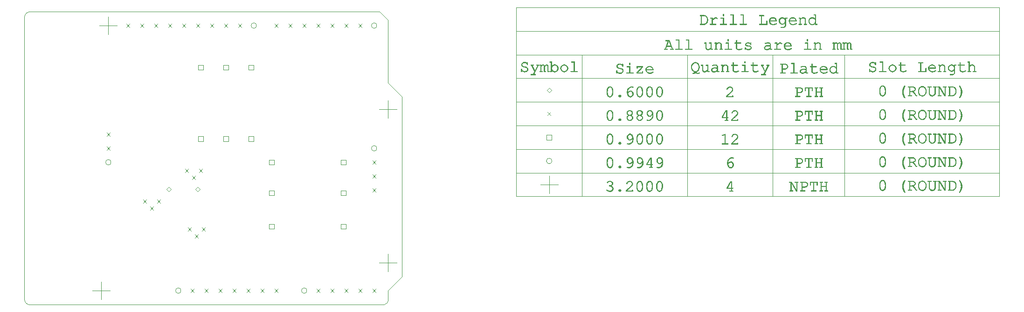
<source format=gbr>
G04 Generated by Ultiboard 14.1 *
%FSLAX34Y34*%
%MOMM*%

%ADD10C,0.0001*%
%ADD11C,0.1000*%
%ADD12C,0.0100*%
%ADD13C,0.0010*%


G04 ColorRGB 000000 for the following layer *
%LNDrill Symbols-Copper Top-Copper Bottom*%
%LPD*%
G54D11*
X660400Y339600D02*
X660400Y371600D01*
X644400Y355600D02*
X676400Y355600D01*
X123700Y25400D02*
X155700Y25400D01*
X139700Y9400D02*
X139700Y41400D01*
X644400Y76200D02*
X676400Y76200D01*
X660400Y60200D02*
X660400Y92200D01*
X136400Y508000D02*
X168400Y508000D01*
X152400Y492000D02*
X152400Y524000D01*
X952849Y202440D02*
X952849Y234440D01*
X936849Y218440D02*
X968849Y218440D01*
G54D12*
X454057Y28543D02*
X460343Y22257D01*
X454057Y22257D02*
X460343Y28543D01*
X274425Y25400D02*
G75*
D01*
G02X274425Y25400I4975J0*
G01*
X327057Y22257D02*
X333343Y28543D01*
X327057Y28543D02*
X333343Y22257D01*
X301657Y22257D02*
X307943Y28543D01*
X301657Y28543D02*
X307943Y22257D01*
X352457Y22257D02*
X358743Y28543D01*
X352457Y28543D02*
X358743Y22257D01*
X403257Y28543D02*
X409543Y22257D01*
X403257Y22257D02*
X409543Y28543D01*
X377857Y22257D02*
X384143Y28543D01*
X377857Y28543D02*
X384143Y22257D01*
X428657Y22257D02*
X434943Y28543D01*
X428657Y28543D02*
X434943Y22257D01*
X530257Y22257D02*
X536543Y28543D01*
X530257Y28543D02*
X536543Y22257D01*
X503025Y25400D02*
G75*
D01*
G02X503025Y25400I4975J0*
G01*
X555657Y28543D02*
X561943Y22257D01*
X555657Y22257D02*
X561943Y28543D01*
X606457Y22257D02*
X612743Y28543D01*
X606457Y28543D02*
X612743Y22257D01*
X581057Y28543D02*
X587343Y22257D01*
X581057Y22257D02*
X587343Y28543D01*
X631857Y22257D02*
X638143Y28543D01*
X631857Y28543D02*
X638143Y22257D01*
X337217Y504857D02*
X343503Y511143D01*
X337217Y511143D02*
X343503Y504857D01*
X411585Y508000D02*
G75*
D01*
G02X411585Y508000I4975J0*
G01*
X362617Y511143D02*
X368903Y504857D01*
X362617Y504857D02*
X368903Y511143D01*
X388017Y511143D02*
X394303Y504857D01*
X388017Y504857D02*
X394303Y511143D01*
X286417Y504857D02*
X292703Y511143D01*
X286417Y511143D02*
X292703Y504857D01*
X311817Y511143D02*
X318103Y504857D01*
X311817Y504857D02*
X318103Y511143D01*
X261017Y504857D02*
X267303Y511143D01*
X261017Y511143D02*
X267303Y504857D01*
X210217Y504857D02*
X216503Y511143D01*
X210217Y511143D02*
X216503Y504857D01*
X235617Y504857D02*
X241903Y511143D01*
X235617Y511143D02*
X241903Y504857D01*
X184817Y511143D02*
X191103Y504857D01*
X184817Y504857D02*
X191103Y511143D01*
X631857Y230537D02*
X638143Y236823D01*
X631857Y236823D02*
X638143Y230537D01*
X631857Y262223D02*
X638143Y255937D01*
X631857Y255937D02*
X638143Y262223D01*
X630025Y284480D02*
G75*
D01*
G02X630025Y284480I4975J0*
G01*
X631857Y211423D02*
X638143Y205137D01*
X631857Y205137D02*
X638143Y211423D01*
X454057Y504857D02*
X460343Y511143D01*
X454057Y511143D02*
X460343Y504857D01*
X630025Y508000D02*
G75*
D01*
G02X630025Y508000I4975J0*
G01*
X581057Y504857D02*
X587343Y511143D01*
X581057Y511143D02*
X587343Y504857D01*
X606457Y504857D02*
X612743Y511143D01*
X606457Y511143D02*
X612743Y504857D01*
X555657Y504857D02*
X561943Y511143D01*
X555657Y511143D02*
X561943Y504857D01*
X504857Y504857D02*
X511143Y511143D01*
X504857Y511143D02*
X511143Y504857D01*
X530257Y504857D02*
X536543Y511143D01*
X530257Y511143D02*
X536543Y504857D01*
X479457Y504857D02*
X485743Y511143D01*
X479457Y511143D02*
X485743Y504857D01*
X321977Y140303D02*
X328263Y134017D01*
X321977Y134017D02*
X328263Y140303D01*
X309277Y121317D02*
X315563Y127603D01*
X309277Y127603D02*
X315563Y121317D01*
X296577Y134017D02*
X302863Y140303D01*
X296577Y140303D02*
X302863Y134017D01*
X240697Y191103D02*
X246983Y184817D01*
X240697Y184817D02*
X246983Y191103D01*
X227997Y172117D02*
X234283Y178403D01*
X227997Y178403D02*
X234283Y172117D01*
X215297Y191103D02*
X221583Y184817D01*
X215297Y184817D02*
X221583Y191103D01*
X316897Y246983D02*
X323183Y240697D01*
X316897Y240697D02*
X323183Y246983D01*
X304197Y227997D02*
X310483Y234283D01*
X304197Y234283D02*
X310483Y227997D01*
X291497Y240697D02*
X297783Y246983D01*
X291497Y246983D02*
X297783Y240697D01*
X406980Y297300D02*
X415980Y297300D01*
X415980Y306300D01*
X406980Y306300D01*
X406980Y297300D01*
X406980Y427300D02*
X415980Y427300D01*
X415980Y436300D01*
X406980Y436300D01*
X406980Y427300D01*
X361260Y297300D02*
X370260Y297300D01*
X370260Y306300D01*
X361260Y306300D01*
X361260Y297300D01*
X361260Y427300D02*
X370260Y427300D01*
X370260Y436300D01*
X361260Y436300D01*
X361260Y427300D01*
X315540Y297300D02*
X324540Y297300D01*
X324540Y306300D01*
X315540Y306300D01*
X315540Y297300D01*
X315540Y427300D02*
X324540Y427300D01*
X324540Y436300D01*
X315540Y436300D01*
X315540Y427300D01*
X149257Y287623D02*
X155543Y281337D01*
X149257Y281337D02*
X155543Y287623D01*
X147425Y259080D02*
G75*
D01*
G02X147425Y259080I4975J0*
G01*
X149257Y313023D02*
X155543Y306737D01*
X149257Y306737D02*
X155543Y313023D01*
X262500Y205757D02*
X266743Y210000D01*
X262500Y214243D01*
X258257Y210000D01*
X262500Y205757D01*
X315000Y205757D02*
X319243Y210000D01*
X315000Y214243D01*
X310757Y210000D01*
X315000Y205757D01*
X444620Y198700D02*
X453620Y198700D01*
X453620Y207700D01*
X444620Y207700D01*
X444620Y198700D01*
X574620Y198700D02*
X583620Y198700D01*
X583620Y207700D01*
X574620Y207700D01*
X574620Y198700D01*
X444620Y254580D02*
X453620Y254580D01*
X453620Y263580D01*
X444620Y263580D01*
X444620Y254580D01*
X574620Y254580D02*
X583620Y254580D01*
X583620Y263580D01*
X574620Y263580D01*
X574620Y254580D01*
X444620Y137740D02*
X453620Y137740D01*
X453620Y146740D01*
X444620Y146740D01*
X444620Y137740D01*
X574620Y137740D02*
X583620Y137740D01*
X583620Y146740D01*
X574620Y146740D01*
X574620Y137740D01*
X947874Y261440D02*
G75*
D01*
G02X947874Y261440I4975J0*
G01*
X948349Y299940D02*
X957349Y299940D01*
X957349Y308940D01*
X948349Y308940D01*
X948349Y299940D01*
X949706Y344297D02*
X955992Y350583D01*
X949706Y350583D02*
X955992Y344297D01*
X952849Y386197D02*
X957091Y390440D01*
X952849Y394683D01*
X948606Y390440D01*
X952849Y386197D01*
G54D13*
G36*
X1065831Y223010D02*
X1065831Y223010D01*
X1065911Y224509D01*
X1065224Y223472D01*
X1065831Y223010D01*
D02*
G37*
X1065911Y224509D01*
X1065224Y223472D01*
X1065831Y223010D01*
G36*
X1065911Y224509D02*
X1065911Y224509D01*
X1065831Y223010D01*
X1066325Y222463D01*
X1065911Y224509D01*
D02*
G37*
X1065831Y223010D01*
X1066325Y222463D01*
X1065911Y224509D01*
G36*
X1066325Y222463D02*
X1066325Y222463D01*
X1066710Y223897D01*
X1065911Y224509D01*
X1066325Y222463D01*
D02*
G37*
X1066710Y223897D01*
X1065911Y224509D01*
X1066325Y222463D01*
G36*
X1066710Y223897D02*
X1066710Y223897D01*
X1066325Y222463D01*
X1066889Y221247D01*
X1066710Y223897D01*
D02*
G37*
X1066325Y222463D01*
X1066889Y221247D01*
X1066710Y223897D01*
G36*
X1066889Y221247D02*
X1066889Y221247D01*
X1067364Y223164D01*
X1066710Y223897D01*
X1066889Y221247D01*
D02*
G37*
X1067364Y223164D01*
X1066710Y223897D01*
X1066889Y221247D01*
G36*
X1067364Y223164D02*
X1067364Y223164D01*
X1066889Y221247D01*
X1066959Y220579D01*
X1067364Y223164D01*
D02*
G37*
X1066889Y221247D01*
X1066959Y220579D01*
X1067364Y223164D01*
G36*
X1066959Y220579D02*
X1066959Y220579D01*
X1067486Y218235D01*
X1067364Y223164D01*
X1066959Y220579D01*
D02*
G37*
X1067486Y218235D01*
X1067364Y223164D01*
X1066959Y220579D01*
G36*
X1067486Y218235D02*
X1067486Y218235D01*
X1066959Y220579D01*
X1066892Y219932D01*
X1067486Y218235D01*
D02*
G37*
X1066959Y220579D01*
X1066892Y219932D01*
X1067486Y218235D01*
G36*
X1066892Y219932D02*
X1066892Y219932D01*
X1066600Y217246D01*
X1067486Y218235D01*
X1066892Y219932D01*
D02*
G37*
X1066600Y217246D01*
X1067486Y218235D01*
X1066892Y219932D01*
G36*
X1066600Y217246D02*
X1066600Y217246D01*
X1066892Y219932D01*
X1066354Y218760D01*
X1066600Y217246D01*
D02*
G37*
X1066892Y219932D01*
X1066354Y218760D01*
X1066600Y217246D01*
G36*
X1066354Y218760D02*
X1066354Y218760D01*
X1065882Y218235D01*
X1066600Y217246D01*
X1066354Y218760D01*
D02*
G37*
X1065882Y218235D01*
X1066600Y217246D01*
X1066354Y218760D01*
G36*
X1061664Y223955D02*
X1061664Y223955D01*
X1061789Y225218D01*
X1060543Y223626D01*
X1061664Y223955D01*
D02*
G37*
X1061789Y225218D01*
X1060543Y223626D01*
X1061664Y223955D01*
G36*
X1061789Y225218D02*
X1061789Y225218D01*
X1061664Y223955D01*
X1062887Y224065D01*
X1061789Y225218D01*
D02*
G37*
X1061664Y223955D01*
X1062887Y224065D01*
X1061789Y225218D01*
G36*
X1062887Y224065D02*
X1062887Y224065D01*
X1062887Y225295D01*
X1061789Y225218D01*
X1062887Y224065D01*
D02*
G37*
X1062887Y225295D01*
X1061789Y225218D01*
X1062887Y224065D01*
G36*
X1062887Y225295D02*
X1062887Y225295D01*
X1062887Y224065D01*
X1063752Y223999D01*
X1062887Y225295D01*
D02*
G37*
X1062887Y224065D01*
X1063752Y223999D01*
X1062887Y225295D01*
G36*
X1063752Y223999D02*
X1063752Y223999D01*
X1063999Y225208D01*
X1062887Y225295D01*
X1063752Y223999D01*
D02*
G37*
X1063999Y225208D01*
X1062887Y225295D01*
X1063752Y223999D01*
G36*
X1063999Y225208D02*
X1063999Y225208D01*
X1063752Y223999D01*
X1065224Y223472D01*
X1063999Y225208D01*
D02*
G37*
X1063752Y223999D01*
X1065224Y223472D01*
X1063999Y225208D01*
G36*
X1065224Y223472D02*
X1065224Y223472D01*
X1065911Y224509D01*
X1063999Y225208D01*
X1065224Y223472D01*
D02*
G37*
X1065911Y224509D01*
X1063999Y225208D01*
X1065224Y223472D01*
G36*
X1058829Y222424D02*
X1058829Y222424D01*
X1058859Y224050D01*
X1058622Y222188D01*
X1058829Y222424D01*
D02*
G37*
X1058859Y224050D01*
X1058622Y222188D01*
X1058829Y222424D01*
G36*
X1058859Y224050D02*
X1058859Y224050D01*
X1058829Y222424D01*
X1059580Y223106D01*
X1058859Y224050D01*
D02*
G37*
X1058829Y222424D01*
X1059580Y223106D01*
X1058859Y224050D01*
G36*
X1059580Y223106D02*
X1059580Y223106D01*
X1059775Y224595D01*
X1058859Y224050D01*
X1059580Y223106D01*
D02*
G37*
X1059775Y224595D01*
X1058859Y224050D01*
X1059580Y223106D01*
G36*
X1059775Y224595D02*
X1059775Y224595D01*
X1059580Y223106D01*
X1060543Y223626D01*
X1059775Y224595D01*
D02*
G37*
X1059580Y223106D01*
X1060543Y223626D01*
X1059775Y224595D01*
G36*
X1060543Y223626D02*
X1060543Y223626D01*
X1061789Y225218D01*
X1059775Y224595D01*
X1060543Y223626D01*
D02*
G37*
X1061789Y225218D01*
X1059775Y224595D01*
X1060543Y223626D01*
G36*
X1058859Y224050D02*
X1058859Y224050D01*
X1057903Y223234D01*
X1057954Y222042D01*
X1058859Y224050D01*
D02*
G37*
X1057903Y223234D01*
X1057954Y222042D01*
X1058859Y224050D01*
G36*
X1058859Y224050D01*
X1057954Y222042D01*
X1058185Y222000D01*
X1058859Y224050D01*
D02*
G37*
X1057954Y222042D01*
X1058185Y222000D01*
X1058859Y224050D01*
G36*
X1058859Y224050D01*
X1058185Y222000D01*
X1058337Y222016D01*
X1058859Y224050D01*
D02*
G37*
X1058185Y222000D01*
X1058337Y222016D01*
X1058859Y224050D01*
G36*
X1058859Y224050D01*
X1058337Y222016D01*
X1058470Y222065D01*
X1058859Y224050D01*
D02*
G37*
X1058337Y222016D01*
X1058470Y222065D01*
X1058859Y224050D01*
G36*
X1058859Y224050D01*
X1058470Y222065D01*
X1058622Y222188D01*
X1058859Y224050D01*
D02*
G37*
X1058470Y222065D01*
X1058622Y222188D01*
X1058859Y224050D01*
G36*
X1057903Y223234D02*
X1057903Y223234D01*
X1057584Y222571D01*
X1057628Y222353D01*
X1057903Y223234D01*
D02*
G37*
X1057584Y222571D01*
X1057628Y222353D01*
X1057903Y223234D01*
G36*
X1057903Y223234D01*
X1057628Y222353D01*
X1057760Y222168D01*
X1057903Y223234D01*
D02*
G37*
X1057628Y222353D01*
X1057760Y222168D01*
X1057903Y223234D01*
G36*
X1057903Y223234D01*
X1057760Y222168D01*
X1057954Y222042D01*
X1057903Y223234D01*
D02*
G37*
X1057760Y222168D01*
X1057954Y222042D01*
X1057903Y223234D01*
G36*
X1068111Y221497D02*
X1068111Y221497D01*
X1067364Y223164D01*
X1067486Y218235D01*
X1068111Y221497D01*
D02*
G37*
X1067364Y223164D01*
X1067486Y218235D01*
X1068111Y221497D01*
G36*
X1068111Y221497D01*
X1067486Y218235D01*
X1068025Y219367D01*
X1068111Y221497D01*
D02*
G37*
X1067486Y218235D01*
X1068025Y219367D01*
X1068111Y221497D01*
G36*
X1068111Y221497D01*
X1068025Y219367D01*
X1068204Y220564D01*
X1068111Y221497D01*
D02*
G37*
X1068025Y219367D01*
X1068204Y220564D01*
X1068111Y221497D01*
G36*
X1065882Y218235D02*
X1065882Y218235D01*
X1065377Y216477D01*
X1066600Y217246D01*
X1065882Y218235D01*
D02*
G37*
X1065377Y216477D01*
X1066600Y217246D01*
X1065882Y218235D01*
G36*
X1065377Y216477D02*
X1065377Y216477D01*
X1065882Y218235D01*
X1065308Y217793D01*
X1065377Y216477D01*
D02*
G37*
X1065882Y218235D01*
X1065308Y217793D01*
X1065377Y216477D01*
G36*
X1065308Y217793D02*
X1065308Y217793D01*
X1064879Y215400D01*
X1065377Y216477D01*
X1065308Y217793D01*
D02*
G37*
X1064879Y215400D01*
X1065377Y216477D01*
X1065308Y217793D01*
G36*
X1064879Y215400D02*
X1064879Y215400D01*
X1065308Y217793D01*
X1063942Y217287D01*
X1064879Y215400D01*
D02*
G37*
X1065308Y217793D01*
X1063942Y217287D01*
X1064879Y215400D01*
G36*
X1063942Y217287D02*
X1063942Y217287D01*
X1063539Y215856D01*
X1064879Y215400D01*
X1063942Y217287D01*
D02*
G37*
X1063539Y215856D01*
X1064879Y215400D01*
X1063942Y217287D01*
G36*
X1063539Y215856D02*
X1063539Y215856D01*
X1063942Y217287D01*
X1063151Y217224D01*
X1063539Y215856D01*
D02*
G37*
X1063942Y217287D01*
X1063151Y217224D01*
X1063539Y215856D01*
G36*
X1063151Y217224D02*
X1063151Y217224D01*
X1062184Y216008D01*
X1063539Y215856D01*
X1063151Y217224D01*
D02*
G37*
X1062184Y216008D01*
X1063539Y215856D01*
X1063151Y217224D01*
G36*
X1062184Y216008D02*
X1062184Y216008D01*
X1063151Y217224D01*
X1062096Y217239D01*
X1062184Y216008D01*
D02*
G37*
X1063151Y217224D01*
X1062096Y217239D01*
X1062184Y216008D01*
G36*
X1062096Y217239D02*
X1062096Y217239D01*
X1061807Y216050D01*
X1062184Y216008D01*
X1062096Y217239D01*
D02*
G37*
X1061807Y216050D01*
X1062184Y216008D01*
X1062096Y217239D01*
G36*
X1061807Y216050D02*
X1061807Y216050D01*
X1062096Y217239D01*
X1061775Y217195D01*
X1061807Y216050D01*
D02*
G37*
X1062096Y217239D01*
X1061775Y217195D01*
X1061807Y216050D01*
G36*
X1061775Y217195D02*
X1061775Y217195D01*
X1061554Y216177D01*
X1061807Y216050D01*
X1061775Y217195D01*
D02*
G37*
X1061554Y216177D01*
X1061807Y216050D01*
X1061775Y217195D01*
G36*
X1061554Y216177D02*
X1061554Y216177D01*
X1061775Y217195D01*
X1061547Y217063D01*
X1061554Y216177D01*
D02*
G37*
X1061775Y217195D01*
X1061547Y217063D01*
X1061554Y216177D01*
G36*
X1061547Y217063D02*
X1061547Y217063D01*
X1061411Y216373D01*
X1061554Y216177D01*
X1061547Y217063D01*
D02*
G37*
X1061411Y216373D01*
X1061554Y216177D01*
X1061547Y217063D01*
G36*
X1061411Y216373D02*
X1061411Y216373D01*
X1061547Y217063D01*
X1061409Y216865D01*
X1061411Y216373D01*
D02*
G37*
X1061547Y217063D01*
X1061409Y216865D01*
X1061411Y216373D01*
G36*
X1061409Y216865D02*
X1061409Y216865D01*
X1061363Y216624D01*
X1061411Y216373D01*
X1061409Y216865D01*
D02*
G37*
X1061363Y216624D01*
X1061411Y216373D01*
X1061409Y216865D01*
G36*
X1068640Y213037D02*
X1068640Y213037D01*
X1068751Y210555D01*
X1068863Y211628D01*
X1068640Y213037D01*
D02*
G37*
X1068751Y210555D01*
X1068863Y211628D01*
X1068640Y213037D01*
G36*
X1068751Y210555D02*
X1068751Y210555D01*
X1068640Y213037D01*
X1067970Y214390D01*
X1068751Y210555D01*
D02*
G37*
X1068640Y213037D01*
X1067970Y214390D01*
X1068751Y210555D01*
G36*
X1067970Y214390D02*
X1067970Y214390D01*
X1067854Y208603D01*
X1068751Y210555D01*
X1067970Y214390D01*
D02*
G37*
X1067854Y208603D01*
X1068751Y210555D01*
X1067970Y214390D01*
G36*
X1067854Y208603D02*
X1067854Y208603D01*
X1067970Y214390D01*
X1067633Y211585D01*
X1067854Y208603D01*
D02*
G37*
X1067970Y214390D01*
X1067633Y211585D01*
X1067854Y208603D01*
G36*
X1067633Y211585D02*
X1067633Y211585D01*
X1067543Y210783D01*
X1067854Y208603D01*
X1067633Y211585D01*
D02*
G37*
X1067543Y210783D01*
X1067854Y208603D01*
X1067633Y211585D01*
G36*
X1066056Y214681D02*
X1066056Y214681D01*
X1066875Y215574D01*
X1065377Y216477D01*
X1066056Y214681D01*
D02*
G37*
X1066875Y215574D01*
X1065377Y216477D01*
X1066056Y214681D01*
G36*
X1066875Y215574D02*
X1066875Y215574D01*
X1066056Y214681D01*
X1066923Y213738D01*
X1066875Y215574D01*
D02*
G37*
X1066056Y214681D01*
X1066923Y213738D01*
X1066875Y215574D01*
G36*
X1066923Y213738D02*
X1066923Y213738D01*
X1067970Y214390D01*
X1066875Y215574D01*
X1066923Y213738D01*
D02*
G37*
X1067970Y214390D01*
X1066875Y215574D01*
X1066923Y213738D01*
G36*
X1067970Y214390D02*
X1067970Y214390D01*
X1066923Y213738D01*
X1067455Y212672D01*
X1067970Y214390D01*
D02*
G37*
X1066923Y213738D01*
X1067455Y212672D01*
X1067970Y214390D01*
G36*
X1067455Y212672D02*
X1067455Y212672D01*
X1067633Y211585D01*
X1067970Y214390D01*
X1067455Y212672D01*
D02*
G37*
X1067633Y211585D01*
X1067970Y214390D01*
X1067455Y212672D01*
G36*
X1067069Y207725D02*
X1067069Y207725D01*
X1067854Y208603D01*
X1067543Y210783D01*
X1067069Y207725D01*
D02*
G37*
X1067854Y208603D01*
X1067543Y210783D01*
X1067069Y207725D01*
G36*
X1067069Y207725D01*
X1067543Y210783D01*
X1066821Y209293D01*
X1067069Y207725D01*
D02*
G37*
X1067543Y210783D01*
X1066821Y209293D01*
X1067069Y207725D01*
G36*
X1067069Y207725D01*
X1066821Y209293D01*
X1066190Y208604D01*
X1067069Y207725D01*
D02*
G37*
X1066821Y209293D01*
X1066190Y208604D01*
X1067069Y207725D01*
G36*
X1067069Y207725D01*
X1066190Y208604D01*
X1066115Y206985D01*
X1067069Y207725D01*
D02*
G37*
X1066190Y208604D01*
X1066115Y206985D01*
X1067069Y207725D01*
G36*
X1065425Y208017D02*
X1065425Y208017D01*
X1063634Y207347D01*
X1063871Y206139D01*
X1065425Y208017D01*
D02*
G37*
X1063634Y207347D01*
X1063871Y206139D01*
X1065425Y208017D01*
G36*
X1065425Y208017D01*
X1063871Y206139D01*
X1066115Y206985D01*
X1065425Y208017D01*
D02*
G37*
X1063871Y206139D01*
X1066115Y206985D01*
X1065425Y208017D01*
G36*
X1065425Y208017D01*
X1066115Y206985D01*
X1066190Y208604D01*
X1065425Y208017D01*
D02*
G37*
X1066115Y206985D01*
X1066190Y208604D01*
X1065425Y208017D01*
G36*
X1060968Y206201D02*
X1060968Y206201D01*
X1061358Y207369D01*
X1059298Y206707D01*
X1060968Y206201D01*
D02*
G37*
X1061358Y207369D01*
X1059298Y206707D01*
X1060968Y206201D01*
G36*
X1061358Y207369D02*
X1061358Y207369D01*
X1060968Y206201D01*
X1062579Y206033D01*
X1061358Y207369D01*
D02*
G37*
X1060968Y206201D01*
X1062579Y206033D01*
X1061358Y207369D01*
G36*
X1062579Y206033D02*
X1062579Y206033D01*
X1062609Y207263D01*
X1061358Y207369D01*
X1062579Y206033D01*
D02*
G37*
X1062609Y207263D01*
X1061358Y207369D01*
X1062579Y206033D01*
G36*
X1062609Y207263D02*
X1062609Y207263D01*
X1062579Y206033D01*
X1063871Y206139D01*
X1062609Y207263D01*
D02*
G37*
X1062579Y206033D01*
X1063871Y206139D01*
X1062609Y207263D01*
G36*
X1063871Y206139D02*
X1063871Y206139D01*
X1063634Y207347D01*
X1062609Y207263D01*
X1063871Y206139D01*
D02*
G37*
X1063634Y207347D01*
X1062609Y207263D01*
X1063871Y206139D01*
G36*
X1058956Y208211D02*
X1058956Y208211D01*
X1057804Y208948D01*
X1057855Y207388D01*
X1058956Y208211D01*
D02*
G37*
X1057804Y208948D01*
X1057855Y207388D01*
X1058956Y208211D01*
G36*
X1058956Y208211D01*
X1057855Y207388D01*
X1059298Y206707D01*
X1058956Y208211D01*
D02*
G37*
X1057855Y207388D01*
X1059298Y206707D01*
X1058956Y208211D01*
G36*
X1058956Y208211D01*
X1059298Y206707D01*
X1061358Y207369D01*
X1058956Y208211D01*
D02*
G37*
X1059298Y206707D01*
X1061358Y207369D01*
X1058956Y208211D01*
G36*
X1057855Y207388D02*
X1057855Y207388D01*
X1057804Y208948D01*
X1057526Y209113D01*
X1057855Y207388D01*
D02*
G37*
X1057804Y208948D01*
X1057526Y209113D01*
X1057855Y207388D01*
G36*
X1057855Y207388D01*
X1057526Y209113D01*
X1057277Y209168D01*
X1057855Y207388D01*
D02*
G37*
X1057526Y209113D01*
X1057277Y209168D01*
X1057855Y207388D01*
G36*
X1057855Y207388D01*
X1057277Y209168D01*
X1057059Y209124D01*
X1057855Y207388D01*
D02*
G37*
X1057277Y209168D01*
X1057059Y209124D01*
X1057855Y207388D01*
G36*
X1057855Y207388D01*
X1057059Y209124D01*
X1056925Y208084D01*
X1057855Y207388D01*
D02*
G37*
X1057059Y209124D01*
X1056925Y208084D01*
X1057855Y207388D01*
G36*
X1056874Y208992D02*
X1056874Y208992D01*
X1056747Y208801D01*
X1056760Y208325D01*
X1056874Y208992D01*
D02*
G37*
X1056747Y208801D01*
X1056760Y208325D01*
X1056874Y208992D01*
G36*
X1056874Y208992D01*
X1056760Y208325D01*
X1056925Y208084D01*
X1056874Y208992D01*
D02*
G37*
X1056760Y208325D01*
X1056925Y208084D01*
X1056874Y208992D01*
G36*
X1056874Y208992D01*
X1056925Y208084D01*
X1057059Y209124D01*
X1056874Y208992D01*
D02*
G37*
X1056925Y208084D01*
X1057059Y209124D01*
X1056874Y208992D01*
G36*
X1056760Y208325D02*
X1056760Y208325D01*
X1056747Y208801D01*
X1056705Y208582D01*
X1056760Y208325D01*
D02*
G37*
X1056747Y208801D01*
X1056705Y208582D01*
X1056760Y208325D01*
G36*
X1065377Y216477D02*
X1065377Y216477D01*
X1064879Y215400D01*
X1066056Y214681D01*
X1065377Y216477D01*
D02*
G37*
X1064879Y215400D01*
X1066056Y214681D01*
X1065377Y216477D01*
G36*
X1080597Y210003D02*
X1080597Y210003D01*
X1079844Y209860D01*
X1080597Y210003D01*
D02*
G37*
X1079844Y209860D01*
X1080597Y210003D01*
G36*
X1080597Y210003D01*
X1079844Y209860D01*
X1079198Y209431D01*
X1080597Y210003D01*
D02*
G37*
X1079844Y209860D01*
X1079198Y209431D01*
X1080597Y210003D01*
G36*
X1080597Y210003D01*
X1079198Y209431D01*
X1078753Y208790D01*
X1080597Y210003D01*
D02*
G37*
X1079198Y209431D01*
X1078753Y208790D01*
X1080597Y210003D01*
G36*
X1080597Y210003D01*
X1078753Y208790D01*
X1078605Y208010D01*
X1080597Y210003D01*
D02*
G37*
X1078753Y208790D01*
X1078605Y208010D01*
X1080597Y210003D01*
G36*
X1080597Y210003D01*
X1078605Y208010D01*
X1078751Y207250D01*
X1080597Y210003D01*
D02*
G37*
X1078605Y208010D01*
X1078751Y207250D01*
X1080597Y210003D01*
G36*
X1080597Y210003D01*
X1078751Y207250D01*
X1079191Y206611D01*
X1080597Y210003D01*
D02*
G37*
X1078751Y207250D01*
X1079191Y206611D01*
X1080597Y210003D01*
G36*
X1080597Y210003D01*
X1079191Y206611D01*
X1079835Y206178D01*
X1080597Y210003D01*
D02*
G37*
X1079191Y206611D01*
X1079835Y206178D01*
X1080597Y210003D01*
G36*
X1080597Y210003D01*
X1079835Y206178D01*
X1080597Y206033D01*
X1080597Y210003D01*
D02*
G37*
X1079835Y206178D01*
X1080597Y206033D01*
X1080597Y210003D01*
G36*
X1080597Y210003D01*
X1080597Y206033D01*
X1081124Y206033D01*
X1080597Y210003D01*
D02*
G37*
X1080597Y206033D01*
X1081124Y206033D01*
X1080597Y210003D01*
G36*
X1080597Y210003D01*
X1081124Y206033D01*
X1081877Y206176D01*
X1080597Y210003D01*
D02*
G37*
X1081124Y206033D01*
X1081877Y206176D01*
X1080597Y210003D01*
G36*
X1080597Y210003D01*
X1081877Y206176D01*
X1082523Y206604D01*
X1080597Y210003D01*
D02*
G37*
X1081877Y206176D01*
X1082523Y206604D01*
X1080597Y210003D01*
G36*
X1080597Y210003D01*
X1082523Y206604D01*
X1082968Y207245D01*
X1080597Y210003D01*
D02*
G37*
X1082523Y206604D01*
X1082968Y207245D01*
X1080597Y210003D01*
G36*
X1080597Y210003D01*
X1082968Y207245D01*
X1083116Y208025D01*
X1080597Y210003D01*
D02*
G37*
X1082968Y207245D01*
X1083116Y208025D01*
X1080597Y210003D01*
G36*
X1080597Y210003D01*
X1083116Y208025D01*
X1082970Y208785D01*
X1080597Y210003D01*
D02*
G37*
X1083116Y208025D01*
X1082970Y208785D01*
X1080597Y210003D01*
G36*
X1080597Y210003D01*
X1082970Y208785D01*
X1082530Y209424D01*
X1080597Y210003D01*
D02*
G37*
X1082970Y208785D01*
X1082530Y209424D01*
X1080597Y210003D01*
G36*
X1080597Y210003D01*
X1082530Y209424D01*
X1081886Y209858D01*
X1080597Y210003D01*
D02*
G37*
X1082530Y209424D01*
X1081886Y209858D01*
X1080597Y210003D01*
G36*
X1080597Y210003D01*
X1081886Y209858D01*
X1081124Y210003D01*
X1080597Y210003D01*
D02*
G37*
X1081886Y209858D01*
X1081124Y210003D01*
X1080597Y210003D01*
G36*
X1104254Y206472D02*
X1104254Y206472D01*
X1104254Y208186D01*
X1104210Y208563D01*
X1104254Y206472D01*
D02*
G37*
X1104254Y208186D01*
X1104210Y208563D01*
X1104254Y206472D01*
G36*
X1104254Y206472D01*
X1104210Y208563D01*
X1104078Y208816D01*
X1104254Y206472D01*
D02*
G37*
X1104210Y208563D01*
X1104078Y208816D01*
X1104254Y206472D01*
G36*
X1104254Y206472D01*
X1104078Y208816D01*
X1103881Y208959D01*
X1104254Y206472D01*
D02*
G37*
X1104078Y208816D01*
X1103881Y208959D01*
X1104254Y206472D01*
G36*
X1104254Y206472D01*
X1103881Y208959D01*
X1103639Y209006D01*
X1104254Y206472D01*
D02*
G37*
X1103881Y208959D01*
X1103639Y209006D01*
X1104254Y206472D01*
G36*
X1104254Y206472D01*
X1103639Y209006D01*
X1103386Y208959D01*
X1104254Y206472D01*
D02*
G37*
X1103639Y209006D01*
X1103386Y208959D01*
X1104254Y206472D01*
G36*
X1104254Y206472D01*
X1103386Y208959D01*
X1103185Y208816D01*
X1104254Y206472D01*
D02*
G37*
X1103386Y208959D01*
X1103185Y208816D01*
X1104254Y206472D01*
G36*
X1104254Y206472D01*
X1103185Y208816D01*
X1103053Y208563D01*
X1104254Y206472D01*
D02*
G37*
X1103185Y208816D01*
X1103053Y208563D01*
X1104254Y206472D01*
G36*
X1104254Y206472D01*
X1103053Y208563D01*
X1103009Y208186D01*
X1104254Y206472D01*
D02*
G37*
X1103053Y208563D01*
X1103009Y208186D01*
X1104254Y206472D01*
G36*
X1104254Y206472D01*
X1103009Y208186D01*
X1103009Y207703D01*
X1104254Y206472D01*
D02*
G37*
X1103009Y208186D01*
X1103009Y207703D01*
X1104254Y206472D01*
G36*
X1104254Y206472D01*
X1103009Y207703D01*
X1093561Y207703D01*
X1104254Y206472D01*
D02*
G37*
X1103009Y207703D01*
X1093561Y207703D01*
X1104254Y206472D01*
G36*
X1104254Y206472D01*
X1093561Y207703D01*
X1092360Y206472D01*
X1104254Y206472D01*
D02*
G37*
X1093561Y207703D01*
X1092360Y206472D01*
X1104254Y206472D01*
G36*
X1101925Y217532D02*
X1101925Y217532D01*
X1102084Y215911D01*
X1102443Y218248D01*
X1101925Y217532D01*
D02*
G37*
X1102084Y215911D01*
X1102443Y218248D01*
X1101925Y217532D01*
G36*
X1102084Y215911D02*
X1102084Y215911D01*
X1101925Y217532D01*
X1101050Y216554D01*
X1102084Y215911D01*
D02*
G37*
X1101925Y217532D01*
X1101050Y216554D01*
X1102084Y215911D01*
G36*
X1101050Y216554D02*
X1101050Y216554D01*
X1100621Y214426D01*
X1102084Y215911D01*
X1101050Y216554D01*
D02*
G37*
X1100621Y214426D01*
X1102084Y215911D01*
X1101050Y216554D01*
G36*
X1100621Y214426D02*
X1100621Y214426D01*
X1101050Y216554D01*
X1099654Y215144D01*
X1100621Y214426D01*
D02*
G37*
X1101050Y216554D01*
X1099654Y215144D01*
X1100621Y214426D01*
G36*
X1099654Y215144D02*
X1099654Y215144D01*
X1096688Y210629D01*
X1100621Y214426D01*
X1099654Y215144D01*
D02*
G37*
X1096688Y210629D01*
X1100621Y214426D01*
X1099654Y215144D01*
G36*
X1096688Y210629D02*
X1096688Y210629D01*
X1099654Y215144D01*
X1096058Y211687D01*
X1096688Y210629D01*
D02*
G37*
X1099654Y215144D01*
X1096058Y211687D01*
X1096688Y210629D01*
G36*
X1096058Y211687D02*
X1096058Y211687D01*
X1093561Y207791D01*
X1096688Y210629D01*
X1096058Y211687D01*
D02*
G37*
X1093561Y207791D01*
X1096688Y210629D01*
X1096058Y211687D01*
G36*
X1093561Y207791D02*
X1093561Y207791D01*
X1096058Y211687D01*
X1092360Y208289D01*
X1093561Y207791D01*
D02*
G37*
X1096058Y211687D01*
X1092360Y208289D01*
X1093561Y207791D01*
G36*
X1092360Y208289D02*
X1092360Y208289D01*
X1093561Y207703D01*
X1093561Y207791D01*
X1092360Y208289D01*
D02*
G37*
X1093561Y207703D01*
X1093561Y207791D01*
X1092360Y208289D01*
G36*
X1093561Y207703D02*
X1093561Y207703D01*
X1092360Y208289D01*
X1092360Y206472D01*
X1093561Y207703D01*
D02*
G37*
X1092360Y208289D01*
X1092360Y206472D01*
X1093561Y207703D01*
G36*
X1104136Y221065D02*
X1104136Y221065D01*
X1103308Y222874D01*
X1103586Y217777D01*
X1104136Y221065D01*
D02*
G37*
X1103308Y222874D01*
X1103586Y217777D01*
X1104136Y221065D01*
G36*
X1104136Y221065D01*
X1103586Y217777D01*
X1103961Y218521D01*
X1104136Y221065D01*
D02*
G37*
X1103586Y217777D01*
X1103961Y218521D01*
X1104136Y221065D01*
G36*
X1104136Y221065D01*
X1103961Y218521D01*
X1104170Y219266D01*
X1104136Y221065D01*
D02*
G37*
X1103961Y218521D01*
X1104170Y219266D01*
X1104136Y221065D01*
G36*
X1104136Y221065D01*
X1104170Y219266D01*
X1104239Y220081D01*
X1104136Y221065D01*
D02*
G37*
X1104170Y219266D01*
X1104239Y220081D01*
X1104136Y221065D01*
G36*
X1103016Y216968D02*
X1103016Y216968D01*
X1103586Y217777D01*
X1103308Y222874D01*
X1103016Y216968D01*
D02*
G37*
X1103586Y217777D01*
X1103308Y222874D01*
X1103016Y216968D01*
G36*
X1103016Y216968D01*
X1103308Y222874D01*
X1102994Y220037D01*
X1103016Y216968D01*
D02*
G37*
X1103308Y222874D01*
X1102994Y220037D01*
X1103016Y216968D01*
G36*
X1103016Y216968D01*
X1102994Y220037D01*
X1102938Y219453D01*
X1103016Y216968D01*
D02*
G37*
X1102994Y220037D01*
X1102938Y219453D01*
X1103016Y216968D01*
G36*
X1103016Y216968D01*
X1102938Y219453D01*
X1102767Y218872D01*
X1103016Y216968D01*
D02*
G37*
X1102938Y219453D01*
X1102767Y218872D01*
X1103016Y216968D01*
G36*
X1103016Y216968D01*
X1102767Y218872D01*
X1102443Y218248D01*
X1103016Y216968D01*
D02*
G37*
X1102767Y218872D01*
X1102443Y218248D01*
X1103016Y216968D01*
G36*
X1103016Y216968D01*
X1102443Y218248D01*
X1102084Y215911D01*
X1103016Y216968D01*
D02*
G37*
X1102443Y218248D01*
X1102084Y215911D01*
X1103016Y216968D01*
G36*
X1102277Y222204D02*
X1102277Y222204D01*
X1102584Y223699D01*
X1101720Y222835D01*
X1102277Y222204D01*
D02*
G37*
X1102584Y223699D01*
X1101720Y222835D01*
X1102277Y222204D01*
G36*
X1102584Y223699D02*
X1102584Y223699D01*
X1102277Y222204D01*
X1102915Y220805D01*
X1102584Y223699D01*
D02*
G37*
X1102277Y222204D01*
X1102915Y220805D01*
X1102584Y223699D01*
G36*
X1102915Y220805D02*
X1102915Y220805D01*
X1103308Y222874D01*
X1102584Y223699D01*
X1102915Y220805D01*
D02*
G37*
X1103308Y222874D01*
X1102584Y223699D01*
X1102915Y220805D01*
G36*
X1103308Y222874D02*
X1103308Y222874D01*
X1102915Y220805D01*
X1102994Y220037D01*
X1103308Y222874D01*
D02*
G37*
X1102915Y220805D01*
X1102994Y220037D01*
X1103308Y222874D01*
G36*
X1099512Y223974D02*
X1099512Y223974D01*
X1099739Y225196D01*
X1098644Y224050D01*
X1099512Y223974D01*
D02*
G37*
X1099739Y225196D01*
X1098644Y224050D01*
X1099512Y223974D01*
G36*
X1099739Y225196D02*
X1099739Y225196D01*
X1099512Y223974D01*
X1101050Y223366D01*
X1099739Y225196D01*
D02*
G37*
X1099512Y223974D01*
X1101050Y223366D01*
X1099739Y225196D01*
G36*
X1101050Y223366D02*
X1101050Y223366D01*
X1101716Y224397D01*
X1099739Y225196D01*
X1101050Y223366D01*
D02*
G37*
X1101716Y224397D01*
X1099739Y225196D01*
X1101050Y223366D01*
G36*
X1101716Y224397D02*
X1101716Y224397D01*
X1101050Y223366D01*
X1101720Y222835D01*
X1101716Y224397D01*
D02*
G37*
X1101050Y223366D01*
X1101720Y222835D01*
X1101716Y224397D01*
G36*
X1101720Y222835D02*
X1101720Y222835D01*
X1102584Y223699D01*
X1101716Y224397D01*
X1101720Y222835D01*
D02*
G37*
X1102584Y223699D01*
X1101716Y224397D01*
X1101720Y222835D01*
G36*
X1095787Y223128D02*
X1095787Y223128D01*
X1095853Y224607D01*
X1094762Y222095D01*
X1095787Y223128D01*
D02*
G37*
X1095853Y224607D01*
X1094762Y222095D01*
X1095787Y223128D01*
G36*
X1095853Y224607D02*
X1095853Y224607D01*
X1095787Y223128D01*
X1097124Y223820D01*
X1095853Y224607D01*
D02*
G37*
X1095787Y223128D01*
X1097124Y223820D01*
X1095853Y224607D01*
G36*
X1097124Y223820D02*
X1097124Y223820D01*
X1097225Y225123D01*
X1095853Y224607D01*
X1097124Y223820D01*
D02*
G37*
X1097225Y225123D01*
X1095853Y224607D01*
X1097124Y223820D01*
G36*
X1097225Y225123D02*
X1097225Y225123D01*
X1097124Y223820D01*
X1098644Y224050D01*
X1097225Y225123D01*
D02*
G37*
X1097124Y223820D01*
X1098644Y224050D01*
X1097225Y225123D01*
G36*
X1098644Y224050D02*
X1098644Y224050D01*
X1098629Y225295D01*
X1097225Y225123D01*
X1098644Y224050D01*
D02*
G37*
X1098629Y225295D01*
X1097225Y225123D01*
X1098644Y224050D01*
G36*
X1098629Y225295D02*
X1098629Y225295D01*
X1098644Y224050D01*
X1099739Y225196D01*
X1098629Y225295D01*
D02*
G37*
X1098644Y224050D01*
X1099739Y225196D01*
X1098629Y225295D01*
G36*
X1094645Y223790D02*
X1094645Y223790D01*
X1093729Y222717D01*
X1093766Y220278D01*
X1094645Y223790D01*
D02*
G37*
X1093729Y222717D01*
X1093766Y220278D01*
X1094645Y223790D01*
G36*
X1094645Y223790D01*
X1093766Y220278D01*
X1093956Y220388D01*
X1094645Y223790D01*
D02*
G37*
X1093766Y220278D01*
X1093956Y220388D01*
X1094645Y223790D01*
G36*
X1094645Y223790D01*
X1093956Y220388D01*
X1094077Y220553D01*
X1094645Y223790D01*
D02*
G37*
X1093956Y220388D01*
X1094077Y220553D01*
X1094645Y223790D01*
G36*
X1094645Y223790D01*
X1094077Y220553D01*
X1094176Y220842D01*
X1094645Y223790D01*
D02*
G37*
X1094077Y220553D01*
X1094176Y220842D01*
X1094645Y223790D01*
G36*
X1094645Y223790D01*
X1094176Y220842D01*
X1094762Y222095D01*
X1094645Y223790D01*
D02*
G37*
X1094176Y220842D01*
X1094762Y222095D01*
X1094645Y223790D01*
G36*
X1094645Y223790D01*
X1094762Y222095D01*
X1095853Y224607D01*
X1094645Y223790D01*
D02*
G37*
X1094762Y222095D01*
X1095853Y224607D01*
X1094645Y223790D01*
G36*
X1093129Y220410D02*
X1093129Y220410D01*
X1093152Y221641D01*
X1093002Y220595D01*
X1093129Y220410D01*
D02*
G37*
X1093152Y221641D01*
X1093002Y220595D01*
X1093129Y220410D01*
G36*
X1093152Y221641D02*
X1093152Y221641D01*
X1093129Y220410D01*
X1093317Y220284D01*
X1093152Y221641D01*
D02*
G37*
X1093129Y220410D01*
X1093317Y220284D01*
X1093152Y221641D01*
G36*
X1093317Y220284D02*
X1093317Y220284D01*
X1093729Y222717D01*
X1093152Y221641D01*
X1093317Y220284D01*
D02*
G37*
X1093729Y222717D01*
X1093152Y221641D01*
X1093317Y220284D01*
G36*
X1093729Y222717D02*
X1093729Y222717D01*
X1093317Y220284D01*
X1093546Y220242D01*
X1093729Y222717D01*
D02*
G37*
X1093317Y220284D01*
X1093546Y220242D01*
X1093729Y222717D01*
G36*
X1093546Y220242D02*
X1093546Y220242D01*
X1093766Y220278D01*
X1093729Y222717D01*
X1093546Y220242D01*
D02*
G37*
X1093766Y220278D01*
X1093729Y222717D01*
X1093546Y220242D01*
G36*
X1093002Y220595D02*
X1093002Y220595D01*
X1093152Y221641D01*
X1092960Y220813D01*
X1093002Y220595D01*
D02*
G37*
X1093152Y221641D01*
X1092960Y220813D01*
X1093002Y220595D01*
G36*
X1122425Y218770D02*
X1122425Y218770D01*
X1122184Y220139D01*
X1122388Y212252D01*
X1122425Y218770D01*
D02*
G37*
X1122184Y220139D01*
X1122388Y212252D01*
X1122425Y218770D01*
G36*
X1122425Y218770D01*
X1122388Y212252D01*
X1122506Y214133D01*
X1122425Y218770D01*
D02*
G37*
X1122388Y212252D01*
X1122506Y214133D01*
X1122425Y218770D01*
G36*
X1122425Y218770D01*
X1122506Y214133D01*
X1122506Y217180D01*
X1122425Y218770D01*
D02*
G37*
X1122506Y214133D01*
X1122506Y217180D01*
X1122425Y218770D01*
G36*
X1121883Y221066D02*
X1121883Y221066D01*
X1122388Y212252D01*
X1122184Y220139D01*
X1121883Y221066D01*
D02*
G37*
X1122388Y212252D01*
X1122184Y220139D01*
X1121883Y221066D01*
G36*
X1122388Y212252D02*
X1122388Y212252D01*
X1121883Y221066D01*
X1121451Y222087D01*
X1122388Y212252D01*
D02*
G37*
X1121883Y221066D01*
X1121451Y222087D01*
X1122388Y212252D01*
G36*
X1121451Y222087D02*
X1121451Y222087D01*
X1121443Y209110D01*
X1122388Y212252D01*
X1121451Y222087D01*
D02*
G37*
X1121443Y209110D01*
X1122388Y212252D01*
X1121451Y222087D01*
G36*
X1121443Y209110D02*
X1121443Y209110D01*
X1121451Y222087D01*
X1121276Y217019D01*
X1121443Y209110D01*
D02*
G37*
X1121451Y222087D01*
X1121276Y217019D01*
X1121443Y209110D01*
G36*
X1121276Y217019D02*
X1121276Y217019D01*
X1121276Y214309D01*
X1121443Y209110D01*
X1121276Y217019D01*
D02*
G37*
X1121276Y214309D01*
X1121443Y209110D01*
X1121276Y217019D01*
G36*
X1119679Y222659D02*
X1119679Y222659D01*
X1119770Y224345D01*
X1119258Y223135D01*
X1119679Y222659D01*
D02*
G37*
X1119770Y224345D01*
X1119258Y223135D01*
X1119679Y222659D01*
G36*
X1119770Y224345D02*
X1119770Y224345D01*
X1119679Y222659D01*
X1120263Y221613D01*
X1119770Y224345D01*
D02*
G37*
X1119679Y222659D01*
X1120263Y221613D01*
X1119770Y224345D01*
G36*
X1120263Y221613D02*
X1120263Y221613D01*
X1120514Y223655D01*
X1119770Y224345D01*
X1120263Y221613D01*
D02*
G37*
X1120514Y223655D01*
X1119770Y224345D01*
X1120263Y221613D01*
G36*
X1120514Y223655D02*
X1120514Y223655D01*
X1120263Y221613D01*
X1120785Y220264D01*
X1120514Y223655D01*
D02*
G37*
X1120263Y221613D01*
X1120785Y220264D01*
X1120514Y223655D01*
G36*
X1120785Y220264D02*
X1120785Y220264D01*
X1120968Y223014D01*
X1120514Y223655D01*
X1120785Y220264D01*
D02*
G37*
X1120968Y223014D01*
X1120514Y223655D01*
X1120785Y220264D01*
G36*
X1120968Y223014D02*
X1120968Y223014D01*
X1120785Y220264D01*
X1121153Y218702D01*
X1120968Y223014D01*
D02*
G37*
X1120785Y220264D01*
X1121153Y218702D01*
X1120968Y223014D01*
G36*
X1121153Y218702D02*
X1121153Y218702D01*
X1121451Y222087D01*
X1120968Y223014D01*
X1121153Y218702D01*
D02*
G37*
X1121451Y222087D01*
X1120968Y223014D01*
X1121153Y218702D01*
G36*
X1121451Y222087D02*
X1121451Y222087D01*
X1121153Y218702D01*
X1121276Y217019D01*
X1121451Y222087D01*
D02*
G37*
X1121153Y218702D01*
X1121276Y217019D01*
X1121451Y222087D01*
G36*
X1117840Y223922D02*
X1117840Y223922D01*
X1117899Y225187D01*
X1116852Y224050D01*
X1117840Y223922D01*
D02*
G37*
X1117899Y225187D01*
X1116852Y224050D01*
X1117840Y223922D01*
G36*
X1117899Y225187D02*
X1117899Y225187D01*
X1117840Y223922D01*
X1118727Y223538D01*
X1117899Y225187D01*
D02*
G37*
X1117840Y223922D01*
X1118727Y223538D01*
X1117899Y225187D01*
G36*
X1118727Y223538D02*
X1118727Y223538D01*
X1118888Y224863D01*
X1117899Y225187D01*
X1118727Y223538D01*
D02*
G37*
X1118888Y224863D01*
X1117899Y225187D01*
X1118727Y223538D01*
G36*
X1118888Y224863D02*
X1118888Y224863D01*
X1118727Y223538D01*
X1119258Y223135D01*
X1118888Y224863D01*
D02*
G37*
X1118727Y223538D01*
X1119258Y223135D01*
X1118888Y224863D01*
G36*
X1119258Y223135D02*
X1119258Y223135D01*
X1119770Y224345D01*
X1118888Y224863D01*
X1119258Y223135D01*
D02*
G37*
X1119770Y224345D01*
X1118888Y224863D01*
X1119258Y223135D01*
G36*
X1113102Y220842D02*
X1113102Y220842D01*
X1113102Y223479D01*
X1112516Y218381D01*
X1113102Y220842D01*
D02*
G37*
X1113102Y223479D01*
X1112516Y218381D01*
X1113102Y220842D01*
G36*
X1113102Y223479D02*
X1113102Y223479D01*
X1113102Y220842D01*
X1113614Y221941D01*
X1113102Y223479D01*
D02*
G37*
X1113102Y220842D01*
X1113614Y221941D01*
X1113102Y223479D01*
G36*
X1113614Y221941D02*
X1113614Y221941D01*
X1113890Y224274D01*
X1113102Y223479D01*
X1113614Y221941D01*
D02*
G37*
X1113890Y224274D01*
X1113102Y223479D01*
X1113614Y221941D01*
G36*
X1113890Y224274D02*
X1113890Y224274D01*
X1113614Y221941D01*
X1114256Y222864D01*
X1113890Y224274D01*
D02*
G37*
X1113614Y221941D01*
X1114256Y222864D01*
X1113890Y224274D01*
G36*
X1114256Y222864D02*
X1114256Y222864D01*
X1115758Y225182D01*
X1113890Y224274D01*
X1114256Y222864D01*
D02*
G37*
X1115758Y225182D01*
X1113890Y224274D01*
X1114256Y222864D01*
G36*
X1115758Y225182D02*
X1115758Y225182D01*
X1114256Y222864D01*
X1115875Y223919D01*
X1115758Y225182D01*
D02*
G37*
X1114256Y222864D01*
X1115875Y223919D01*
X1115758Y225182D01*
G36*
X1115875Y223919D02*
X1115875Y223919D01*
X1116837Y225295D01*
X1115758Y225182D01*
X1115875Y223919D01*
D02*
G37*
X1116837Y225295D01*
X1115758Y225182D01*
X1115875Y223919D01*
G36*
X1116837Y225295D02*
X1116837Y225295D01*
X1115875Y223919D01*
X1116852Y224050D01*
X1116837Y225295D01*
D02*
G37*
X1115875Y223919D01*
X1116852Y224050D01*
X1116837Y225295D01*
G36*
X1116852Y224050D02*
X1116852Y224050D01*
X1117899Y225187D01*
X1116837Y225295D01*
X1116852Y224050D01*
D02*
G37*
X1117899Y225187D01*
X1116837Y225295D01*
X1116852Y224050D01*
G36*
X1112275Y222217D02*
X1112275Y222217D01*
X1111330Y219068D01*
X1111549Y211189D01*
X1112275Y222217D01*
D02*
G37*
X1111330Y219068D01*
X1111549Y211189D01*
X1112275Y222217D01*
G36*
X1112275Y222217D01*
X1111549Y211189D01*
X1111840Y210252D01*
X1112275Y222217D01*
D02*
G37*
X1111549Y211189D01*
X1111840Y210252D01*
X1112275Y222217D01*
G36*
X1112275Y222217D01*
X1111840Y210252D01*
X1112274Y209226D01*
X1112275Y222217D01*
D02*
G37*
X1111840Y210252D01*
X1112274Y209226D01*
X1112275Y222217D01*
G36*
X1112275Y222217D01*
X1112274Y209226D01*
X1112443Y214309D01*
X1112275Y222217D01*
D02*
G37*
X1112274Y209226D01*
X1112443Y214309D01*
X1112275Y222217D01*
G36*
X1112275Y222217D01*
X1112443Y214309D01*
X1112443Y217019D01*
X1112275Y222217D01*
D02*
G37*
X1112443Y214309D01*
X1112443Y217019D01*
X1112275Y222217D01*
G36*
X1112275Y222217D01*
X1112443Y217019D01*
X1112516Y218381D01*
X1112275Y222217D01*
D02*
G37*
X1112443Y217019D01*
X1112516Y218381D01*
X1112275Y222217D01*
G36*
X1112275Y222217D01*
X1112516Y218381D01*
X1113102Y223479D01*
X1112275Y222217D01*
D02*
G37*
X1112516Y218381D01*
X1113102Y223479D01*
X1112275Y222217D01*
G36*
X1121202Y212946D02*
X1121202Y212946D01*
X1121443Y209110D01*
X1121276Y214309D01*
X1121202Y212946D01*
D02*
G37*
X1121443Y209110D01*
X1121276Y214309D01*
X1121202Y212946D01*
G36*
X1121443Y209110D02*
X1121443Y209110D01*
X1121202Y212946D01*
X1120616Y210482D01*
X1121443Y209110D01*
D02*
G37*
X1121202Y212946D01*
X1120616Y210482D01*
X1121443Y209110D01*
G36*
X1120616Y210482D02*
X1120616Y210482D01*
X1120616Y207849D01*
X1121443Y209110D01*
X1120616Y210482D01*
D02*
G37*
X1120616Y207849D01*
X1121443Y209110D01*
X1120616Y210482D01*
G36*
X1120616Y207849D02*
X1120616Y207849D01*
X1120616Y210482D01*
X1120104Y209380D01*
X1120616Y207849D01*
D02*
G37*
X1120616Y210482D01*
X1120104Y209380D01*
X1120616Y207849D01*
G36*
X1120104Y209380D02*
X1120104Y209380D01*
X1119828Y207055D01*
X1120616Y207849D01*
X1120104Y209380D01*
D02*
G37*
X1119828Y207055D01*
X1120616Y207849D01*
X1120104Y209380D01*
G36*
X1119828Y207055D02*
X1119828Y207055D01*
X1120104Y209380D01*
X1119463Y208454D01*
X1119828Y207055D01*
D02*
G37*
X1120104Y209380D01*
X1119463Y208454D01*
X1119828Y207055D01*
G36*
X1119463Y208454D02*
X1119463Y208454D01*
X1117960Y206147D01*
X1119828Y207055D01*
X1119463Y208454D01*
D02*
G37*
X1117960Y206147D01*
X1119828Y207055D01*
X1119463Y208454D01*
G36*
X1117960Y206147D02*
X1117960Y206147D01*
X1119463Y208454D01*
X1117851Y207396D01*
X1117960Y206147D01*
D02*
G37*
X1119463Y208454D01*
X1117851Y207396D01*
X1117960Y206147D01*
G36*
X1117851Y207396D02*
X1117851Y207396D01*
X1116881Y207263D01*
X1117960Y206147D01*
X1117851Y207396D01*
D02*
G37*
X1116881Y207263D01*
X1117960Y206147D01*
X1117851Y207396D01*
G36*
X1116881Y207263D02*
X1116881Y207263D01*
X1116881Y206033D01*
X1117960Y206147D01*
X1116881Y207263D01*
D02*
G37*
X1116881Y206033D01*
X1117960Y206147D01*
X1116881Y207263D01*
G36*
X1116881Y206033D02*
X1116881Y206033D01*
X1116881Y207263D01*
X1115881Y207395D01*
X1116881Y206033D01*
D02*
G37*
X1116881Y207263D01*
X1115881Y207395D01*
X1116881Y206033D01*
G36*
X1115881Y207395D02*
X1115881Y207395D01*
X1115828Y206141D01*
X1116881Y206033D01*
X1115881Y207395D01*
D02*
G37*
X1115828Y206141D01*
X1116881Y206033D01*
X1115881Y207395D01*
G36*
X1115828Y206141D02*
X1115828Y206141D01*
X1115881Y207395D01*
X1114991Y207791D01*
X1115828Y206141D01*
D02*
G37*
X1115881Y207395D01*
X1114991Y207791D01*
X1115828Y206141D01*
G36*
X1114991Y207791D02*
X1114991Y207791D01*
X1114838Y206465D01*
X1115828Y206141D01*
X1114991Y207791D01*
D02*
G37*
X1114838Y206465D01*
X1115828Y206141D01*
X1114991Y207791D01*
G36*
X1114838Y206465D02*
X1114838Y206465D01*
X1114991Y207791D01*
X1114464Y208190D01*
X1114838Y206465D01*
D02*
G37*
X1114991Y207791D01*
X1114464Y208190D01*
X1114838Y206465D01*
G36*
X1114464Y208190D02*
X1114464Y208190D01*
X1114054Y208655D01*
X1114838Y206465D01*
X1114464Y208190D01*
D02*
G37*
X1114054Y208655D01*
X1114838Y206465D01*
X1114464Y208190D01*
G36*
X1114054Y208655D02*
X1114054Y208655D01*
X1113949Y206983D01*
X1114838Y206465D01*
X1114054Y208655D01*
D02*
G37*
X1113949Y206983D01*
X1114838Y206465D01*
X1114054Y208655D01*
G36*
X1113949Y206983D02*
X1113949Y206983D01*
X1114054Y208655D01*
X1113459Y209702D01*
X1113949Y206983D01*
D02*
G37*
X1114054Y208655D01*
X1113459Y209702D01*
X1113949Y206983D01*
G36*
X1113459Y209702D02*
X1113459Y209702D01*
X1113204Y207673D01*
X1113949Y206983D01*
X1113459Y209702D01*
D02*
G37*
X1113204Y207673D01*
X1113949Y206983D01*
X1113459Y209702D01*
G36*
X1113204Y207673D02*
X1113204Y207673D01*
X1113459Y209702D01*
X1112933Y211057D01*
X1113204Y207673D01*
D02*
G37*
X1113459Y209702D01*
X1112933Y211057D01*
X1113204Y207673D01*
G36*
X1112933Y211057D02*
X1112933Y211057D01*
X1112759Y208303D01*
X1113204Y207673D01*
X1112933Y211057D01*
D02*
G37*
X1112759Y208303D01*
X1113204Y207673D01*
X1112933Y211057D01*
G36*
X1112759Y208303D02*
X1112759Y208303D01*
X1112933Y211057D01*
X1112565Y212625D01*
X1112759Y208303D01*
D02*
G37*
X1112933Y211057D01*
X1112565Y212625D01*
X1112759Y208303D01*
G36*
X1112565Y212625D02*
X1112565Y212625D01*
X1112443Y214309D01*
X1112759Y208303D01*
X1112565Y212625D01*
D02*
G37*
X1112443Y214309D01*
X1112759Y208303D01*
X1112565Y212625D01*
G36*
X1111296Y212555D02*
X1111296Y212555D01*
X1111549Y211189D01*
X1111330Y219068D01*
X1111296Y212555D01*
D02*
G37*
X1111549Y211189D01*
X1111330Y219068D01*
X1111296Y212555D01*
G36*
X1111296Y212555D01*
X1111330Y219068D01*
X1111212Y217180D01*
X1111296Y212555D01*
D02*
G37*
X1111330Y219068D01*
X1111212Y217180D01*
X1111296Y212555D01*
G36*
X1111296Y212555D01*
X1111212Y217180D01*
X1111212Y214133D01*
X1111296Y212555D01*
D02*
G37*
X1111212Y217180D01*
X1111212Y214133D01*
X1111296Y212555D01*
G36*
X1112443Y214309D02*
X1112443Y214309D01*
X1112274Y209226D01*
X1112759Y208303D01*
X1112443Y214309D01*
D02*
G37*
X1112274Y209226D01*
X1112759Y208303D01*
X1112443Y214309D01*
G36*
X1140428Y218770D02*
X1140428Y218770D01*
X1140187Y220139D01*
X1140391Y212252D01*
X1140428Y218770D01*
D02*
G37*
X1140187Y220139D01*
X1140391Y212252D01*
X1140428Y218770D01*
G36*
X1140428Y218770D01*
X1140391Y212252D01*
X1140509Y214133D01*
X1140428Y218770D01*
D02*
G37*
X1140391Y212252D01*
X1140509Y214133D01*
X1140428Y218770D01*
G36*
X1140428Y218770D01*
X1140509Y214133D01*
X1140509Y217180D01*
X1140428Y218770D01*
D02*
G37*
X1140509Y214133D01*
X1140509Y217180D01*
X1140428Y218770D01*
G36*
X1139886Y221066D02*
X1139886Y221066D01*
X1140391Y212252D01*
X1140187Y220139D01*
X1139886Y221066D01*
D02*
G37*
X1140391Y212252D01*
X1140187Y220139D01*
X1139886Y221066D01*
G36*
X1140391Y212252D02*
X1140391Y212252D01*
X1139886Y221066D01*
X1139454Y222087D01*
X1140391Y212252D01*
D02*
G37*
X1139886Y221066D01*
X1139454Y222087D01*
X1140391Y212252D01*
G36*
X1139454Y222087D02*
X1139454Y222087D01*
X1139446Y209110D01*
X1140391Y212252D01*
X1139454Y222087D01*
D02*
G37*
X1139446Y209110D01*
X1140391Y212252D01*
X1139454Y222087D01*
G36*
X1139446Y209110D02*
X1139446Y209110D01*
X1139454Y222087D01*
X1139278Y217019D01*
X1139446Y209110D01*
D02*
G37*
X1139454Y222087D01*
X1139278Y217019D01*
X1139446Y209110D01*
G36*
X1139278Y217019D02*
X1139278Y217019D01*
X1139278Y214309D01*
X1139446Y209110D01*
X1139278Y217019D01*
D02*
G37*
X1139278Y214309D01*
X1139446Y209110D01*
X1139278Y217019D01*
G36*
X1137682Y222659D02*
X1137682Y222659D01*
X1137773Y224345D01*
X1137261Y223135D01*
X1137682Y222659D01*
D02*
G37*
X1137773Y224345D01*
X1137261Y223135D01*
X1137682Y222659D01*
G36*
X1137773Y224345D02*
X1137773Y224345D01*
X1137682Y222659D01*
X1138266Y221613D01*
X1137773Y224345D01*
D02*
G37*
X1137682Y222659D01*
X1138266Y221613D01*
X1137773Y224345D01*
G36*
X1138266Y221613D02*
X1138266Y221613D01*
X1138517Y223655D01*
X1137773Y224345D01*
X1138266Y221613D01*
D02*
G37*
X1138517Y223655D01*
X1137773Y224345D01*
X1138266Y221613D01*
G36*
X1138517Y223655D02*
X1138517Y223655D01*
X1138266Y221613D01*
X1138788Y220264D01*
X1138517Y223655D01*
D02*
G37*
X1138266Y221613D01*
X1138788Y220264D01*
X1138517Y223655D01*
G36*
X1138788Y220264D02*
X1138788Y220264D01*
X1138971Y223014D01*
X1138517Y223655D01*
X1138788Y220264D01*
D02*
G37*
X1138971Y223014D01*
X1138517Y223655D01*
X1138788Y220264D01*
G36*
X1138971Y223014D02*
X1138971Y223014D01*
X1138788Y220264D01*
X1139156Y218702D01*
X1138971Y223014D01*
D02*
G37*
X1138788Y220264D01*
X1139156Y218702D01*
X1138971Y223014D01*
G36*
X1139156Y218702D02*
X1139156Y218702D01*
X1139454Y222087D01*
X1138971Y223014D01*
X1139156Y218702D01*
D02*
G37*
X1139454Y222087D01*
X1138971Y223014D01*
X1139156Y218702D01*
G36*
X1139454Y222087D02*
X1139454Y222087D01*
X1139156Y218702D01*
X1139278Y217019D01*
X1139454Y222087D01*
D02*
G37*
X1139156Y218702D01*
X1139278Y217019D01*
X1139454Y222087D01*
G36*
X1135843Y223922D02*
X1135843Y223922D01*
X1135902Y225187D01*
X1134855Y224050D01*
X1135843Y223922D01*
D02*
G37*
X1135902Y225187D01*
X1134855Y224050D01*
X1135843Y223922D01*
G36*
X1135902Y225187D02*
X1135902Y225187D01*
X1135843Y223922D01*
X1136730Y223538D01*
X1135902Y225187D01*
D02*
G37*
X1135843Y223922D01*
X1136730Y223538D01*
X1135902Y225187D01*
G36*
X1136730Y223538D02*
X1136730Y223538D01*
X1136891Y224863D01*
X1135902Y225187D01*
X1136730Y223538D01*
D02*
G37*
X1136891Y224863D01*
X1135902Y225187D01*
X1136730Y223538D01*
G36*
X1136891Y224863D02*
X1136891Y224863D01*
X1136730Y223538D01*
X1137261Y223135D01*
X1136891Y224863D01*
D02*
G37*
X1136730Y223538D01*
X1137261Y223135D01*
X1136891Y224863D01*
G36*
X1137261Y223135D02*
X1137261Y223135D01*
X1137773Y224345D01*
X1136891Y224863D01*
X1137261Y223135D01*
D02*
G37*
X1137773Y224345D01*
X1136891Y224863D01*
X1137261Y223135D01*
G36*
X1131105Y220842D02*
X1131105Y220842D01*
X1131105Y223479D01*
X1130519Y218381D01*
X1131105Y220842D01*
D02*
G37*
X1131105Y223479D01*
X1130519Y218381D01*
X1131105Y220842D01*
G36*
X1131105Y223479D02*
X1131105Y223479D01*
X1131105Y220842D01*
X1131617Y221941D01*
X1131105Y223479D01*
D02*
G37*
X1131105Y220842D01*
X1131617Y221941D01*
X1131105Y223479D01*
G36*
X1131617Y221941D02*
X1131617Y221941D01*
X1131893Y224274D01*
X1131105Y223479D01*
X1131617Y221941D01*
D02*
G37*
X1131893Y224274D01*
X1131105Y223479D01*
X1131617Y221941D01*
G36*
X1131893Y224274D02*
X1131893Y224274D01*
X1131617Y221941D01*
X1132259Y222864D01*
X1131893Y224274D01*
D02*
G37*
X1131617Y221941D01*
X1132259Y222864D01*
X1131893Y224274D01*
G36*
X1132259Y222864D02*
X1132259Y222864D01*
X1133761Y225182D01*
X1131893Y224274D01*
X1132259Y222864D01*
D02*
G37*
X1133761Y225182D01*
X1131893Y224274D01*
X1132259Y222864D01*
G36*
X1133761Y225182D02*
X1133761Y225182D01*
X1132259Y222864D01*
X1133878Y223919D01*
X1133761Y225182D01*
D02*
G37*
X1132259Y222864D01*
X1133878Y223919D01*
X1133761Y225182D01*
G36*
X1133878Y223919D02*
X1133878Y223919D01*
X1134840Y225295D01*
X1133761Y225182D01*
X1133878Y223919D01*
D02*
G37*
X1134840Y225295D01*
X1133761Y225182D01*
X1133878Y223919D01*
G36*
X1134840Y225295D02*
X1134840Y225295D01*
X1133878Y223919D01*
X1134855Y224050D01*
X1134840Y225295D01*
D02*
G37*
X1133878Y223919D01*
X1134855Y224050D01*
X1134840Y225295D01*
G36*
X1134855Y224050D02*
X1134855Y224050D01*
X1135902Y225187D01*
X1134840Y225295D01*
X1134855Y224050D01*
D02*
G37*
X1135902Y225187D01*
X1134840Y225295D01*
X1134855Y224050D01*
G36*
X1130278Y222217D02*
X1130278Y222217D01*
X1129333Y219068D01*
X1129552Y211189D01*
X1130278Y222217D01*
D02*
G37*
X1129333Y219068D01*
X1129552Y211189D01*
X1130278Y222217D01*
G36*
X1130278Y222217D01*
X1129552Y211189D01*
X1129843Y210252D01*
X1130278Y222217D01*
D02*
G37*
X1129552Y211189D01*
X1129843Y210252D01*
X1130278Y222217D01*
G36*
X1130278Y222217D01*
X1129843Y210252D01*
X1130277Y209226D01*
X1130278Y222217D01*
D02*
G37*
X1129843Y210252D01*
X1130277Y209226D01*
X1130278Y222217D01*
G36*
X1130278Y222217D01*
X1130277Y209226D01*
X1130445Y214309D01*
X1130278Y222217D01*
D02*
G37*
X1130277Y209226D01*
X1130445Y214309D01*
X1130278Y222217D01*
G36*
X1130278Y222217D01*
X1130445Y214309D01*
X1130445Y217019D01*
X1130278Y222217D01*
D02*
G37*
X1130445Y214309D01*
X1130445Y217019D01*
X1130278Y222217D01*
G36*
X1130278Y222217D01*
X1130445Y217019D01*
X1130519Y218381D01*
X1130278Y222217D01*
D02*
G37*
X1130445Y217019D01*
X1130519Y218381D01*
X1130278Y222217D01*
G36*
X1130278Y222217D01*
X1130519Y218381D01*
X1131105Y223479D01*
X1130278Y222217D01*
D02*
G37*
X1130519Y218381D01*
X1131105Y223479D01*
X1130278Y222217D01*
G36*
X1139205Y212946D02*
X1139205Y212946D01*
X1139446Y209110D01*
X1139278Y214309D01*
X1139205Y212946D01*
D02*
G37*
X1139446Y209110D01*
X1139278Y214309D01*
X1139205Y212946D01*
G36*
X1139446Y209110D02*
X1139446Y209110D01*
X1139205Y212946D01*
X1138619Y210482D01*
X1139446Y209110D01*
D02*
G37*
X1139205Y212946D01*
X1138619Y210482D01*
X1139446Y209110D01*
G36*
X1138619Y210482D02*
X1138619Y210482D01*
X1138619Y207849D01*
X1139446Y209110D01*
X1138619Y210482D01*
D02*
G37*
X1138619Y207849D01*
X1139446Y209110D01*
X1138619Y210482D01*
G36*
X1138619Y207849D02*
X1138619Y207849D01*
X1138619Y210482D01*
X1138107Y209380D01*
X1138619Y207849D01*
D02*
G37*
X1138619Y210482D01*
X1138107Y209380D01*
X1138619Y207849D01*
G36*
X1138107Y209380D02*
X1138107Y209380D01*
X1137831Y207055D01*
X1138619Y207849D01*
X1138107Y209380D01*
D02*
G37*
X1137831Y207055D01*
X1138619Y207849D01*
X1138107Y209380D01*
G36*
X1137831Y207055D02*
X1137831Y207055D01*
X1138107Y209380D01*
X1137466Y208454D01*
X1137831Y207055D01*
D02*
G37*
X1138107Y209380D01*
X1137466Y208454D01*
X1137831Y207055D01*
G36*
X1137466Y208454D02*
X1137466Y208454D01*
X1135963Y206147D01*
X1137831Y207055D01*
X1137466Y208454D01*
D02*
G37*
X1135963Y206147D01*
X1137831Y207055D01*
X1137466Y208454D01*
G36*
X1135963Y206147D02*
X1135963Y206147D01*
X1137466Y208454D01*
X1135854Y207396D01*
X1135963Y206147D01*
D02*
G37*
X1137466Y208454D01*
X1135854Y207396D01*
X1135963Y206147D01*
G36*
X1135854Y207396D02*
X1135854Y207396D01*
X1134884Y207263D01*
X1135963Y206147D01*
X1135854Y207396D01*
D02*
G37*
X1134884Y207263D01*
X1135963Y206147D01*
X1135854Y207396D01*
G36*
X1134884Y207263D02*
X1134884Y207263D01*
X1134884Y206033D01*
X1135963Y206147D01*
X1134884Y207263D01*
D02*
G37*
X1134884Y206033D01*
X1135963Y206147D01*
X1134884Y207263D01*
G36*
X1134884Y206033D02*
X1134884Y206033D01*
X1134884Y207263D01*
X1133884Y207395D01*
X1134884Y206033D01*
D02*
G37*
X1134884Y207263D01*
X1133884Y207395D01*
X1134884Y206033D01*
G36*
X1133884Y207395D02*
X1133884Y207395D01*
X1133831Y206141D01*
X1134884Y206033D01*
X1133884Y207395D01*
D02*
G37*
X1133831Y206141D01*
X1134884Y206033D01*
X1133884Y207395D01*
G36*
X1133831Y206141D02*
X1133831Y206141D01*
X1133884Y207395D01*
X1132994Y207791D01*
X1133831Y206141D01*
D02*
G37*
X1133884Y207395D01*
X1132994Y207791D01*
X1133831Y206141D01*
G36*
X1132994Y207791D02*
X1132994Y207791D01*
X1132840Y206465D01*
X1133831Y206141D01*
X1132994Y207791D01*
D02*
G37*
X1132840Y206465D01*
X1133831Y206141D01*
X1132994Y207791D01*
G36*
X1132840Y206465D02*
X1132840Y206465D01*
X1132994Y207791D01*
X1132467Y208190D01*
X1132840Y206465D01*
D02*
G37*
X1132994Y207791D01*
X1132467Y208190D01*
X1132840Y206465D01*
G36*
X1132467Y208190D02*
X1132467Y208190D01*
X1132057Y208655D01*
X1132840Y206465D01*
X1132467Y208190D01*
D02*
G37*
X1132057Y208655D01*
X1132840Y206465D01*
X1132467Y208190D01*
G36*
X1132057Y208655D02*
X1132057Y208655D01*
X1131952Y206983D01*
X1132840Y206465D01*
X1132057Y208655D01*
D02*
G37*
X1131952Y206983D01*
X1132840Y206465D01*
X1132057Y208655D01*
G36*
X1131952Y206983D02*
X1131952Y206983D01*
X1132057Y208655D01*
X1131462Y209702D01*
X1131952Y206983D01*
D02*
G37*
X1132057Y208655D01*
X1131462Y209702D01*
X1131952Y206983D01*
G36*
X1131462Y209702D02*
X1131462Y209702D01*
X1131207Y207673D01*
X1131952Y206983D01*
X1131462Y209702D01*
D02*
G37*
X1131207Y207673D01*
X1131952Y206983D01*
X1131462Y209702D01*
G36*
X1131207Y207673D02*
X1131207Y207673D01*
X1131462Y209702D01*
X1130936Y211057D01*
X1131207Y207673D01*
D02*
G37*
X1131462Y209702D01*
X1130936Y211057D01*
X1131207Y207673D01*
G36*
X1130936Y211057D02*
X1130936Y211057D01*
X1130762Y208303D01*
X1131207Y207673D01*
X1130936Y211057D01*
D02*
G37*
X1130762Y208303D01*
X1131207Y207673D01*
X1130936Y211057D01*
G36*
X1130762Y208303D02*
X1130762Y208303D01*
X1130936Y211057D01*
X1130568Y212625D01*
X1130762Y208303D01*
D02*
G37*
X1130936Y211057D01*
X1130568Y212625D01*
X1130762Y208303D01*
G36*
X1130568Y212625D02*
X1130568Y212625D01*
X1130445Y214309D01*
X1130762Y208303D01*
X1130568Y212625D01*
D02*
G37*
X1130445Y214309D01*
X1130762Y208303D01*
X1130568Y212625D01*
G36*
X1129299Y212555D02*
X1129299Y212555D01*
X1129552Y211189D01*
X1129333Y219068D01*
X1129299Y212555D01*
D02*
G37*
X1129552Y211189D01*
X1129333Y219068D01*
X1129299Y212555D01*
G36*
X1129299Y212555D01*
X1129333Y219068D01*
X1129215Y217180D01*
X1129299Y212555D01*
D02*
G37*
X1129333Y219068D01*
X1129215Y217180D01*
X1129299Y212555D01*
G36*
X1129299Y212555D01*
X1129215Y217180D01*
X1129215Y214133D01*
X1129299Y212555D01*
D02*
G37*
X1129215Y217180D01*
X1129215Y214133D01*
X1129299Y212555D01*
G36*
X1130445Y214309D02*
X1130445Y214309D01*
X1130277Y209226D01*
X1130762Y208303D01*
X1130445Y214309D01*
D02*
G37*
X1130277Y209226D01*
X1130762Y208303D01*
X1130445Y214309D01*
G36*
X1158431Y218770D02*
X1158431Y218770D01*
X1158190Y220139D01*
X1158394Y212252D01*
X1158431Y218770D01*
D02*
G37*
X1158190Y220139D01*
X1158394Y212252D01*
X1158431Y218770D01*
G36*
X1158431Y218770D01*
X1158394Y212252D01*
X1158512Y214133D01*
X1158431Y218770D01*
D02*
G37*
X1158394Y212252D01*
X1158512Y214133D01*
X1158431Y218770D01*
G36*
X1158431Y218770D01*
X1158512Y214133D01*
X1158512Y217180D01*
X1158431Y218770D01*
D02*
G37*
X1158512Y214133D01*
X1158512Y217180D01*
X1158431Y218770D01*
G36*
X1157889Y221066D02*
X1157889Y221066D01*
X1158394Y212252D01*
X1158190Y220139D01*
X1157889Y221066D01*
D02*
G37*
X1158394Y212252D01*
X1158190Y220139D01*
X1157889Y221066D01*
G36*
X1158394Y212252D02*
X1158394Y212252D01*
X1157889Y221066D01*
X1157457Y222087D01*
X1158394Y212252D01*
D02*
G37*
X1157889Y221066D01*
X1157457Y222087D01*
X1158394Y212252D01*
G36*
X1157457Y222087D02*
X1157457Y222087D01*
X1157449Y209110D01*
X1158394Y212252D01*
X1157457Y222087D01*
D02*
G37*
X1157449Y209110D01*
X1158394Y212252D01*
X1157457Y222087D01*
G36*
X1157449Y209110D02*
X1157449Y209110D01*
X1157457Y222087D01*
X1157281Y217019D01*
X1157449Y209110D01*
D02*
G37*
X1157457Y222087D01*
X1157281Y217019D01*
X1157449Y209110D01*
G36*
X1157281Y217019D02*
X1157281Y217019D01*
X1157281Y214309D01*
X1157449Y209110D01*
X1157281Y217019D01*
D02*
G37*
X1157281Y214309D01*
X1157449Y209110D01*
X1157281Y217019D01*
G36*
X1155685Y222659D02*
X1155685Y222659D01*
X1155776Y224345D01*
X1155264Y223135D01*
X1155685Y222659D01*
D02*
G37*
X1155776Y224345D01*
X1155264Y223135D01*
X1155685Y222659D01*
G36*
X1155776Y224345D02*
X1155776Y224345D01*
X1155685Y222659D01*
X1156269Y221613D01*
X1155776Y224345D01*
D02*
G37*
X1155685Y222659D01*
X1156269Y221613D01*
X1155776Y224345D01*
G36*
X1156269Y221613D02*
X1156269Y221613D01*
X1156520Y223655D01*
X1155776Y224345D01*
X1156269Y221613D01*
D02*
G37*
X1156520Y223655D01*
X1155776Y224345D01*
X1156269Y221613D01*
G36*
X1156520Y223655D02*
X1156520Y223655D01*
X1156269Y221613D01*
X1156791Y220264D01*
X1156520Y223655D01*
D02*
G37*
X1156269Y221613D01*
X1156791Y220264D01*
X1156520Y223655D01*
G36*
X1156791Y220264D02*
X1156791Y220264D01*
X1156974Y223014D01*
X1156520Y223655D01*
X1156791Y220264D01*
D02*
G37*
X1156974Y223014D01*
X1156520Y223655D01*
X1156791Y220264D01*
G36*
X1156974Y223014D02*
X1156974Y223014D01*
X1156791Y220264D01*
X1157159Y218702D01*
X1156974Y223014D01*
D02*
G37*
X1156791Y220264D01*
X1157159Y218702D01*
X1156974Y223014D01*
G36*
X1157159Y218702D02*
X1157159Y218702D01*
X1157457Y222087D01*
X1156974Y223014D01*
X1157159Y218702D01*
D02*
G37*
X1157457Y222087D01*
X1156974Y223014D01*
X1157159Y218702D01*
G36*
X1157457Y222087D02*
X1157457Y222087D01*
X1157159Y218702D01*
X1157281Y217019D01*
X1157457Y222087D01*
D02*
G37*
X1157159Y218702D01*
X1157281Y217019D01*
X1157457Y222087D01*
G36*
X1153846Y223922D02*
X1153846Y223922D01*
X1153905Y225187D01*
X1152858Y224050D01*
X1153846Y223922D01*
D02*
G37*
X1153905Y225187D01*
X1152858Y224050D01*
X1153846Y223922D01*
G36*
X1153905Y225187D02*
X1153905Y225187D01*
X1153846Y223922D01*
X1154733Y223538D01*
X1153905Y225187D01*
D02*
G37*
X1153846Y223922D01*
X1154733Y223538D01*
X1153905Y225187D01*
G36*
X1154733Y223538D02*
X1154733Y223538D01*
X1154894Y224863D01*
X1153905Y225187D01*
X1154733Y223538D01*
D02*
G37*
X1154894Y224863D01*
X1153905Y225187D01*
X1154733Y223538D01*
G36*
X1154894Y224863D02*
X1154894Y224863D01*
X1154733Y223538D01*
X1155264Y223135D01*
X1154894Y224863D01*
D02*
G37*
X1154733Y223538D01*
X1155264Y223135D01*
X1154894Y224863D01*
G36*
X1155264Y223135D02*
X1155264Y223135D01*
X1155776Y224345D01*
X1154894Y224863D01*
X1155264Y223135D01*
D02*
G37*
X1155776Y224345D01*
X1154894Y224863D01*
X1155264Y223135D01*
G36*
X1149108Y220842D02*
X1149108Y220842D01*
X1149108Y223479D01*
X1148522Y218381D01*
X1149108Y220842D01*
D02*
G37*
X1149108Y223479D01*
X1148522Y218381D01*
X1149108Y220842D01*
G36*
X1149108Y223479D02*
X1149108Y223479D01*
X1149108Y220842D01*
X1149620Y221941D01*
X1149108Y223479D01*
D02*
G37*
X1149108Y220842D01*
X1149620Y221941D01*
X1149108Y223479D01*
G36*
X1149620Y221941D02*
X1149620Y221941D01*
X1149896Y224274D01*
X1149108Y223479D01*
X1149620Y221941D01*
D02*
G37*
X1149896Y224274D01*
X1149108Y223479D01*
X1149620Y221941D01*
G36*
X1149896Y224274D02*
X1149896Y224274D01*
X1149620Y221941D01*
X1150262Y222864D01*
X1149896Y224274D01*
D02*
G37*
X1149620Y221941D01*
X1150262Y222864D01*
X1149896Y224274D01*
G36*
X1150262Y222864D02*
X1150262Y222864D01*
X1151764Y225182D01*
X1149896Y224274D01*
X1150262Y222864D01*
D02*
G37*
X1151764Y225182D01*
X1149896Y224274D01*
X1150262Y222864D01*
G36*
X1151764Y225182D02*
X1151764Y225182D01*
X1150262Y222864D01*
X1151881Y223919D01*
X1151764Y225182D01*
D02*
G37*
X1150262Y222864D01*
X1151881Y223919D01*
X1151764Y225182D01*
G36*
X1151881Y223919D02*
X1151881Y223919D01*
X1152843Y225295D01*
X1151764Y225182D01*
X1151881Y223919D01*
D02*
G37*
X1152843Y225295D01*
X1151764Y225182D01*
X1151881Y223919D01*
G36*
X1152843Y225295D02*
X1152843Y225295D01*
X1151881Y223919D01*
X1152858Y224050D01*
X1152843Y225295D01*
D02*
G37*
X1151881Y223919D01*
X1152858Y224050D01*
X1152843Y225295D01*
G36*
X1152858Y224050D02*
X1152858Y224050D01*
X1153905Y225187D01*
X1152843Y225295D01*
X1152858Y224050D01*
D02*
G37*
X1153905Y225187D01*
X1152843Y225295D01*
X1152858Y224050D01*
G36*
X1148281Y222217D02*
X1148281Y222217D01*
X1147336Y219068D01*
X1147555Y211189D01*
X1148281Y222217D01*
D02*
G37*
X1147336Y219068D01*
X1147555Y211189D01*
X1148281Y222217D01*
G36*
X1148281Y222217D01*
X1147555Y211189D01*
X1147846Y210252D01*
X1148281Y222217D01*
D02*
G37*
X1147555Y211189D01*
X1147846Y210252D01*
X1148281Y222217D01*
G36*
X1148281Y222217D01*
X1147846Y210252D01*
X1148280Y209226D01*
X1148281Y222217D01*
D02*
G37*
X1147846Y210252D01*
X1148280Y209226D01*
X1148281Y222217D01*
G36*
X1148281Y222217D01*
X1148280Y209226D01*
X1148448Y214309D01*
X1148281Y222217D01*
D02*
G37*
X1148280Y209226D01*
X1148448Y214309D01*
X1148281Y222217D01*
G36*
X1148281Y222217D01*
X1148448Y214309D01*
X1148448Y217019D01*
X1148281Y222217D01*
D02*
G37*
X1148448Y214309D01*
X1148448Y217019D01*
X1148281Y222217D01*
G36*
X1148281Y222217D01*
X1148448Y217019D01*
X1148522Y218381D01*
X1148281Y222217D01*
D02*
G37*
X1148448Y217019D01*
X1148522Y218381D01*
X1148281Y222217D01*
G36*
X1148281Y222217D01*
X1148522Y218381D01*
X1149108Y223479D01*
X1148281Y222217D01*
D02*
G37*
X1148522Y218381D01*
X1149108Y223479D01*
X1148281Y222217D01*
G36*
X1157208Y212946D02*
X1157208Y212946D01*
X1157449Y209110D01*
X1157281Y214309D01*
X1157208Y212946D01*
D02*
G37*
X1157449Y209110D01*
X1157281Y214309D01*
X1157208Y212946D01*
G36*
X1157449Y209110D02*
X1157449Y209110D01*
X1157208Y212946D01*
X1156622Y210482D01*
X1157449Y209110D01*
D02*
G37*
X1157208Y212946D01*
X1156622Y210482D01*
X1157449Y209110D01*
G36*
X1156622Y210482D02*
X1156622Y210482D01*
X1156622Y207849D01*
X1157449Y209110D01*
X1156622Y210482D01*
D02*
G37*
X1156622Y207849D01*
X1157449Y209110D01*
X1156622Y210482D01*
G36*
X1156622Y207849D02*
X1156622Y207849D01*
X1156622Y210482D01*
X1156110Y209380D01*
X1156622Y207849D01*
D02*
G37*
X1156622Y210482D01*
X1156110Y209380D01*
X1156622Y207849D01*
G36*
X1156110Y209380D02*
X1156110Y209380D01*
X1155834Y207055D01*
X1156622Y207849D01*
X1156110Y209380D01*
D02*
G37*
X1155834Y207055D01*
X1156622Y207849D01*
X1156110Y209380D01*
G36*
X1155834Y207055D02*
X1155834Y207055D01*
X1156110Y209380D01*
X1155469Y208454D01*
X1155834Y207055D01*
D02*
G37*
X1156110Y209380D01*
X1155469Y208454D01*
X1155834Y207055D01*
G36*
X1155469Y208454D02*
X1155469Y208454D01*
X1153966Y206147D01*
X1155834Y207055D01*
X1155469Y208454D01*
D02*
G37*
X1153966Y206147D01*
X1155834Y207055D01*
X1155469Y208454D01*
G36*
X1153966Y206147D02*
X1153966Y206147D01*
X1155469Y208454D01*
X1153857Y207396D01*
X1153966Y206147D01*
D02*
G37*
X1155469Y208454D01*
X1153857Y207396D01*
X1153966Y206147D01*
G36*
X1153857Y207396D02*
X1153857Y207396D01*
X1152887Y207263D01*
X1153966Y206147D01*
X1153857Y207396D01*
D02*
G37*
X1152887Y207263D01*
X1153966Y206147D01*
X1153857Y207396D01*
G36*
X1152887Y207263D02*
X1152887Y207263D01*
X1152887Y206033D01*
X1153966Y206147D01*
X1152887Y207263D01*
D02*
G37*
X1152887Y206033D01*
X1153966Y206147D01*
X1152887Y207263D01*
G36*
X1152887Y206033D02*
X1152887Y206033D01*
X1152887Y207263D01*
X1151887Y207395D01*
X1152887Y206033D01*
D02*
G37*
X1152887Y207263D01*
X1151887Y207395D01*
X1152887Y206033D01*
G36*
X1151887Y207395D02*
X1151887Y207395D01*
X1151834Y206141D01*
X1152887Y206033D01*
X1151887Y207395D01*
D02*
G37*
X1151834Y206141D01*
X1152887Y206033D01*
X1151887Y207395D01*
G36*
X1151834Y206141D02*
X1151834Y206141D01*
X1151887Y207395D01*
X1150997Y207791D01*
X1151834Y206141D01*
D02*
G37*
X1151887Y207395D01*
X1150997Y207791D01*
X1151834Y206141D01*
G36*
X1150997Y207791D02*
X1150997Y207791D01*
X1150843Y206465D01*
X1151834Y206141D01*
X1150997Y207791D01*
D02*
G37*
X1150843Y206465D01*
X1151834Y206141D01*
X1150997Y207791D01*
G36*
X1150843Y206465D02*
X1150843Y206465D01*
X1150997Y207791D01*
X1150470Y208190D01*
X1150843Y206465D01*
D02*
G37*
X1150997Y207791D01*
X1150470Y208190D01*
X1150843Y206465D01*
G36*
X1150470Y208190D02*
X1150470Y208190D01*
X1150060Y208655D01*
X1150843Y206465D01*
X1150470Y208190D01*
D02*
G37*
X1150060Y208655D01*
X1150843Y206465D01*
X1150470Y208190D01*
G36*
X1150060Y208655D02*
X1150060Y208655D01*
X1149955Y206983D01*
X1150843Y206465D01*
X1150060Y208655D01*
D02*
G37*
X1149955Y206983D01*
X1150843Y206465D01*
X1150060Y208655D01*
G36*
X1149955Y206983D02*
X1149955Y206983D01*
X1150060Y208655D01*
X1149465Y209702D01*
X1149955Y206983D01*
D02*
G37*
X1150060Y208655D01*
X1149465Y209702D01*
X1149955Y206983D01*
G36*
X1149465Y209702D02*
X1149465Y209702D01*
X1149210Y207673D01*
X1149955Y206983D01*
X1149465Y209702D01*
D02*
G37*
X1149210Y207673D01*
X1149955Y206983D01*
X1149465Y209702D01*
G36*
X1149210Y207673D02*
X1149210Y207673D01*
X1149465Y209702D01*
X1148939Y211057D01*
X1149210Y207673D01*
D02*
G37*
X1149465Y209702D01*
X1148939Y211057D01*
X1149210Y207673D01*
G36*
X1148939Y211057D02*
X1148939Y211057D01*
X1148765Y208303D01*
X1149210Y207673D01*
X1148939Y211057D01*
D02*
G37*
X1148765Y208303D01*
X1149210Y207673D01*
X1148939Y211057D01*
G36*
X1148765Y208303D02*
X1148765Y208303D01*
X1148939Y211057D01*
X1148571Y212625D01*
X1148765Y208303D01*
D02*
G37*
X1148939Y211057D01*
X1148571Y212625D01*
X1148765Y208303D01*
G36*
X1148571Y212625D02*
X1148571Y212625D01*
X1148448Y214309D01*
X1148765Y208303D01*
X1148571Y212625D01*
D02*
G37*
X1148448Y214309D01*
X1148765Y208303D01*
X1148571Y212625D01*
G36*
X1147302Y212555D02*
X1147302Y212555D01*
X1147555Y211189D01*
X1147336Y219068D01*
X1147302Y212555D01*
D02*
G37*
X1147555Y211189D01*
X1147336Y219068D01*
X1147302Y212555D01*
G36*
X1147302Y212555D01*
X1147336Y219068D01*
X1147218Y217180D01*
X1147302Y212555D01*
D02*
G37*
X1147336Y219068D01*
X1147218Y217180D01*
X1147302Y212555D01*
G36*
X1147302Y212555D01*
X1147218Y217180D01*
X1147218Y214133D01*
X1147302Y212555D01*
D02*
G37*
X1147218Y217180D01*
X1147218Y214133D01*
X1147302Y212555D01*
G36*
X1148448Y214309D02*
X1148448Y214309D01*
X1148280Y209226D01*
X1148765Y208303D01*
X1148448Y214309D01*
D02*
G37*
X1148280Y209226D01*
X1148765Y208303D01*
X1148448Y214309D01*
G36*
X1280075Y206736D02*
X1280075Y206736D01*
X1280075Y207228D01*
X1280027Y206978D01*
X1280075Y206736D01*
D02*
G37*
X1280075Y207228D01*
X1280027Y206978D01*
X1280075Y206736D01*
G36*
X1280075Y207228D02*
X1280075Y207228D01*
X1280075Y206736D01*
X1280217Y206538D01*
X1280075Y207228D01*
D02*
G37*
X1280075Y206736D01*
X1280217Y206538D01*
X1280075Y207228D01*
G36*
X1280217Y206538D02*
X1280217Y206538D01*
X1280217Y207424D01*
X1280075Y207228D01*
X1280217Y206538D01*
D02*
G37*
X1280217Y207424D01*
X1280075Y207228D01*
X1280217Y206538D01*
G36*
X1280217Y207424D02*
X1280217Y207424D01*
X1280217Y206538D01*
X1280474Y206406D01*
X1280217Y207424D01*
D02*
G37*
X1280217Y206538D01*
X1280474Y206406D01*
X1280217Y207424D01*
G36*
X1280474Y206406D02*
X1280474Y206406D01*
X1280474Y207551D01*
X1280217Y207424D01*
X1280474Y206406D01*
D02*
G37*
X1280474Y207551D01*
X1280217Y207424D01*
X1280474Y206406D01*
G36*
X1280474Y207551D02*
X1280474Y207551D01*
X1280474Y206406D01*
X1280862Y206362D01*
X1280474Y207551D01*
D02*
G37*
X1280474Y206406D01*
X1280862Y206362D01*
X1280474Y207551D01*
G36*
X1280862Y206362D02*
X1280862Y206362D01*
X1280862Y207593D01*
X1280474Y207551D01*
X1280862Y206362D01*
D02*
G37*
X1280862Y207593D01*
X1280474Y207551D01*
X1280862Y206362D01*
G36*
X1280862Y207593D02*
X1280862Y207593D01*
X1280862Y206362D01*
X1285432Y206362D01*
X1280862Y207593D01*
D02*
G37*
X1280862Y206362D01*
X1285432Y206362D01*
X1280862Y207593D01*
G36*
X1285432Y206362D02*
X1285432Y206362D01*
X1283162Y207593D01*
X1280862Y207593D01*
X1285432Y206362D01*
D02*
G37*
X1283162Y207593D01*
X1280862Y207593D01*
X1285432Y206362D01*
G36*
X1283162Y207593D02*
X1283162Y207593D01*
X1285432Y206362D01*
X1284407Y207593D01*
X1283162Y207593D01*
D02*
G37*
X1285432Y206362D01*
X1284407Y207593D01*
X1283162Y207593D01*
G36*
X1284407Y207593D02*
X1284407Y207593D01*
X1283162Y211504D01*
X1283162Y207593D01*
X1284407Y207593D01*
D02*
G37*
X1283162Y211504D01*
X1283162Y207593D01*
X1284407Y207593D01*
G36*
X1283162Y211504D02*
X1283162Y211504D01*
X1284407Y207593D01*
X1283162Y212734D01*
X1283162Y211504D01*
D02*
G37*
X1284407Y207593D01*
X1283162Y212734D01*
X1283162Y211504D01*
G36*
X1283162Y212734D02*
X1283162Y212734D01*
X1276292Y212734D01*
X1283162Y211504D01*
X1283162Y212734D01*
D02*
G37*
X1276292Y212734D01*
X1283162Y211504D01*
X1283162Y212734D01*
G36*
X1283162Y211504D02*
X1283162Y211504D01*
X1275003Y212925D01*
X1275003Y211504D01*
X1283162Y211504D01*
D02*
G37*
X1275003Y212925D01*
X1275003Y211504D01*
X1283162Y211504D01*
G36*
X1275003Y212925D02*
X1275003Y212925D01*
X1283162Y211504D01*
X1276292Y212734D01*
X1275003Y212925D01*
D02*
G37*
X1283162Y211504D01*
X1276292Y212734D01*
X1275003Y212925D01*
G36*
X1276292Y212734D02*
X1276292Y212734D01*
X1281843Y224746D01*
X1275003Y212925D01*
X1276292Y212734D01*
D02*
G37*
X1281843Y224746D01*
X1275003Y212925D01*
X1276292Y212734D01*
G36*
X1281843Y224746D02*
X1281843Y224746D01*
X1276292Y212734D01*
X1282517Y223501D01*
X1281843Y224746D01*
D02*
G37*
X1276292Y212734D01*
X1282517Y223501D01*
X1281843Y224746D01*
G36*
X1282517Y223501D02*
X1282517Y223501D01*
X1284407Y224746D01*
X1281843Y224746D01*
X1282517Y223501D01*
D02*
G37*
X1284407Y224746D01*
X1281843Y224746D01*
X1282517Y223501D01*
G36*
X1284407Y224746D02*
X1284407Y224746D01*
X1282517Y223501D01*
X1283162Y223501D01*
X1284407Y224746D01*
D02*
G37*
X1282517Y223501D01*
X1283162Y223501D01*
X1284407Y224746D01*
G36*
X1283162Y223501D02*
X1283162Y223501D01*
X1284407Y207593D01*
X1284407Y224746D01*
X1283162Y223501D01*
D02*
G37*
X1284407Y207593D01*
X1284407Y224746D01*
X1283162Y223501D01*
G36*
X1284407Y207593D02*
X1284407Y207593D01*
X1283162Y223501D01*
X1283162Y212734D01*
X1284407Y207593D01*
D02*
G37*
X1283162Y223501D01*
X1283162Y212734D01*
X1284407Y207593D01*
G36*
X1286220Y212370D02*
X1286220Y212370D01*
X1286220Y211877D01*
X1286267Y212119D01*
X1286220Y212370D01*
D02*
G37*
X1286220Y211877D01*
X1286267Y212119D01*
X1286220Y212370D01*
G36*
X1286220Y211877D02*
X1286220Y211877D01*
X1286220Y212370D01*
X1286077Y212566D01*
X1286220Y211877D01*
D02*
G37*
X1286220Y212370D01*
X1286077Y212566D01*
X1286220Y211877D01*
G36*
X1286077Y212566D02*
X1286077Y212566D01*
X1286077Y211680D01*
X1286220Y211877D01*
X1286077Y212566D01*
D02*
G37*
X1286077Y211680D01*
X1286220Y211877D01*
X1286077Y212566D01*
G36*
X1286077Y211680D02*
X1286077Y211680D01*
X1286077Y212566D01*
X1285820Y212692D01*
X1286077Y211680D01*
D02*
G37*
X1286077Y212566D01*
X1285820Y212692D01*
X1286077Y211680D01*
G36*
X1285820Y212692D02*
X1285820Y212692D01*
X1285820Y211548D01*
X1286077Y211680D01*
X1285820Y212692D01*
D02*
G37*
X1285820Y211548D01*
X1286077Y211680D01*
X1285820Y212692D01*
G36*
X1285820Y211548D02*
X1285820Y211548D01*
X1285820Y212692D01*
X1285432Y212734D01*
X1285820Y211548D01*
D02*
G37*
X1285820Y212692D01*
X1285432Y212734D01*
X1285820Y211548D01*
G36*
X1285432Y212734D02*
X1285432Y212734D01*
X1285432Y211504D01*
X1285820Y211548D01*
X1285432Y212734D01*
D02*
G37*
X1285432Y211504D01*
X1285820Y211548D01*
X1285432Y212734D01*
G36*
X1285432Y211504D02*
X1285432Y211504D01*
X1285432Y212734D01*
X1284407Y212734D01*
X1285432Y211504D01*
D02*
G37*
X1285432Y212734D01*
X1284407Y212734D01*
X1285432Y211504D01*
G36*
X1284407Y212734D02*
X1284407Y212734D01*
X1284407Y211504D01*
X1285432Y211504D01*
X1284407Y212734D01*
D02*
G37*
X1284407Y211504D01*
X1285432Y211504D01*
X1284407Y212734D01*
G36*
X1284407Y211504D02*
X1284407Y211504D01*
X1284407Y224746D01*
X1284407Y211504D01*
D02*
G37*
X1284407Y224746D01*
X1284407Y211504D01*
G36*
X1284407Y224746D02*
X1284407Y224746D01*
X1284407Y207593D01*
X1284407Y211504D01*
X1284407Y224746D01*
D02*
G37*
X1284407Y207593D01*
X1284407Y211504D01*
X1284407Y224746D01*
G36*
X1285432Y206362D02*
X1285432Y206362D01*
X1285432Y207593D01*
X1284407Y207593D01*
X1285432Y206362D01*
D02*
G37*
X1285432Y207593D01*
X1284407Y207593D01*
X1285432Y206362D01*
G36*
X1285432Y207593D02*
X1285432Y207593D01*
X1285432Y206362D01*
X1285820Y206406D01*
X1285432Y207593D01*
D02*
G37*
X1285432Y206362D01*
X1285820Y206406D01*
X1285432Y207593D01*
G36*
X1285820Y206406D02*
X1285820Y206406D01*
X1285820Y207551D01*
X1285432Y207593D01*
X1285820Y206406D01*
D02*
G37*
X1285820Y207551D01*
X1285432Y207593D01*
X1285820Y206406D01*
G36*
X1285820Y207551D02*
X1285820Y207551D01*
X1285820Y206406D01*
X1286077Y206538D01*
X1285820Y207551D01*
D02*
G37*
X1285820Y206406D01*
X1286077Y206538D01*
X1285820Y207551D01*
G36*
X1286077Y206538D02*
X1286077Y206538D01*
X1286077Y207424D01*
X1285820Y207551D01*
X1286077Y206538D01*
D02*
G37*
X1286077Y207424D01*
X1285820Y207551D01*
X1286077Y206538D01*
G36*
X1286077Y207424D02*
X1286077Y207424D01*
X1286077Y206538D01*
X1286220Y206736D01*
X1286077Y207424D01*
D02*
G37*
X1286077Y206538D01*
X1286220Y206736D01*
X1286077Y207424D01*
G36*
X1286220Y206736D02*
X1286220Y206736D01*
X1286220Y207228D01*
X1286077Y207424D01*
X1286220Y206736D01*
D02*
G37*
X1286220Y207228D01*
X1286077Y207424D01*
X1286220Y206736D01*
G36*
X1286220Y207228D02*
X1286220Y207228D01*
X1286220Y206736D01*
X1286267Y206978D01*
X1286220Y207228D01*
D02*
G37*
X1286220Y206736D01*
X1286267Y206978D01*
X1286220Y207228D01*
G36*
X1403944Y222578D02*
X1403944Y222578D01*
X1403944Y223809D01*
X1402904Y222578D01*
X1403944Y222578D01*
D02*
G37*
X1403944Y223809D01*
X1402904Y222578D01*
X1403944Y222578D01*
G36*
X1403944Y223809D02*
X1403944Y223809D01*
X1403944Y222578D01*
X1404322Y222620D01*
X1403944Y223809D01*
D02*
G37*
X1403944Y222578D01*
X1404322Y222620D01*
X1403944Y223809D01*
G36*
X1404322Y222620D02*
X1404322Y222620D01*
X1404322Y223767D01*
X1403944Y223809D01*
X1404322Y222620D01*
D02*
G37*
X1404322Y223767D01*
X1403944Y223809D01*
X1404322Y222620D01*
G36*
X1404322Y223767D02*
X1404322Y223767D01*
X1404322Y222620D01*
X1404574Y222747D01*
X1404322Y223767D01*
D02*
G37*
X1404322Y222620D01*
X1404574Y222747D01*
X1404322Y223767D01*
G36*
X1404574Y222747D02*
X1404574Y222747D01*
X1404574Y223640D01*
X1404322Y223767D01*
X1404574Y222747D01*
D02*
G37*
X1404574Y223640D01*
X1404322Y223767D01*
X1404574Y222747D01*
G36*
X1404574Y223640D02*
X1404574Y223640D01*
X1404574Y222747D01*
X1404717Y222943D01*
X1404574Y223640D01*
D02*
G37*
X1404574Y222747D01*
X1404717Y222943D01*
X1404574Y223640D01*
G36*
X1404717Y222943D02*
X1404717Y222943D01*
X1404717Y223444D01*
X1404574Y223640D01*
X1404717Y222943D01*
D02*
G37*
X1404717Y223444D01*
X1404574Y223640D01*
X1404717Y222943D01*
G36*
X1404717Y223444D02*
X1404717Y223444D01*
X1404717Y222943D01*
X1404765Y223193D01*
X1404717Y223444D01*
D02*
G37*
X1404717Y222943D01*
X1404765Y223193D01*
X1404717Y223444D01*
G36*
X1389212Y207044D02*
X1389212Y207044D01*
X1389212Y207536D01*
X1389164Y207285D01*
X1389212Y207044D01*
D02*
G37*
X1389212Y207536D01*
X1389164Y207285D01*
X1389212Y207044D01*
G36*
X1389212Y207536D02*
X1389212Y207536D01*
X1389212Y207044D01*
X1389355Y206846D01*
X1389212Y207536D01*
D02*
G37*
X1389212Y207044D01*
X1389355Y206846D01*
X1389212Y207536D01*
G36*
X1389355Y206846D02*
X1389355Y206846D01*
X1389355Y207732D01*
X1389212Y207536D01*
X1389355Y206846D01*
D02*
G37*
X1389355Y207732D01*
X1389212Y207536D01*
X1389355Y206846D01*
G36*
X1389355Y207732D02*
X1389355Y207732D01*
X1389355Y206846D01*
X1389611Y206714D01*
X1389355Y207732D01*
D02*
G37*
X1389355Y206846D01*
X1389611Y206714D01*
X1389355Y207732D01*
G36*
X1389611Y206714D02*
X1389611Y206714D01*
X1389611Y207858D01*
X1389355Y207732D01*
X1389611Y206714D01*
D02*
G37*
X1389611Y207858D01*
X1389355Y207732D01*
X1389611Y206714D01*
G36*
X1389611Y207858D02*
X1389611Y207858D01*
X1389611Y206714D01*
X1389999Y206670D01*
X1389611Y207858D01*
D02*
G37*
X1389611Y206714D01*
X1389999Y206670D01*
X1389611Y207858D01*
G36*
X1389999Y206670D02*
X1389999Y206670D01*
X1389999Y207900D01*
X1389611Y207858D01*
X1389999Y206670D01*
D02*
G37*
X1389999Y207900D01*
X1389611Y207858D01*
X1389999Y206670D01*
G36*
X1389999Y207900D02*
X1389999Y207900D01*
X1389999Y206670D01*
X1394526Y206670D01*
X1389999Y207900D01*
D02*
G37*
X1389999Y206670D01*
X1394526Y206670D01*
X1389999Y207900D01*
G36*
X1394526Y206670D02*
X1394526Y206670D01*
X1391025Y207900D01*
X1389999Y207900D01*
X1394526Y206670D01*
D02*
G37*
X1391025Y207900D01*
X1389999Y207900D01*
X1394526Y206670D01*
G36*
X1391025Y207900D02*
X1391025Y207900D01*
X1394526Y206670D01*
X1392255Y207900D01*
X1391025Y207900D01*
D02*
G37*
X1394526Y206670D01*
X1392255Y207900D01*
X1391025Y207900D01*
G36*
X1392255Y207900D02*
X1392255Y207900D01*
X1391025Y222578D01*
X1391025Y207900D01*
X1392255Y207900D01*
D02*
G37*
X1391025Y222578D01*
X1391025Y207900D01*
X1392255Y207900D01*
G36*
X1391025Y222578D02*
X1391025Y222578D01*
X1392255Y207900D01*
X1392255Y222007D01*
X1391025Y222578D01*
D02*
G37*
X1392255Y207900D01*
X1392255Y222007D01*
X1391025Y222578D01*
G36*
X1392255Y222007D02*
X1392255Y222007D01*
X1392592Y223809D01*
X1391025Y222578D01*
X1392255Y222007D01*
D02*
G37*
X1392592Y223809D01*
X1391025Y222578D01*
X1392255Y222007D01*
G36*
X1392592Y223809D02*
X1392592Y223809D01*
X1392255Y222007D01*
X1401322Y206670D01*
X1392592Y223809D01*
D02*
G37*
X1392255Y222007D01*
X1401322Y206670D01*
X1392592Y223809D01*
G36*
X1401322Y206670D02*
X1401322Y206670D01*
X1401674Y208442D01*
X1392592Y223809D01*
X1401322Y206670D01*
D02*
G37*
X1401674Y208442D01*
X1392592Y223809D01*
X1401322Y206670D01*
G36*
X1401674Y208442D02*
X1401674Y208442D01*
X1401322Y206670D01*
X1402904Y206670D01*
X1401674Y208442D01*
D02*
G37*
X1401322Y206670D01*
X1402904Y206670D01*
X1401674Y208442D01*
G36*
X1402904Y206670D02*
X1402904Y206670D01*
X1401674Y222578D01*
X1401674Y208442D01*
X1402904Y206670D01*
D02*
G37*
X1401674Y222578D01*
X1401674Y208442D01*
X1402904Y206670D01*
G36*
X1401674Y222578D02*
X1401674Y222578D01*
X1402904Y206670D01*
X1402904Y222578D01*
X1401674Y222578D01*
D02*
G37*
X1402904Y206670D01*
X1402904Y222578D01*
X1401674Y222578D01*
G36*
X1402904Y222578D02*
X1402904Y222578D01*
X1403944Y223809D01*
X1401674Y222578D01*
X1402904Y222578D01*
D02*
G37*
X1403944Y223809D01*
X1401674Y222578D01*
X1402904Y222578D01*
G36*
X1399403Y223809D02*
X1399403Y223809D01*
X1399017Y223767D01*
X1399026Y222620D01*
X1399403Y223809D01*
D02*
G37*
X1399017Y223767D01*
X1399026Y222620D01*
X1399403Y223809D01*
G36*
X1399403Y223809D01*
X1399026Y222620D01*
X1399403Y222578D01*
X1399403Y223809D01*
D02*
G37*
X1399026Y222620D01*
X1399403Y222578D01*
X1399403Y223809D01*
G36*
X1399403Y223809D01*
X1399403Y222578D01*
X1401674Y222578D01*
X1399403Y223809D01*
D02*
G37*
X1399403Y222578D01*
X1401674Y222578D01*
X1399403Y223809D01*
G36*
X1399403Y223809D01*
X1401674Y222578D01*
X1403944Y223809D01*
X1399403Y223809D01*
D02*
G37*
X1401674Y222578D01*
X1403944Y223809D01*
X1399403Y223809D01*
G36*
X1399017Y223767D02*
X1399017Y223767D01*
X1398774Y222747D01*
X1399026Y222620D01*
X1399017Y223767D01*
D02*
G37*
X1398774Y222747D01*
X1399026Y222620D01*
X1399017Y223767D01*
G36*
X1398774Y222747D02*
X1398774Y222747D01*
X1399017Y223767D01*
X1398766Y223640D01*
X1398774Y222747D01*
D02*
G37*
X1399017Y223767D01*
X1398766Y223640D01*
X1398774Y222747D01*
G36*
X1398766Y223640D02*
X1398766Y223640D01*
X1398631Y222943D01*
X1398774Y222747D01*
X1398766Y223640D01*
D02*
G37*
X1398631Y222943D01*
X1398774Y222747D01*
X1398766Y223640D01*
G36*
X1398631Y222943D02*
X1398631Y222943D01*
X1398766Y223640D01*
X1398629Y223444D01*
X1398631Y222943D01*
D02*
G37*
X1398766Y223640D01*
X1398629Y223444D01*
X1398631Y222943D01*
G36*
X1398629Y223444D02*
X1398629Y223444D01*
X1398583Y223193D01*
X1398631Y222943D01*
X1398629Y223444D01*
D02*
G37*
X1398583Y223193D01*
X1398631Y222943D01*
X1398629Y223444D01*
G36*
X1388597Y222943D02*
X1388597Y222943D01*
X1388597Y223444D01*
X1388549Y223193D01*
X1388597Y222943D01*
D02*
G37*
X1388597Y223444D01*
X1388549Y223193D01*
X1388597Y222943D01*
G36*
X1388597Y223444D02*
X1388597Y223444D01*
X1388597Y222943D01*
X1388739Y222747D01*
X1388597Y223444D01*
D02*
G37*
X1388597Y222943D01*
X1388739Y222747D01*
X1388597Y223444D01*
G36*
X1388739Y222747D02*
X1388739Y222747D01*
X1388739Y223640D01*
X1388597Y223444D01*
X1388739Y222747D01*
D02*
G37*
X1388739Y223640D01*
X1388597Y223444D01*
X1388739Y222747D01*
G36*
X1388739Y223640D02*
X1388739Y223640D01*
X1388739Y222747D01*
X1388992Y222620D01*
X1388739Y223640D01*
D02*
G37*
X1388739Y222747D01*
X1388992Y222620D01*
X1388739Y223640D01*
G36*
X1388992Y222620D02*
X1388992Y222620D01*
X1388992Y223767D01*
X1388739Y223640D01*
X1388992Y222620D01*
D02*
G37*
X1388992Y223767D01*
X1388739Y223640D01*
X1388992Y222620D01*
G36*
X1388992Y223767D02*
X1388992Y223767D01*
X1388992Y222620D01*
X1389369Y222578D01*
X1388992Y223767D01*
D02*
G37*
X1388992Y222620D01*
X1389369Y222578D01*
X1388992Y223767D01*
G36*
X1389369Y222578D02*
X1389369Y222578D01*
X1389369Y223809D01*
X1388992Y223767D01*
X1389369Y222578D01*
D02*
G37*
X1389369Y223809D01*
X1388992Y223767D01*
X1389369Y222578D01*
G36*
X1389369Y223809D02*
X1389369Y223809D01*
X1389369Y222578D01*
X1391025Y222578D01*
X1389369Y223809D01*
D02*
G37*
X1389369Y222578D01*
X1391025Y222578D01*
X1389369Y223809D01*
G36*
X1391025Y222578D02*
X1391025Y222578D01*
X1392592Y223809D01*
X1389369Y223809D01*
X1391025Y222578D01*
D02*
G37*
X1392592Y223809D01*
X1389369Y223809D01*
X1391025Y222578D01*
G36*
X1394526Y206670D02*
X1394526Y206670D01*
X1394526Y207900D01*
X1392255Y207900D01*
X1394526Y206670D01*
D02*
G37*
X1394526Y207900D01*
X1392255Y207900D01*
X1394526Y206670D01*
G36*
X1394526Y207900D02*
X1394526Y207900D01*
X1394526Y206670D01*
X1394914Y206714D01*
X1394526Y207900D01*
D02*
G37*
X1394526Y206670D01*
X1394914Y206714D01*
X1394526Y207900D01*
G36*
X1394914Y206714D02*
X1394914Y206714D01*
X1394914Y207858D01*
X1394526Y207900D01*
X1394914Y206714D01*
D02*
G37*
X1394914Y207858D01*
X1394526Y207900D01*
X1394914Y206714D01*
G36*
X1394914Y207858D02*
X1394914Y207858D01*
X1394914Y206714D01*
X1395170Y206846D01*
X1394914Y207858D01*
D02*
G37*
X1394914Y206714D01*
X1395170Y206846D01*
X1394914Y207858D01*
G36*
X1395170Y206846D02*
X1395170Y206846D01*
X1395170Y207732D01*
X1394914Y207858D01*
X1395170Y206846D01*
D02*
G37*
X1395170Y207732D01*
X1394914Y207858D01*
X1395170Y206846D01*
G36*
X1395170Y207732D02*
X1395170Y207732D01*
X1395170Y206846D01*
X1395313Y207044D01*
X1395170Y207732D01*
D02*
G37*
X1395170Y206846D01*
X1395313Y207044D01*
X1395170Y207732D01*
G36*
X1395313Y207044D02*
X1395313Y207044D01*
X1395313Y207536D01*
X1395170Y207732D01*
X1395313Y207044D01*
D02*
G37*
X1395313Y207536D01*
X1395170Y207732D01*
X1395313Y207044D01*
G36*
X1395313Y207536D02*
X1395313Y207536D01*
X1395313Y207044D01*
X1395360Y207285D01*
X1395313Y207536D01*
D02*
G37*
X1395313Y207044D01*
X1395360Y207285D01*
X1395313Y207536D01*
G36*
X1421118Y215825D02*
X1421118Y215825D01*
X1421309Y221535D01*
X1420981Y218814D01*
X1421118Y215825D01*
D02*
G37*
X1421309Y221535D01*
X1420981Y218814D01*
X1421118Y215825D01*
G36*
X1421309Y221535D02*
X1421309Y221535D01*
X1421118Y215825D01*
X1421691Y216675D01*
X1421309Y221535D01*
D02*
G37*
X1421118Y215825D01*
X1421691Y216675D01*
X1421309Y221535D01*
G36*
X1421691Y216675D02*
X1421691Y216675D01*
X1422111Y219785D01*
X1421309Y221535D01*
X1421691Y216675D01*
D02*
G37*
X1422111Y219785D01*
X1421309Y221535D01*
X1421691Y216675D01*
G36*
X1422111Y219785D02*
X1422111Y219785D01*
X1421691Y216675D01*
X1422081Y217686D01*
X1422111Y219785D01*
D02*
G37*
X1421691Y216675D01*
X1422081Y217686D01*
X1422111Y219785D01*
G36*
X1422081Y217686D02*
X1422081Y217686D01*
X1422211Y218814D01*
X1422111Y219785D01*
X1422081Y217686D01*
D02*
G37*
X1422211Y218814D01*
X1422111Y219785D01*
X1422081Y217686D01*
G36*
X1419735Y221421D02*
X1419735Y221421D01*
X1419747Y222968D01*
X1419072Y221927D01*
X1419735Y221421D01*
D02*
G37*
X1419747Y222968D01*
X1419072Y221927D01*
X1419735Y221421D01*
G36*
X1419747Y222968D02*
X1419747Y222968D01*
X1419735Y221421D01*
X1420280Y220824D01*
X1419747Y222968D01*
D02*
G37*
X1419735Y221421D01*
X1420280Y220824D01*
X1419747Y222968D01*
G36*
X1420280Y220824D02*
X1420280Y220824D01*
X1420607Y222315D01*
X1419747Y222968D01*
X1420280Y220824D01*
D02*
G37*
X1420607Y222315D01*
X1419747Y222968D01*
X1420280Y220824D01*
G36*
X1420607Y222315D02*
X1420607Y222315D01*
X1420280Y220824D01*
X1420903Y219520D01*
X1420607Y222315D01*
D02*
G37*
X1420280Y220824D01*
X1420903Y219520D01*
X1420607Y222315D01*
G36*
X1420903Y219520D02*
X1420903Y219520D01*
X1421309Y221535D01*
X1420607Y222315D01*
X1420903Y219520D01*
D02*
G37*
X1421309Y221535D01*
X1420607Y222315D01*
X1420903Y219520D01*
G36*
X1421309Y221535D02*
X1421309Y221535D01*
X1420903Y219520D01*
X1420981Y218814D01*
X1421309Y221535D01*
D02*
G37*
X1420903Y219520D01*
X1420981Y218814D01*
X1421309Y221535D01*
G36*
X1417678Y223715D02*
X1417678Y223715D01*
X1416469Y223809D01*
X1416586Y222578D01*
X1417678Y223715D01*
D02*
G37*
X1416469Y223809D01*
X1416586Y222578D01*
X1417678Y223715D01*
G36*
X1417678Y223715D01*
X1416586Y222578D01*
X1417497Y222506D01*
X1417678Y223715D01*
D02*
G37*
X1416586Y222578D01*
X1417497Y222506D01*
X1417678Y223715D01*
G36*
X1417678Y223715D01*
X1417497Y222506D01*
X1419072Y221927D01*
X1417678Y223715D01*
D02*
G37*
X1417497Y222506D01*
X1419072Y221927D01*
X1417678Y223715D01*
G36*
X1417678Y223715D01*
X1419072Y221927D01*
X1419747Y222968D01*
X1417678Y223715D01*
D02*
G37*
X1419072Y221927D01*
X1419747Y222968D01*
X1417678Y223715D01*
G36*
X1408548Y207044D02*
X1408548Y207044D01*
X1408548Y207536D01*
X1408500Y207285D01*
X1408548Y207044D01*
D02*
G37*
X1408548Y207536D01*
X1408500Y207285D01*
X1408548Y207044D01*
G36*
X1408548Y207536D02*
X1408548Y207536D01*
X1408548Y207044D01*
X1408691Y206846D01*
X1408548Y207536D01*
D02*
G37*
X1408548Y207044D01*
X1408691Y206846D01*
X1408548Y207536D01*
G36*
X1408691Y206846D02*
X1408691Y206846D01*
X1408691Y207732D01*
X1408548Y207536D01*
X1408691Y206846D01*
D02*
G37*
X1408691Y207732D01*
X1408548Y207536D01*
X1408691Y206846D01*
G36*
X1408691Y207732D02*
X1408691Y207732D01*
X1408691Y206846D01*
X1408943Y206714D01*
X1408691Y207732D01*
D02*
G37*
X1408691Y206846D01*
X1408943Y206714D01*
X1408691Y207732D01*
G36*
X1408943Y206714D02*
X1408943Y206714D01*
X1408943Y207858D01*
X1408691Y207732D01*
X1408943Y206714D01*
D02*
G37*
X1408943Y207858D01*
X1408691Y207732D01*
X1408943Y206714D01*
G36*
X1408943Y207858D02*
X1408943Y207858D01*
X1408943Y206714D01*
X1409320Y206670D01*
X1408943Y207858D01*
D02*
G37*
X1408943Y206714D01*
X1409320Y206670D01*
X1408943Y207858D01*
G36*
X1409320Y206670D02*
X1409320Y206670D01*
X1409320Y207900D01*
X1408943Y207858D01*
X1409320Y206670D01*
D02*
G37*
X1409320Y207900D01*
X1408943Y207858D01*
X1409320Y206670D01*
G36*
X1409320Y207900D02*
X1409320Y207900D01*
X1409320Y206670D01*
X1416425Y206670D01*
X1409320Y207900D01*
D02*
G37*
X1409320Y206670D01*
X1416425Y206670D01*
X1409320Y207900D01*
G36*
X1416425Y206670D02*
X1416425Y206670D01*
X1410976Y207900D01*
X1409320Y207900D01*
X1416425Y206670D01*
D02*
G37*
X1410976Y207900D01*
X1409320Y207900D01*
X1416425Y206670D01*
G36*
X1410976Y207900D02*
X1410976Y207900D01*
X1416425Y206670D01*
X1412206Y207900D01*
X1410976Y207900D01*
D02*
G37*
X1416425Y206670D01*
X1412206Y207900D01*
X1410976Y207900D01*
G36*
X1412206Y207900D02*
X1412206Y207900D01*
X1410976Y222578D01*
X1410976Y207900D01*
X1412206Y207900D01*
D02*
G37*
X1410976Y222578D01*
X1410976Y207900D01*
X1412206Y207900D01*
G36*
X1410976Y222578D02*
X1410976Y222578D01*
X1412206Y207900D01*
X1412206Y222578D01*
X1410976Y222578D01*
D02*
G37*
X1412206Y207900D01*
X1412206Y222578D01*
X1410976Y222578D01*
G36*
X1412206Y222578D02*
X1412206Y222578D01*
X1416469Y223809D01*
X1410976Y222578D01*
X1412206Y222578D01*
D02*
G37*
X1416469Y223809D01*
X1410976Y222578D01*
X1412206Y222578D01*
G36*
X1416469Y223809D02*
X1416469Y223809D01*
X1412206Y222578D01*
X1416586Y222578D01*
X1416469Y223809D01*
D02*
G37*
X1412206Y222578D01*
X1416586Y222578D01*
X1416469Y223809D01*
G36*
X1420431Y217026D02*
X1420431Y217026D01*
X1420439Y215181D01*
X1420843Y217913D01*
X1420431Y217026D01*
D02*
G37*
X1420439Y215181D01*
X1420843Y217913D01*
X1420431Y217026D01*
G36*
X1420439Y215181D02*
X1420439Y215181D01*
X1420431Y217026D01*
X1419721Y216215D01*
X1420439Y215181D01*
D02*
G37*
X1420431Y217026D01*
X1419721Y216215D01*
X1420439Y215181D01*
G36*
X1419721Y216215D02*
X1419721Y216215D01*
X1419322Y214470D01*
X1420439Y215181D01*
X1419721Y216215D01*
D02*
G37*
X1419322Y214470D01*
X1420439Y215181D01*
X1419721Y216215D01*
G36*
X1419322Y214470D02*
X1419322Y214470D01*
X1419721Y216215D01*
X1418688Y215540D01*
X1419322Y214470D01*
D02*
G37*
X1419721Y216215D01*
X1418688Y215540D01*
X1419322Y214470D01*
G36*
X1418688Y215540D02*
X1418688Y215540D01*
X1418168Y213980D01*
X1419322Y214470D01*
X1418688Y215540D01*
D02*
G37*
X1418168Y213980D01*
X1419322Y214470D01*
X1418688Y215540D01*
G36*
X1418168Y213980D02*
X1418168Y213980D01*
X1418688Y215540D01*
X1417452Y215084D01*
X1418168Y213980D01*
D02*
G37*
X1418688Y215540D01*
X1417452Y215084D01*
X1418168Y213980D01*
G36*
X1417452Y215084D02*
X1417452Y215084D01*
X1417216Y213771D01*
X1418168Y213980D01*
X1417452Y215084D01*
D02*
G37*
X1417216Y213771D01*
X1418168Y213980D01*
X1417452Y215084D01*
G36*
X1417216Y213771D02*
X1417216Y213771D01*
X1417452Y215084D01*
X1416132Y214932D01*
X1417216Y213771D01*
D02*
G37*
X1417452Y215084D01*
X1416132Y214932D01*
X1417216Y213771D01*
G36*
X1416132Y214932D02*
X1416132Y214932D01*
X1416059Y213701D01*
X1417216Y213771D01*
X1416132Y214932D01*
D02*
G37*
X1416059Y213701D01*
X1417216Y213771D01*
X1416132Y214932D01*
G36*
X1416059Y213701D02*
X1416059Y213701D01*
X1416132Y214932D01*
X1412206Y214932D01*
X1416059Y213701D01*
D02*
G37*
X1416132Y214932D01*
X1412206Y214932D01*
X1416059Y213701D01*
G36*
X1412206Y214932D02*
X1412206Y214932D01*
X1412206Y213701D01*
X1416059Y213701D01*
X1412206Y214932D01*
D02*
G37*
X1412206Y213701D01*
X1416059Y213701D01*
X1412206Y214932D01*
G36*
X1412206Y213701D02*
X1412206Y213701D01*
X1412206Y222578D01*
X1412206Y213701D01*
D02*
G37*
X1412206Y222578D01*
X1412206Y213701D01*
G36*
X1412206Y222578D02*
X1412206Y222578D01*
X1412206Y207900D01*
X1412206Y213701D01*
X1412206Y222578D01*
D02*
G37*
X1412206Y207900D01*
X1412206Y213701D01*
X1412206Y222578D01*
G36*
X1408548Y222943D02*
X1408548Y222943D01*
X1408548Y223444D01*
X1408500Y223193D01*
X1408548Y222943D01*
D02*
G37*
X1408548Y223444D01*
X1408500Y223193D01*
X1408548Y222943D01*
G36*
X1408548Y223444D02*
X1408548Y223444D01*
X1408548Y222943D01*
X1408691Y222747D01*
X1408548Y223444D01*
D02*
G37*
X1408548Y222943D01*
X1408691Y222747D01*
X1408548Y223444D01*
G36*
X1408691Y222747D02*
X1408691Y222747D01*
X1408691Y223640D01*
X1408548Y223444D01*
X1408691Y222747D01*
D02*
G37*
X1408691Y223640D01*
X1408548Y223444D01*
X1408691Y222747D01*
G36*
X1408691Y223640D02*
X1408691Y223640D01*
X1408691Y222747D01*
X1408943Y222620D01*
X1408691Y223640D01*
D02*
G37*
X1408691Y222747D01*
X1408943Y222620D01*
X1408691Y223640D01*
G36*
X1408943Y222620D02*
X1408943Y222620D01*
X1408943Y223767D01*
X1408691Y223640D01*
X1408943Y222620D01*
D02*
G37*
X1408943Y223767D01*
X1408691Y223640D01*
X1408943Y222620D01*
G36*
X1408943Y223767D02*
X1408943Y223767D01*
X1408943Y222620D01*
X1409320Y222578D01*
X1408943Y223767D01*
D02*
G37*
X1408943Y222620D01*
X1409320Y222578D01*
X1408943Y223767D01*
G36*
X1409320Y222578D02*
X1409320Y222578D01*
X1409320Y223809D01*
X1408943Y223767D01*
X1409320Y222578D01*
D02*
G37*
X1409320Y223809D01*
X1408943Y223767D01*
X1409320Y222578D01*
G36*
X1409320Y223809D02*
X1409320Y223809D01*
X1409320Y222578D01*
X1410976Y222578D01*
X1409320Y223809D01*
D02*
G37*
X1409320Y222578D01*
X1410976Y222578D01*
X1409320Y223809D01*
G36*
X1410976Y222578D02*
X1410976Y222578D01*
X1416469Y223809D01*
X1409320Y223809D01*
X1410976Y222578D01*
D02*
G37*
X1416469Y223809D01*
X1409320Y223809D01*
X1410976Y222578D01*
G36*
X1420843Y217913D02*
X1420843Y217913D01*
X1420439Y215181D01*
X1421118Y215825D01*
X1420843Y217913D01*
D02*
G37*
X1420439Y215181D01*
X1421118Y215825D01*
X1420843Y217913D01*
G36*
X1420843Y217913D01*
X1421118Y215825D01*
X1420981Y218814D01*
X1420843Y217913D01*
D02*
G37*
X1421118Y215825D01*
X1420981Y218814D01*
X1420843Y217913D01*
G36*
X1416425Y206670D02*
X1416425Y206670D01*
X1416425Y207900D01*
X1412206Y207900D01*
X1416425Y206670D01*
D02*
G37*
X1416425Y207900D01*
X1412206Y207900D01*
X1416425Y206670D01*
G36*
X1416425Y207900D02*
X1416425Y207900D01*
X1416425Y206670D01*
X1416802Y206714D01*
X1416425Y207900D01*
D02*
G37*
X1416425Y206670D01*
X1416802Y206714D01*
X1416425Y207900D01*
G36*
X1416802Y206714D02*
X1416802Y206714D01*
X1416802Y207858D01*
X1416425Y207900D01*
X1416802Y206714D01*
D02*
G37*
X1416802Y207858D01*
X1416425Y207900D01*
X1416802Y206714D01*
G36*
X1416802Y207858D02*
X1416802Y207858D01*
X1416802Y206714D01*
X1417055Y206846D01*
X1416802Y207858D01*
D02*
G37*
X1416802Y206714D01*
X1417055Y206846D01*
X1416802Y207858D01*
G36*
X1417055Y206846D02*
X1417055Y206846D01*
X1417055Y207732D01*
X1416802Y207858D01*
X1417055Y206846D01*
D02*
G37*
X1417055Y207732D01*
X1416802Y207858D01*
X1417055Y206846D01*
G36*
X1417055Y207732D02*
X1417055Y207732D01*
X1417055Y206846D01*
X1417198Y207044D01*
X1417055Y207732D01*
D02*
G37*
X1417055Y206846D01*
X1417198Y207044D01*
X1417055Y207732D01*
G36*
X1417198Y207044D02*
X1417198Y207044D01*
X1417198Y207536D01*
X1417055Y207732D01*
X1417198Y207044D01*
D02*
G37*
X1417198Y207536D01*
X1417055Y207732D01*
X1417198Y207044D01*
G36*
X1417198Y207536D02*
X1417198Y207536D01*
X1417198Y207044D01*
X1417245Y207285D01*
X1417198Y207536D01*
D02*
G37*
X1417198Y207044D01*
X1417245Y207285D01*
X1417198Y207536D01*
G36*
X1439760Y223809D02*
X1439760Y223809D01*
X1425976Y223809D01*
X1427206Y222578D01*
X1439760Y223809D01*
D02*
G37*
X1425976Y223809D01*
X1427206Y222578D01*
X1439760Y223809D01*
G36*
X1439760Y223809D01*
X1427206Y222578D01*
X1432245Y222578D01*
X1439760Y223809D01*
D02*
G37*
X1427206Y222578D01*
X1432245Y222578D01*
X1439760Y223809D01*
G36*
X1439760Y223809D01*
X1432245Y222578D01*
X1433490Y222578D01*
X1439760Y223809D01*
D02*
G37*
X1432245Y222578D01*
X1433490Y222578D01*
X1439760Y223809D01*
G36*
X1439760Y223809D01*
X1433490Y222578D01*
X1438529Y222578D01*
X1439760Y223809D01*
D02*
G37*
X1433490Y222578D01*
X1438529Y222578D01*
X1439760Y223809D01*
G36*
X1439760Y223809D01*
X1438529Y222578D01*
X1438572Y217927D01*
X1439760Y223809D01*
D02*
G37*
X1438529Y222578D01*
X1438572Y217927D01*
X1439760Y223809D01*
G36*
X1439760Y223809D01*
X1438572Y217927D01*
X1438698Y217671D01*
X1439760Y223809D01*
D02*
G37*
X1438572Y217927D01*
X1438698Y217671D01*
X1439760Y223809D01*
G36*
X1439760Y223809D01*
X1438698Y217671D01*
X1438894Y217528D01*
X1439760Y223809D01*
D02*
G37*
X1438698Y217671D01*
X1438894Y217528D01*
X1439760Y223809D01*
G36*
X1439760Y223809D01*
X1438894Y217528D01*
X1439145Y217481D01*
X1439760Y223809D01*
D02*
G37*
X1438894Y217528D01*
X1439145Y217481D01*
X1439760Y223809D01*
G36*
X1439760Y223809D01*
X1439145Y217481D01*
X1439396Y217528D01*
X1439760Y223809D01*
D02*
G37*
X1439145Y217481D01*
X1439396Y217528D01*
X1439760Y223809D01*
G36*
X1439760Y223809D01*
X1439396Y217528D01*
X1439591Y217671D01*
X1439760Y223809D01*
D02*
G37*
X1439396Y217528D01*
X1439591Y217671D01*
X1439760Y223809D01*
G36*
X1439760Y223809D01*
X1439591Y217671D01*
X1439718Y217927D01*
X1439760Y223809D01*
D02*
G37*
X1439591Y217671D01*
X1439718Y217927D01*
X1439760Y223809D01*
G36*
X1439760Y223809D01*
X1439718Y217927D01*
X1439760Y218315D01*
X1439760Y223809D01*
D02*
G37*
X1439718Y217927D01*
X1439760Y218315D01*
X1439760Y223809D01*
G36*
X1428279Y207044D02*
X1428279Y207044D01*
X1428279Y207536D01*
X1428232Y207285D01*
X1428279Y207044D01*
D02*
G37*
X1428279Y207536D01*
X1428232Y207285D01*
X1428279Y207044D01*
G36*
X1428279Y207536D02*
X1428279Y207536D01*
X1428279Y207044D01*
X1428422Y206846D01*
X1428279Y207536D01*
D02*
G37*
X1428279Y207044D01*
X1428422Y206846D01*
X1428279Y207536D01*
G36*
X1428422Y206846D02*
X1428422Y206846D01*
X1428422Y207732D01*
X1428279Y207536D01*
X1428422Y206846D01*
D02*
G37*
X1428422Y207732D01*
X1428279Y207536D01*
X1428422Y206846D01*
G36*
X1428422Y207732D02*
X1428422Y207732D01*
X1428422Y206846D01*
X1428675Y206714D01*
X1428422Y207732D01*
D02*
G37*
X1428422Y206846D01*
X1428675Y206714D01*
X1428422Y207732D01*
G36*
X1428675Y206714D02*
X1428675Y206714D01*
X1428675Y207858D01*
X1428422Y207732D01*
X1428675Y206714D01*
D02*
G37*
X1428675Y207858D01*
X1428422Y207732D01*
X1428675Y206714D01*
G36*
X1428675Y207858D02*
X1428675Y207858D01*
X1428675Y206714D01*
X1429052Y206670D01*
X1428675Y207858D01*
D02*
G37*
X1428675Y206714D01*
X1429052Y206670D01*
X1428675Y207858D01*
G36*
X1429052Y206670D02*
X1429052Y206670D01*
X1429052Y207900D01*
X1428675Y207858D01*
X1429052Y206670D01*
D02*
G37*
X1429052Y207900D01*
X1428675Y207858D01*
X1429052Y206670D01*
G36*
X1429052Y207900D02*
X1429052Y207900D01*
X1429052Y206670D01*
X1436684Y206670D01*
X1429052Y207900D01*
D02*
G37*
X1429052Y206670D01*
X1436684Y206670D01*
X1429052Y207900D01*
G36*
X1436684Y206670D02*
X1436684Y206670D01*
X1432245Y207900D01*
X1429052Y207900D01*
X1436684Y206670D01*
D02*
G37*
X1432245Y207900D01*
X1429052Y207900D01*
X1436684Y206670D01*
G36*
X1432245Y207900D02*
X1432245Y207900D01*
X1436684Y206670D01*
X1433490Y207900D01*
X1432245Y207900D01*
D02*
G37*
X1436684Y206670D01*
X1433490Y207900D01*
X1432245Y207900D01*
G36*
X1433490Y207900D02*
X1433490Y207900D01*
X1432245Y222578D01*
X1432245Y207900D01*
X1433490Y207900D01*
D02*
G37*
X1432245Y222578D01*
X1432245Y207900D01*
X1433490Y207900D01*
G36*
X1432245Y222578D02*
X1432245Y222578D01*
X1433490Y207900D01*
X1433490Y222578D01*
X1432245Y222578D01*
D02*
G37*
X1433490Y207900D01*
X1433490Y222578D01*
X1432245Y222578D01*
G36*
X1427206Y222578D02*
X1427206Y222578D01*
X1425976Y223809D01*
X1426020Y217927D01*
X1427206Y222578D01*
D02*
G37*
X1425976Y223809D01*
X1426020Y217927D01*
X1427206Y222578D01*
G36*
X1427206Y222578D01*
X1426020Y217927D01*
X1426151Y217671D01*
X1427206Y222578D01*
D02*
G37*
X1426020Y217927D01*
X1426151Y217671D01*
X1427206Y222578D01*
G36*
X1427206Y222578D01*
X1426151Y217671D01*
X1426349Y217528D01*
X1427206Y222578D01*
D02*
G37*
X1426151Y217671D01*
X1426349Y217528D01*
X1427206Y222578D01*
G36*
X1427206Y222578D01*
X1426349Y217528D01*
X1426591Y217481D01*
X1427206Y222578D01*
D02*
G37*
X1426349Y217528D01*
X1426591Y217481D01*
X1427206Y222578D01*
G36*
X1427206Y222578D01*
X1426591Y217481D01*
X1426842Y217528D01*
X1427206Y222578D01*
D02*
G37*
X1426591Y217481D01*
X1426842Y217528D01*
X1427206Y222578D01*
G36*
X1427206Y222578D01*
X1426842Y217528D01*
X1427038Y217671D01*
X1427206Y222578D01*
D02*
G37*
X1426842Y217528D01*
X1427038Y217671D01*
X1427206Y222578D01*
G36*
X1427206Y222578D01*
X1427038Y217671D01*
X1427164Y217927D01*
X1427206Y222578D01*
D02*
G37*
X1427038Y217671D01*
X1427164Y217927D01*
X1427206Y222578D01*
G36*
X1427206Y222578D01*
X1427164Y217927D01*
X1427206Y218315D01*
X1427206Y222578D01*
D02*
G37*
X1427164Y217927D01*
X1427206Y218315D01*
X1427206Y222578D01*
G36*
X1436684Y206670D02*
X1436684Y206670D01*
X1436684Y207900D01*
X1433490Y207900D01*
X1436684Y206670D01*
D02*
G37*
X1436684Y207900D01*
X1433490Y207900D01*
X1436684Y206670D01*
G36*
X1436684Y207900D02*
X1436684Y207900D01*
X1436684Y206670D01*
X1437061Y206714D01*
X1436684Y207900D01*
D02*
G37*
X1436684Y206670D01*
X1437061Y206714D01*
X1436684Y207900D01*
G36*
X1437061Y206714D02*
X1437061Y206714D01*
X1437061Y207858D01*
X1436684Y207900D01*
X1437061Y206714D01*
D02*
G37*
X1437061Y207858D01*
X1436684Y207900D01*
X1437061Y206714D01*
G36*
X1437061Y207858D02*
X1437061Y207858D01*
X1437061Y206714D01*
X1437314Y206846D01*
X1437061Y207858D01*
D02*
G37*
X1437061Y206714D01*
X1437314Y206846D01*
X1437061Y207858D01*
G36*
X1437314Y206846D02*
X1437314Y206846D01*
X1437314Y207732D01*
X1437061Y207858D01*
X1437314Y206846D01*
D02*
G37*
X1437314Y207732D01*
X1437061Y207858D01*
X1437314Y206846D01*
G36*
X1437314Y207732D02*
X1437314Y207732D01*
X1437314Y206846D01*
X1437456Y207044D01*
X1437314Y207732D01*
D02*
G37*
X1437314Y206846D01*
X1437456Y207044D01*
X1437314Y207732D01*
G36*
X1437456Y207044D02*
X1437456Y207044D01*
X1437456Y207536D01*
X1437314Y207732D01*
X1437456Y207044D01*
D02*
G37*
X1437456Y207536D01*
X1437314Y207732D01*
X1437456Y207044D01*
G36*
X1437456Y207536D02*
X1437456Y207536D01*
X1437456Y207044D01*
X1437504Y207285D01*
X1437456Y207536D01*
D02*
G37*
X1437456Y207044D01*
X1437504Y207285D01*
X1437456Y207536D01*
G36*
X1438572Y217927D02*
X1438572Y217927D01*
X1438529Y222578D01*
X1438529Y218315D01*
X1438572Y217927D01*
D02*
G37*
X1438529Y222578D01*
X1438529Y218315D01*
X1438572Y217927D01*
G36*
X1426020Y217927D02*
X1426020Y217927D01*
X1425976Y223809D01*
X1425976Y218315D01*
X1426020Y217927D01*
D02*
G37*
X1425976Y223809D01*
X1425976Y218315D01*
X1426020Y217927D01*
G36*
X1448549Y222578D02*
X1448549Y222578D01*
X1448549Y223809D01*
X1446894Y222578D01*
X1448549Y222578D01*
D02*
G37*
X1448549Y223809D01*
X1446894Y222578D01*
X1448549Y222578D01*
G36*
X1448549Y223809D02*
X1448549Y223809D01*
X1448549Y222578D01*
X1448926Y222620D01*
X1448549Y223809D01*
D02*
G37*
X1448549Y222578D01*
X1448926Y222620D01*
X1448549Y223809D01*
G36*
X1448926Y222620D02*
X1448926Y222620D01*
X1448926Y223767D01*
X1448549Y223809D01*
X1448926Y222620D01*
D02*
G37*
X1448926Y223767D01*
X1448549Y223809D01*
X1448926Y222620D01*
G36*
X1448926Y223767D02*
X1448926Y223767D01*
X1448926Y222620D01*
X1449179Y222747D01*
X1448926Y223767D01*
D02*
G37*
X1448926Y222620D01*
X1449179Y222747D01*
X1448926Y223767D01*
G36*
X1449179Y222747D02*
X1449179Y222747D01*
X1449179Y223640D01*
X1448926Y223767D01*
X1449179Y222747D01*
D02*
G37*
X1449179Y223640D01*
X1448926Y223767D01*
X1449179Y222747D01*
G36*
X1449179Y223640D02*
X1449179Y223640D01*
X1449179Y222747D01*
X1449322Y222943D01*
X1449179Y223640D01*
D02*
G37*
X1449179Y222747D01*
X1449322Y222943D01*
X1449179Y223640D01*
G36*
X1449322Y222943D02*
X1449322Y222943D01*
X1449322Y223444D01*
X1449179Y223640D01*
X1449322Y222943D01*
D02*
G37*
X1449322Y223444D01*
X1449179Y223640D01*
X1449322Y222943D01*
G36*
X1449322Y223444D02*
X1449322Y223444D01*
X1449322Y222943D01*
X1449369Y223193D01*
X1449322Y223444D01*
D02*
G37*
X1449322Y222943D01*
X1449369Y223193D01*
X1449322Y223444D01*
G36*
X1446894Y207900D02*
X1446894Y207900D01*
X1446894Y222578D01*
X1445663Y222578D01*
X1446894Y207900D01*
D02*
G37*
X1446894Y222578D01*
X1445663Y222578D01*
X1446894Y207900D01*
G36*
X1446894Y222578D02*
X1446894Y222578D01*
X1446894Y207900D01*
X1446894Y214961D01*
X1446894Y222578D01*
D02*
G37*
X1446894Y207900D01*
X1446894Y214961D01*
X1446894Y222578D01*
G36*
X1446894Y214961D02*
X1446894Y214961D01*
X1446894Y222578D01*
X1446894Y214961D01*
D02*
G37*
X1446894Y222578D01*
X1446894Y214961D01*
G36*
X1446894Y216191D02*
X1446894Y216191D01*
X1446894Y214961D01*
X1455053Y214961D01*
X1446894Y216191D01*
D02*
G37*
X1446894Y214961D01*
X1455053Y214961D01*
X1446894Y216191D01*
G36*
X1455053Y214961D02*
X1455053Y214961D01*
X1455053Y216191D01*
X1446894Y216191D01*
X1455053Y214961D01*
D02*
G37*
X1455053Y216191D01*
X1446894Y216191D01*
X1455053Y214961D01*
G36*
X1455053Y216191D02*
X1455053Y216191D01*
X1455053Y214961D01*
X1456298Y207900D01*
X1455053Y216191D01*
D02*
G37*
X1455053Y214961D01*
X1456298Y207900D01*
X1455053Y216191D01*
G36*
X1456298Y207900D02*
X1456298Y207900D01*
X1455053Y222578D01*
X1455053Y216191D01*
X1456298Y207900D01*
D02*
G37*
X1455053Y222578D01*
X1455053Y216191D01*
X1456298Y207900D01*
G36*
X1455053Y222578D02*
X1455053Y222578D01*
X1456298Y207900D01*
X1456298Y222578D01*
X1455053Y222578D01*
D02*
G37*
X1456298Y207900D01*
X1456298Y222578D01*
X1455053Y222578D01*
G36*
X1456298Y222578D02*
X1456298Y222578D01*
X1457060Y223809D01*
X1455053Y222578D01*
X1456298Y222578D01*
D02*
G37*
X1457060Y223809D01*
X1455053Y222578D01*
X1456298Y222578D01*
G36*
X1457060Y223809D02*
X1457060Y223809D01*
X1456298Y222578D01*
X1457060Y222578D01*
X1457060Y223809D01*
D02*
G37*
X1456298Y222578D01*
X1457060Y222578D01*
X1457060Y223809D01*
G36*
X1457060Y222578D02*
X1457060Y222578D01*
X1457448Y222620D01*
X1457060Y223809D01*
X1457060Y222578D01*
D02*
G37*
X1457448Y222620D01*
X1457060Y223809D01*
X1457060Y222578D01*
G36*
X1444114Y222943D02*
X1444114Y222943D01*
X1444114Y223444D01*
X1444067Y223193D01*
X1444114Y222943D01*
D02*
G37*
X1444114Y223444D01*
X1444067Y223193D01*
X1444114Y222943D01*
G36*
X1444114Y223444D02*
X1444114Y223444D01*
X1444114Y222943D01*
X1444257Y222747D01*
X1444114Y223444D01*
D02*
G37*
X1444114Y222943D01*
X1444257Y222747D01*
X1444114Y223444D01*
G36*
X1444257Y222747D02*
X1444257Y222747D01*
X1444257Y223640D01*
X1444114Y223444D01*
X1444257Y222747D01*
D02*
G37*
X1444257Y223640D01*
X1444114Y223444D01*
X1444257Y222747D01*
G36*
X1444257Y223640D02*
X1444257Y223640D01*
X1444257Y222747D01*
X1444513Y222620D01*
X1444257Y223640D01*
D02*
G37*
X1444257Y222747D01*
X1444513Y222620D01*
X1444257Y223640D01*
G36*
X1444513Y222620D02*
X1444513Y222620D01*
X1444513Y223767D01*
X1444257Y223640D01*
X1444513Y222620D01*
D02*
G37*
X1444513Y223767D01*
X1444257Y223640D01*
X1444513Y222620D01*
G36*
X1444513Y223767D02*
X1444513Y223767D01*
X1444513Y222620D01*
X1444901Y222578D01*
X1444513Y223767D01*
D02*
G37*
X1444513Y222620D01*
X1444901Y222578D01*
X1444513Y223767D01*
G36*
X1444901Y222578D02*
X1444901Y222578D01*
X1444901Y223809D01*
X1444513Y223767D01*
X1444901Y222578D01*
D02*
G37*
X1444901Y223809D01*
X1444513Y223767D01*
X1444901Y222578D01*
G36*
X1444901Y223809D02*
X1444901Y223809D01*
X1444901Y222578D01*
X1445663Y222578D01*
X1444901Y223809D01*
D02*
G37*
X1444901Y222578D01*
X1445663Y222578D01*
X1444901Y223809D01*
G36*
X1445663Y222578D02*
X1445663Y222578D01*
X1448549Y223809D01*
X1444901Y223809D01*
X1445663Y222578D01*
D02*
G37*
X1448549Y223809D01*
X1444901Y223809D01*
X1445663Y222578D01*
G36*
X1448549Y223809D02*
X1448549Y223809D01*
X1445663Y222578D01*
X1446894Y222578D01*
X1448549Y223809D01*
D02*
G37*
X1445663Y222578D01*
X1446894Y222578D01*
X1448549Y223809D01*
G36*
X1457448Y222620D02*
X1457448Y222620D01*
X1457448Y223767D01*
X1457060Y223809D01*
X1457448Y222620D01*
D02*
G37*
X1457448Y223767D01*
X1457060Y223809D01*
X1457448Y222620D01*
G36*
X1457448Y223767D02*
X1457448Y223767D01*
X1457448Y222620D01*
X1457704Y222747D01*
X1457448Y223767D01*
D02*
G37*
X1457448Y222620D01*
X1457704Y222747D01*
X1457448Y223767D01*
G36*
X1457704Y222747D02*
X1457704Y222747D01*
X1457704Y223640D01*
X1457448Y223767D01*
X1457704Y222747D01*
D02*
G37*
X1457704Y223640D01*
X1457448Y223767D01*
X1457704Y222747D01*
G36*
X1457704Y223640D02*
X1457704Y223640D01*
X1457704Y222747D01*
X1457847Y222943D01*
X1457704Y223640D01*
D02*
G37*
X1457704Y222747D01*
X1457847Y222943D01*
X1457704Y223640D01*
G36*
X1457847Y222943D02*
X1457847Y222943D01*
X1457847Y223444D01*
X1457704Y223640D01*
X1457847Y222943D01*
D02*
G37*
X1457847Y223444D01*
X1457704Y223640D01*
X1457847Y222943D01*
G36*
X1457847Y223444D02*
X1457847Y223444D01*
X1457847Y222943D01*
X1457895Y223193D01*
X1457847Y223444D01*
D02*
G37*
X1457847Y222943D01*
X1457895Y223193D01*
X1457847Y223444D01*
G36*
X1453412Y223809D02*
X1453412Y223809D01*
X1453026Y223767D01*
X1453035Y222620D01*
X1453412Y223809D01*
D02*
G37*
X1453026Y223767D01*
X1453035Y222620D01*
X1453412Y223809D01*
G36*
X1453412Y223809D01*
X1453035Y222620D01*
X1453412Y222578D01*
X1453412Y223809D01*
D02*
G37*
X1453035Y222620D01*
X1453412Y222578D01*
X1453412Y223809D01*
G36*
X1453412Y223809D01*
X1453412Y222578D01*
X1455053Y222578D01*
X1453412Y223809D01*
D02*
G37*
X1453412Y222578D01*
X1455053Y222578D01*
X1453412Y223809D01*
G36*
X1453412Y223809D01*
X1455053Y222578D01*
X1457060Y223809D01*
X1453412Y223809D01*
D02*
G37*
X1455053Y222578D01*
X1457060Y223809D01*
X1453412Y223809D01*
G36*
X1453026Y223767D02*
X1453026Y223767D01*
X1452782Y222747D01*
X1453035Y222620D01*
X1453026Y223767D01*
D02*
G37*
X1452782Y222747D01*
X1453035Y222620D01*
X1453026Y223767D01*
G36*
X1452782Y222747D02*
X1452782Y222747D01*
X1453026Y223767D01*
X1452775Y223640D01*
X1452782Y222747D01*
D02*
G37*
X1453026Y223767D01*
X1452775Y223640D01*
X1452782Y222747D01*
G36*
X1452775Y223640D02*
X1452775Y223640D01*
X1452640Y222943D01*
X1452782Y222747D01*
X1452775Y223640D01*
D02*
G37*
X1452640Y222943D01*
X1452782Y222747D01*
X1452775Y223640D01*
G36*
X1452640Y222943D02*
X1452640Y222943D01*
X1452775Y223640D01*
X1452638Y223444D01*
X1452640Y222943D01*
D02*
G37*
X1452775Y223640D01*
X1452638Y223444D01*
X1452640Y222943D01*
G36*
X1452638Y223444D02*
X1452638Y223444D01*
X1452592Y223193D01*
X1452640Y222943D01*
X1452638Y223444D01*
D02*
G37*
X1452592Y223193D01*
X1452640Y222943D01*
X1452638Y223444D01*
G36*
X1455053Y207900D02*
X1455053Y207900D01*
X1456298Y207900D01*
X1455053Y214961D01*
X1455053Y207900D01*
D02*
G37*
X1456298Y207900D01*
X1455053Y214961D01*
X1455053Y207900D01*
G36*
X1456298Y207900D02*
X1456298Y207900D01*
X1455053Y207900D01*
X1457690Y206670D01*
X1456298Y207900D01*
D02*
G37*
X1455053Y207900D01*
X1457690Y206670D01*
X1456298Y207900D01*
G36*
X1457690Y206670D02*
X1457690Y206670D01*
X1457690Y207900D01*
X1456298Y207900D01*
X1457690Y206670D01*
D02*
G37*
X1457690Y207900D01*
X1456298Y207900D01*
X1457690Y206670D01*
G36*
X1457690Y207900D02*
X1457690Y207900D01*
X1457690Y206670D01*
X1458067Y206714D01*
X1457690Y207900D01*
D02*
G37*
X1457690Y206670D01*
X1458067Y206714D01*
X1457690Y207900D01*
G36*
X1458067Y206714D02*
X1458067Y206714D01*
X1458067Y207858D01*
X1457690Y207900D01*
X1458067Y206714D01*
D02*
G37*
X1458067Y207858D01*
X1457690Y207900D01*
X1458067Y206714D01*
G36*
X1458067Y207858D02*
X1458067Y207858D01*
X1458067Y206714D01*
X1458319Y206846D01*
X1458067Y207858D01*
D02*
G37*
X1458067Y206714D01*
X1458319Y206846D01*
X1458067Y207858D01*
G36*
X1458319Y206846D02*
X1458319Y206846D01*
X1458319Y207732D01*
X1458067Y207858D01*
X1458319Y206846D01*
D02*
G37*
X1458319Y207732D01*
X1458067Y207858D01*
X1458319Y206846D01*
G36*
X1458319Y207732D02*
X1458319Y207732D01*
X1458319Y206846D01*
X1458462Y207044D01*
X1458319Y207732D01*
D02*
G37*
X1458319Y206846D01*
X1458462Y207044D01*
X1458319Y207732D01*
G36*
X1458462Y207044D02*
X1458462Y207044D01*
X1458462Y207536D01*
X1458319Y207732D01*
X1458462Y207044D01*
D02*
G37*
X1458462Y207536D01*
X1458319Y207732D01*
X1458462Y207044D01*
G36*
X1458462Y207536D02*
X1458462Y207536D01*
X1458462Y207044D01*
X1458510Y207285D01*
X1458462Y207536D01*
D02*
G37*
X1458462Y207044D01*
X1458510Y207285D01*
X1458462Y207536D01*
G36*
X1453412Y207900D02*
X1453412Y207900D01*
X1453026Y207858D01*
X1453035Y206714D01*
X1453412Y207900D01*
D02*
G37*
X1453026Y207858D01*
X1453035Y206714D01*
X1453412Y207900D01*
G36*
X1453412Y207900D01*
X1453035Y206714D01*
X1453412Y206670D01*
X1453412Y207900D01*
D02*
G37*
X1453035Y206714D01*
X1453412Y206670D01*
X1453412Y207900D01*
G36*
X1453412Y207900D01*
X1453412Y206670D01*
X1457690Y206670D01*
X1453412Y207900D01*
D02*
G37*
X1453412Y206670D01*
X1457690Y206670D01*
X1453412Y207900D01*
G36*
X1453412Y207900D01*
X1457690Y206670D01*
X1455053Y207900D01*
X1453412Y207900D01*
D02*
G37*
X1457690Y206670D01*
X1455053Y207900D01*
X1453412Y207900D01*
G36*
X1453026Y207858D02*
X1453026Y207858D01*
X1452782Y206846D01*
X1453035Y206714D01*
X1453026Y207858D01*
D02*
G37*
X1452782Y206846D01*
X1453035Y206714D01*
X1453026Y207858D01*
G36*
X1452782Y206846D02*
X1452782Y206846D01*
X1453026Y207858D01*
X1452775Y207732D01*
X1452782Y206846D01*
D02*
G37*
X1453026Y207858D01*
X1452775Y207732D01*
X1452782Y206846D01*
G36*
X1452775Y207732D02*
X1452775Y207732D01*
X1452640Y207044D01*
X1452782Y206846D01*
X1452775Y207732D01*
D02*
G37*
X1452640Y207044D01*
X1452782Y206846D01*
X1452775Y207732D01*
G36*
X1452640Y207044D02*
X1452640Y207044D01*
X1452775Y207732D01*
X1452638Y207536D01*
X1452640Y207044D01*
D02*
G37*
X1452775Y207732D01*
X1452638Y207536D01*
X1452640Y207044D01*
G36*
X1452638Y207536D02*
X1452638Y207536D01*
X1452592Y207285D01*
X1452640Y207044D01*
X1452638Y207536D01*
D02*
G37*
X1452592Y207285D01*
X1452640Y207044D01*
X1452638Y207536D01*
G36*
X1445663Y207900D02*
X1445663Y207900D01*
X1446894Y207900D01*
X1445663Y222578D01*
X1445663Y207900D01*
D02*
G37*
X1446894Y207900D01*
X1445663Y222578D01*
X1445663Y207900D01*
G36*
X1446894Y207900D02*
X1446894Y207900D01*
X1445663Y207900D01*
X1448549Y206670D01*
X1446894Y207900D01*
D02*
G37*
X1445663Y207900D01*
X1448549Y206670D01*
X1446894Y207900D01*
G36*
X1448549Y206670D02*
X1448549Y206670D01*
X1448549Y207900D01*
X1446894Y207900D01*
X1448549Y206670D01*
D02*
G37*
X1448549Y207900D01*
X1446894Y207900D01*
X1448549Y206670D01*
G36*
X1448549Y207900D02*
X1448549Y207900D01*
X1448549Y206670D01*
X1448926Y206714D01*
X1448549Y207900D01*
D02*
G37*
X1448549Y206670D01*
X1448926Y206714D01*
X1448549Y207900D01*
G36*
X1448926Y206714D02*
X1448926Y206714D01*
X1448926Y207858D01*
X1448549Y207900D01*
X1448926Y206714D01*
D02*
G37*
X1448926Y207858D01*
X1448549Y207900D01*
X1448926Y206714D01*
G36*
X1448926Y207858D02*
X1448926Y207858D01*
X1448926Y206714D01*
X1449179Y206846D01*
X1448926Y207858D01*
D02*
G37*
X1448926Y206714D01*
X1449179Y206846D01*
X1448926Y207858D01*
G36*
X1449179Y206846D02*
X1449179Y206846D01*
X1449179Y207732D01*
X1448926Y207858D01*
X1449179Y206846D01*
D02*
G37*
X1449179Y207732D01*
X1448926Y207858D01*
X1449179Y206846D01*
G36*
X1449179Y207732D02*
X1449179Y207732D01*
X1449179Y206846D01*
X1449322Y207044D01*
X1449179Y207732D01*
D02*
G37*
X1449179Y206846D01*
X1449322Y207044D01*
X1449179Y207732D01*
G36*
X1449322Y207044D02*
X1449322Y207044D01*
X1449322Y207536D01*
X1449179Y207732D01*
X1449322Y207044D01*
D02*
G37*
X1449322Y207536D01*
X1449179Y207732D01*
X1449322Y207044D01*
G36*
X1449322Y207536D02*
X1449322Y207536D01*
X1449322Y207044D01*
X1449369Y207285D01*
X1449322Y207536D01*
D02*
G37*
X1449322Y207044D01*
X1449369Y207285D01*
X1449322Y207536D01*
G36*
X1443499Y207044D02*
X1443499Y207044D01*
X1443499Y207536D01*
X1443451Y207285D01*
X1443499Y207044D01*
D02*
G37*
X1443499Y207536D01*
X1443451Y207285D01*
X1443499Y207044D01*
G36*
X1443499Y207536D02*
X1443499Y207536D01*
X1443499Y207044D01*
X1443642Y206846D01*
X1443499Y207536D01*
D02*
G37*
X1443499Y207044D01*
X1443642Y206846D01*
X1443499Y207536D01*
G36*
X1443642Y206846D02*
X1443642Y206846D01*
X1443642Y207732D01*
X1443499Y207536D01*
X1443642Y206846D01*
D02*
G37*
X1443642Y207732D01*
X1443499Y207536D01*
X1443642Y206846D01*
G36*
X1443642Y207732D02*
X1443642Y207732D01*
X1443642Y206846D01*
X1443894Y206714D01*
X1443642Y207732D01*
D02*
G37*
X1443642Y206846D01*
X1443894Y206714D01*
X1443642Y207732D01*
G36*
X1443894Y206714D02*
X1443894Y206714D01*
X1443894Y207858D01*
X1443642Y207732D01*
X1443894Y206714D01*
D02*
G37*
X1443894Y207858D01*
X1443642Y207732D01*
X1443894Y206714D01*
G36*
X1443894Y207858D02*
X1443894Y207858D01*
X1443894Y206714D01*
X1444272Y206670D01*
X1443894Y207858D01*
D02*
G37*
X1443894Y206714D01*
X1444272Y206670D01*
X1443894Y207858D01*
G36*
X1444272Y206670D02*
X1444272Y206670D01*
X1444272Y207900D01*
X1443894Y207858D01*
X1444272Y206670D01*
D02*
G37*
X1444272Y207900D01*
X1443894Y207858D01*
X1444272Y206670D01*
G36*
X1444272Y207900D02*
X1444272Y207900D01*
X1444272Y206670D01*
X1448549Y206670D01*
X1444272Y207900D01*
D02*
G37*
X1444272Y206670D01*
X1448549Y206670D01*
X1444272Y207900D01*
G36*
X1448549Y206670D02*
X1448549Y206670D01*
X1445663Y207900D01*
X1444272Y207900D01*
X1448549Y206670D01*
D02*
G37*
X1445663Y207900D01*
X1444272Y207900D01*
X1448549Y206670D01*
G36*
X1563436Y220454D02*
X1563436Y220454D01*
X1563194Y221824D01*
X1563398Y213937D01*
X1563436Y220454D01*
D02*
G37*
X1563194Y221824D01*
X1563398Y213937D01*
X1563436Y220454D01*
G36*
X1563436Y220454D01*
X1563398Y213937D01*
X1563516Y215818D01*
X1563436Y220454D01*
D02*
G37*
X1563398Y213937D01*
X1563516Y215818D01*
X1563436Y220454D01*
G36*
X1563436Y220454D01*
X1563516Y215818D01*
X1563516Y218865D01*
X1563436Y220454D01*
D02*
G37*
X1563516Y215818D01*
X1563516Y218865D01*
X1563436Y220454D01*
G36*
X1562894Y222750D02*
X1562894Y222750D01*
X1563398Y213937D01*
X1563194Y221824D01*
X1562894Y222750D01*
D02*
G37*
X1563398Y213937D01*
X1563194Y221824D01*
X1562894Y222750D01*
G36*
X1563398Y213937D02*
X1563398Y213937D01*
X1562894Y222750D01*
X1562462Y223772D01*
X1563398Y213937D01*
D02*
G37*
X1562894Y222750D01*
X1562462Y223772D01*
X1563398Y213937D01*
G36*
X1562462Y223772D02*
X1562462Y223772D01*
X1562453Y210794D01*
X1563398Y213937D01*
X1562462Y223772D01*
D02*
G37*
X1562453Y210794D01*
X1563398Y213937D01*
X1562462Y223772D01*
G36*
X1562453Y210794D02*
X1562453Y210794D01*
X1562462Y223772D01*
X1562286Y218704D01*
X1562453Y210794D01*
D02*
G37*
X1562462Y223772D01*
X1562286Y218704D01*
X1562453Y210794D01*
G36*
X1562286Y218704D02*
X1562286Y218704D01*
X1562286Y215994D01*
X1562453Y210794D01*
X1562286Y218704D01*
D02*
G37*
X1562286Y215994D01*
X1562453Y210794D01*
X1562286Y218704D01*
G36*
X1560689Y224343D02*
X1560689Y224343D01*
X1560781Y226030D01*
X1560268Y224819D01*
X1560689Y224343D01*
D02*
G37*
X1560781Y226030D01*
X1560268Y224819D01*
X1560689Y224343D01*
G36*
X1560781Y226030D02*
X1560781Y226030D01*
X1560689Y224343D01*
X1561273Y223298D01*
X1560781Y226030D01*
D02*
G37*
X1560689Y224343D01*
X1561273Y223298D01*
X1560781Y226030D01*
G36*
X1561273Y223298D02*
X1561273Y223298D01*
X1561524Y225339D01*
X1560781Y226030D01*
X1561273Y223298D01*
D02*
G37*
X1561524Y225339D01*
X1560781Y226030D01*
X1561273Y223298D01*
G36*
X1561524Y225339D02*
X1561524Y225339D01*
X1561273Y223298D01*
X1561795Y221948D01*
X1561524Y225339D01*
D02*
G37*
X1561273Y223298D01*
X1561795Y221948D01*
X1561524Y225339D01*
G36*
X1561795Y221948D02*
X1561795Y221948D01*
X1561978Y224699D01*
X1561524Y225339D01*
X1561795Y221948D01*
D02*
G37*
X1561978Y224699D01*
X1561524Y225339D01*
X1561795Y221948D01*
G36*
X1561978Y224699D02*
X1561978Y224699D01*
X1561795Y221948D01*
X1562163Y220386D01*
X1561978Y224699D01*
D02*
G37*
X1561795Y221948D01*
X1562163Y220386D01*
X1561978Y224699D01*
G36*
X1562163Y220386D02*
X1562163Y220386D01*
X1562462Y223772D01*
X1561978Y224699D01*
X1562163Y220386D01*
D02*
G37*
X1562462Y223772D01*
X1561978Y224699D01*
X1562163Y220386D01*
G36*
X1562462Y223772D02*
X1562462Y223772D01*
X1562163Y220386D01*
X1562286Y218704D01*
X1562462Y223772D01*
D02*
G37*
X1562163Y220386D01*
X1562286Y218704D01*
X1562462Y223772D01*
G36*
X1558851Y225607D02*
X1558851Y225607D01*
X1558909Y226872D01*
X1557862Y225735D01*
X1558851Y225607D01*
D02*
G37*
X1558909Y226872D01*
X1557862Y225735D01*
X1558851Y225607D01*
G36*
X1558909Y226872D02*
X1558909Y226872D01*
X1558851Y225607D01*
X1559737Y225222D01*
X1558909Y226872D01*
D02*
G37*
X1558851Y225607D01*
X1559737Y225222D01*
X1558909Y226872D01*
G36*
X1559737Y225222D02*
X1559737Y225222D01*
X1559898Y226548D01*
X1558909Y226872D01*
X1559737Y225222D01*
D02*
G37*
X1559898Y226548D01*
X1558909Y226872D01*
X1559737Y225222D01*
G36*
X1559898Y226548D02*
X1559898Y226548D01*
X1559737Y225222D01*
X1560268Y224819D01*
X1559898Y226548D01*
D02*
G37*
X1559737Y225222D01*
X1560268Y224819D01*
X1559898Y226548D01*
G36*
X1560268Y224819D02*
X1560268Y224819D01*
X1560781Y226030D01*
X1559898Y226548D01*
X1560268Y224819D01*
D02*
G37*
X1560781Y226030D01*
X1559898Y226548D01*
X1560268Y224819D01*
G36*
X1554112Y222527D02*
X1554112Y222527D01*
X1554112Y225164D01*
X1553526Y220066D01*
X1554112Y222527D01*
D02*
G37*
X1554112Y225164D01*
X1553526Y220066D01*
X1554112Y222527D01*
G36*
X1554112Y225164D02*
X1554112Y225164D01*
X1554112Y222527D01*
X1554625Y223626D01*
X1554112Y225164D01*
D02*
G37*
X1554112Y222527D01*
X1554625Y223626D01*
X1554112Y225164D01*
G36*
X1554625Y223626D02*
X1554625Y223626D01*
X1554900Y225958D01*
X1554112Y225164D01*
X1554625Y223626D01*
D02*
G37*
X1554900Y225958D01*
X1554112Y225164D01*
X1554625Y223626D01*
G36*
X1554900Y225958D02*
X1554900Y225958D01*
X1554625Y223626D01*
X1555266Y224548D01*
X1554900Y225958D01*
D02*
G37*
X1554625Y223626D01*
X1555266Y224548D01*
X1554900Y225958D01*
G36*
X1555266Y224548D02*
X1555266Y224548D01*
X1556768Y226867D01*
X1554900Y225958D01*
X1555266Y224548D01*
D02*
G37*
X1556768Y226867D01*
X1554900Y225958D01*
X1555266Y224548D01*
G36*
X1556768Y226867D02*
X1556768Y226867D01*
X1555266Y224548D01*
X1556885Y225603D01*
X1556768Y226867D01*
D02*
G37*
X1555266Y224548D01*
X1556885Y225603D01*
X1556768Y226867D01*
G36*
X1556885Y225603D02*
X1556885Y225603D01*
X1557847Y226980D01*
X1556768Y226867D01*
X1556885Y225603D01*
D02*
G37*
X1557847Y226980D01*
X1556768Y226867D01*
X1556885Y225603D01*
G36*
X1557847Y226980D02*
X1557847Y226980D01*
X1556885Y225603D01*
X1557862Y225735D01*
X1557847Y226980D01*
D02*
G37*
X1556885Y225603D01*
X1557862Y225735D01*
X1557847Y226980D01*
G36*
X1557862Y225735D02*
X1557862Y225735D01*
X1558909Y226872D01*
X1557847Y226980D01*
X1557862Y225735D01*
D02*
G37*
X1558909Y226872D01*
X1557847Y226980D01*
X1557862Y225735D01*
G36*
X1553285Y223902D02*
X1553285Y223902D01*
X1552340Y220753D01*
X1552559Y212874D01*
X1553285Y223902D01*
D02*
G37*
X1552340Y220753D01*
X1552559Y212874D01*
X1553285Y223902D01*
G36*
X1553285Y223902D01*
X1552559Y212874D01*
X1552850Y211936D01*
X1553285Y223902D01*
D02*
G37*
X1552559Y212874D01*
X1552850Y211936D01*
X1553285Y223902D01*
G36*
X1553285Y223902D01*
X1552850Y211936D01*
X1553284Y210911D01*
X1553285Y223902D01*
D02*
G37*
X1552850Y211936D01*
X1553284Y210911D01*
X1553285Y223902D01*
G36*
X1553285Y223902D01*
X1553284Y210911D01*
X1553453Y215994D01*
X1553285Y223902D01*
D02*
G37*
X1553284Y210911D01*
X1553453Y215994D01*
X1553285Y223902D01*
G36*
X1553285Y223902D01*
X1553453Y215994D01*
X1553453Y218704D01*
X1553285Y223902D01*
D02*
G37*
X1553453Y215994D01*
X1553453Y218704D01*
X1553285Y223902D01*
G36*
X1553285Y223902D01*
X1553453Y218704D01*
X1553526Y220066D01*
X1553285Y223902D01*
D02*
G37*
X1553453Y218704D01*
X1553526Y220066D01*
X1553285Y223902D01*
G36*
X1553285Y223902D01*
X1553526Y220066D01*
X1554112Y225164D01*
X1553285Y223902D01*
D02*
G37*
X1553526Y220066D01*
X1554112Y225164D01*
X1553285Y223902D01*
G36*
X1562213Y214631D02*
X1562213Y214631D01*
X1562453Y210794D01*
X1562286Y215994D01*
X1562213Y214631D01*
D02*
G37*
X1562453Y210794D01*
X1562286Y215994D01*
X1562213Y214631D01*
G36*
X1562453Y210794D02*
X1562453Y210794D01*
X1562213Y214631D01*
X1561627Y212166D01*
X1562453Y210794D01*
D02*
G37*
X1562213Y214631D01*
X1561627Y212166D01*
X1562453Y210794D01*
G36*
X1561627Y212166D02*
X1561627Y212166D01*
X1561627Y209534D01*
X1562453Y210794D01*
X1561627Y212166D01*
D02*
G37*
X1561627Y209534D01*
X1562453Y210794D01*
X1561627Y212166D01*
G36*
X1561627Y209534D02*
X1561627Y209534D01*
X1561627Y212166D01*
X1561114Y211065D01*
X1561627Y209534D01*
D02*
G37*
X1561627Y212166D01*
X1561114Y211065D01*
X1561627Y209534D01*
G36*
X1561114Y211065D02*
X1561114Y211065D01*
X1560838Y208739D01*
X1561627Y209534D01*
X1561114Y211065D01*
D02*
G37*
X1560838Y208739D01*
X1561627Y209534D01*
X1561114Y211065D01*
G36*
X1560838Y208739D02*
X1560838Y208739D01*
X1561114Y211065D01*
X1560473Y210138D01*
X1560838Y208739D01*
D02*
G37*
X1561114Y211065D01*
X1560473Y210138D01*
X1560838Y208739D01*
G36*
X1560473Y210138D02*
X1560473Y210138D01*
X1558971Y207831D01*
X1560838Y208739D01*
X1560473Y210138D01*
D02*
G37*
X1558971Y207831D01*
X1560838Y208739D01*
X1560473Y210138D01*
G36*
X1558971Y207831D02*
X1558971Y207831D01*
X1560473Y210138D01*
X1558862Y209080D01*
X1558971Y207831D01*
D02*
G37*
X1560473Y210138D01*
X1558862Y209080D01*
X1558971Y207831D01*
G36*
X1558862Y209080D02*
X1558862Y209080D01*
X1557891Y208948D01*
X1558971Y207831D01*
X1558862Y209080D01*
D02*
G37*
X1557891Y208948D01*
X1558971Y207831D01*
X1558862Y209080D01*
G36*
X1557891Y208948D02*
X1557891Y208948D01*
X1557891Y207718D01*
X1558971Y207831D01*
X1557891Y208948D01*
D02*
G37*
X1557891Y207718D01*
X1558971Y207831D01*
X1557891Y208948D01*
G36*
X1557891Y207718D02*
X1557891Y207718D01*
X1557891Y208948D01*
X1556891Y209080D01*
X1557891Y207718D01*
D02*
G37*
X1557891Y208948D01*
X1556891Y209080D01*
X1557891Y207718D01*
G36*
X1556891Y209080D02*
X1556891Y209080D01*
X1556838Y207826D01*
X1557891Y207718D01*
X1556891Y209080D01*
D02*
G37*
X1556838Y207826D01*
X1557891Y207718D01*
X1556891Y209080D01*
G36*
X1556838Y207826D02*
X1556838Y207826D01*
X1556891Y209080D01*
X1556002Y209475D01*
X1556838Y207826D01*
D02*
G37*
X1556891Y209080D01*
X1556002Y209475D01*
X1556838Y207826D01*
G36*
X1556002Y209475D02*
X1556002Y209475D01*
X1555848Y208150D01*
X1556838Y207826D01*
X1556002Y209475D01*
D02*
G37*
X1555848Y208150D01*
X1556838Y207826D01*
X1556002Y209475D01*
G36*
X1555848Y208150D02*
X1555848Y208150D01*
X1556002Y209475D01*
X1555474Y209874D01*
X1555848Y208150D01*
D02*
G37*
X1556002Y209475D01*
X1555474Y209874D01*
X1555848Y208150D01*
G36*
X1555474Y209874D02*
X1555474Y209874D01*
X1555064Y210339D01*
X1555848Y208150D01*
X1555474Y209874D01*
D02*
G37*
X1555064Y210339D01*
X1555848Y208150D01*
X1555474Y209874D01*
G36*
X1555064Y210339D02*
X1555064Y210339D01*
X1554960Y208668D01*
X1555848Y208150D01*
X1555064Y210339D01*
D02*
G37*
X1554960Y208668D01*
X1555848Y208150D01*
X1555064Y210339D01*
G36*
X1554960Y208668D02*
X1554960Y208668D01*
X1555064Y210339D01*
X1554469Y211387D01*
X1554960Y208668D01*
D02*
G37*
X1555064Y210339D01*
X1554469Y211387D01*
X1554960Y208668D01*
G36*
X1554469Y211387D02*
X1554469Y211387D01*
X1554214Y209358D01*
X1554960Y208668D01*
X1554469Y211387D01*
D02*
G37*
X1554214Y209358D01*
X1554960Y208668D01*
X1554469Y211387D01*
G36*
X1554214Y209358D02*
X1554214Y209358D01*
X1554469Y211387D01*
X1553943Y212742D01*
X1554214Y209358D01*
D02*
G37*
X1554469Y211387D01*
X1553943Y212742D01*
X1554214Y209358D01*
G36*
X1553943Y212742D02*
X1553943Y212742D01*
X1553770Y209988D01*
X1554214Y209358D01*
X1553943Y212742D01*
D02*
G37*
X1553770Y209988D01*
X1554214Y209358D01*
X1553943Y212742D01*
G36*
X1553770Y209988D02*
X1553770Y209988D01*
X1553943Y212742D01*
X1553575Y214309D01*
X1553770Y209988D01*
D02*
G37*
X1553943Y212742D01*
X1553575Y214309D01*
X1553770Y209988D01*
G36*
X1553575Y214309D02*
X1553575Y214309D01*
X1553453Y215994D01*
X1553770Y209988D01*
X1553575Y214309D01*
D02*
G37*
X1553453Y215994D01*
X1553770Y209988D01*
X1553575Y214309D01*
G36*
X1552307Y214240D02*
X1552307Y214240D01*
X1552559Y212874D01*
X1552340Y220753D01*
X1552307Y214240D01*
D02*
G37*
X1552559Y212874D01*
X1552340Y220753D01*
X1552307Y214240D01*
G36*
X1552307Y214240D01*
X1552340Y220753D01*
X1552222Y218865D01*
X1552307Y214240D01*
D02*
G37*
X1552340Y220753D01*
X1552222Y218865D01*
X1552307Y214240D01*
G36*
X1552307Y214240D01*
X1552222Y218865D01*
X1552222Y215818D01*
X1552307Y214240D01*
D02*
G37*
X1552222Y218865D01*
X1552222Y215818D01*
X1552307Y214240D01*
G36*
X1553453Y215994D02*
X1553453Y215994D01*
X1553284Y210911D01*
X1553770Y209988D01*
X1553453Y215994D01*
D02*
G37*
X1553284Y210911D01*
X1553770Y209988D01*
X1553453Y215994D01*
G36*
X1598641Y226171D02*
X1598641Y226171D01*
X1598504Y226365D01*
X1598585Y225618D01*
X1598641Y226171D01*
D02*
G37*
X1598504Y226365D01*
X1598585Y225618D01*
X1598641Y226171D01*
G36*
X1598641Y226171D01*
X1598585Y225618D01*
X1598662Y225786D01*
X1598641Y226171D01*
D02*
G37*
X1598585Y225618D01*
X1598662Y225786D01*
X1598641Y226171D01*
G36*
X1598641Y226171D01*
X1598662Y225786D01*
X1598687Y225940D01*
X1598641Y226171D01*
D02*
G37*
X1598662Y225786D01*
X1598687Y225940D01*
X1598641Y226171D01*
G36*
X1598585Y225618D02*
X1598585Y225618D01*
X1598504Y226365D01*
X1598301Y226497D01*
X1598585Y225618D01*
D02*
G37*
X1598504Y226365D01*
X1598301Y226497D01*
X1598585Y225618D01*
G36*
X1598585Y225618D01*
X1598301Y226497D01*
X1598057Y226541D01*
X1598585Y225618D01*
D02*
G37*
X1598301Y226497D01*
X1598057Y226541D01*
X1598585Y225618D01*
G36*
X1598585Y225618D01*
X1598057Y226541D01*
X1597859Y226500D01*
X1598585Y225618D01*
D02*
G37*
X1598057Y226541D01*
X1597859Y226500D01*
X1598585Y225618D01*
G36*
X1598585Y225618D01*
X1597859Y226500D01*
X1597676Y226379D01*
X1598585Y225618D01*
D02*
G37*
X1597859Y226500D01*
X1597676Y226379D01*
X1598585Y225618D01*
G36*
X1598585Y225618D01*
X1597676Y226379D01*
X1597204Y222798D01*
X1598585Y225618D01*
D02*
G37*
X1597676Y226379D01*
X1597204Y222798D01*
X1598585Y225618D01*
G36*
X1595768Y217854D02*
X1595768Y217854D01*
X1595860Y223391D01*
X1595596Y215452D01*
X1595768Y217854D01*
D02*
G37*
X1595860Y223391D01*
X1595596Y215452D01*
X1595768Y217854D01*
G36*
X1595860Y223391D02*
X1595860Y223391D01*
X1595768Y217854D01*
X1596285Y220256D01*
X1595860Y223391D01*
D02*
G37*
X1595768Y217854D01*
X1596285Y220256D01*
X1595860Y223391D01*
G36*
X1596285Y220256D02*
X1596285Y220256D01*
X1596937Y225376D01*
X1595860Y223391D01*
X1596285Y220256D01*
D02*
G37*
X1596937Y225376D01*
X1595860Y223391D01*
X1596285Y220256D01*
G36*
X1596937Y225376D02*
X1596937Y225376D01*
X1596285Y220256D01*
X1597204Y222798D01*
X1596937Y225376D01*
D02*
G37*
X1596285Y220256D01*
X1597204Y222798D01*
X1596937Y225376D01*
G36*
X1597204Y222798D02*
X1597204Y222798D01*
X1597676Y226379D01*
X1596937Y225376D01*
X1597204Y222798D01*
D02*
G37*
X1597676Y226379D01*
X1596937Y225376D01*
X1597204Y222798D01*
G36*
X1595860Y223391D02*
X1595860Y223391D01*
X1594864Y209702D01*
X1595596Y215452D01*
X1595860Y223391D01*
D02*
G37*
X1594864Y209702D01*
X1595596Y215452D01*
X1595860Y223391D01*
G36*
X1594864Y209702D02*
X1594864Y209702D01*
X1595860Y223391D01*
X1594816Y221062D01*
X1594864Y209702D01*
D02*
G37*
X1595860Y223391D01*
X1594816Y221062D01*
X1594864Y209702D01*
G36*
X1594816Y221062D02*
X1594816Y221062D01*
X1594205Y211702D01*
X1594864Y209702D01*
X1594816Y221062D01*
D02*
G37*
X1594205Y211702D01*
X1594864Y209702D01*
X1594816Y221062D01*
G36*
X1594205Y211702D02*
X1594205Y211702D01*
X1594816Y221062D01*
X1594175Y219026D01*
X1594205Y211702D01*
D02*
G37*
X1594816Y221062D01*
X1594175Y219026D01*
X1594205Y211702D01*
G36*
X1594175Y219026D02*
X1594175Y219026D01*
X1593853Y213569D01*
X1594205Y211702D01*
X1594175Y219026D01*
D02*
G37*
X1593853Y213569D01*
X1594205Y211702D01*
X1594175Y219026D01*
G36*
X1593853Y213569D02*
X1593853Y213569D01*
X1594175Y219026D01*
X1593846Y217188D01*
X1593853Y213569D01*
D02*
G37*
X1594175Y219026D01*
X1593846Y217188D01*
X1593853Y213569D01*
G36*
X1593846Y217188D02*
X1593846Y217188D01*
X1593736Y215452D01*
X1593853Y213569D01*
X1593846Y217188D01*
D02*
G37*
X1593736Y215452D01*
X1593853Y213569D01*
X1593846Y217188D01*
G36*
X1598504Y204532D02*
X1598504Y204532D01*
X1598585Y205286D01*
X1598301Y204394D01*
X1598504Y204532D01*
D02*
G37*
X1598585Y205286D01*
X1598301Y204394D01*
X1598504Y204532D01*
G36*
X1598585Y205286D02*
X1598585Y205286D01*
X1598504Y204532D01*
X1598641Y204731D01*
X1598585Y205286D01*
D02*
G37*
X1598504Y204532D01*
X1598641Y204731D01*
X1598585Y205286D01*
G36*
X1598641Y204731D02*
X1598641Y204731D01*
X1598662Y205117D01*
X1598585Y205286D01*
X1598641Y204731D01*
D02*
G37*
X1598662Y205117D01*
X1598585Y205286D01*
X1598641Y204731D01*
G36*
X1598662Y205117D02*
X1598662Y205117D01*
X1598641Y204731D01*
X1598687Y204964D01*
X1598662Y205117D01*
D02*
G37*
X1598641Y204731D01*
X1598687Y204964D01*
X1598662Y205117D01*
G36*
X1598585Y205286D02*
X1598585Y205286D01*
X1597204Y208095D01*
X1597676Y204510D01*
X1598585Y205286D01*
D02*
G37*
X1597204Y208095D01*
X1597676Y204510D01*
X1598585Y205286D01*
G36*
X1598585Y205286D01*
X1597676Y204510D01*
X1597859Y204389D01*
X1598585Y205286D01*
D02*
G37*
X1597676Y204510D01*
X1597859Y204389D01*
X1598585Y205286D01*
G36*
X1598585Y205286D01*
X1597859Y204389D01*
X1598057Y204348D01*
X1598585Y205286D01*
D02*
G37*
X1597859Y204389D01*
X1598057Y204348D01*
X1598585Y205286D01*
G36*
X1598585Y205286D01*
X1598057Y204348D01*
X1598301Y204394D01*
X1598585Y205286D01*
D02*
G37*
X1598057Y204348D01*
X1598301Y204394D01*
X1598585Y205286D01*
G36*
X1597204Y208095D02*
X1597204Y208095D01*
X1596962Y205487D01*
X1597676Y204510D01*
X1597204Y208095D01*
D02*
G37*
X1596962Y205487D01*
X1597676Y204510D01*
X1597204Y208095D01*
G36*
X1596962Y205487D02*
X1596962Y205487D01*
X1597204Y208095D01*
X1596285Y210632D01*
X1596962Y205487D01*
D02*
G37*
X1597204Y208095D01*
X1596285Y210632D01*
X1596962Y205487D01*
G36*
X1596285Y210632D02*
X1596285Y210632D01*
X1595904Y207425D01*
X1596962Y205487D01*
X1596285Y210632D01*
D02*
G37*
X1595904Y207425D01*
X1596962Y205487D01*
X1596285Y210632D01*
G36*
X1595904Y207425D02*
X1595904Y207425D01*
X1596285Y210632D01*
X1595768Y213038D01*
X1595904Y207425D01*
D02*
G37*
X1596285Y210632D01*
X1595768Y213038D01*
X1595904Y207425D01*
G36*
X1595768Y213038D02*
X1595768Y213038D01*
X1595596Y215452D01*
X1595904Y207425D01*
X1595768Y213038D01*
D02*
G37*
X1595596Y215452D01*
X1595904Y207425D01*
X1595768Y213038D01*
G36*
X1595904Y207425D02*
X1595904Y207425D01*
X1595596Y215452D01*
X1594864Y209702D01*
X1595904Y207425D01*
D02*
G37*
X1595596Y215452D01*
X1594864Y209702D01*
X1595904Y207425D01*
G36*
X1617778Y221442D02*
X1617778Y221442D01*
X1617633Y219269D01*
X1617877Y220549D01*
X1617778Y221442D01*
D02*
G37*
X1617633Y219269D01*
X1617877Y220549D01*
X1617778Y221442D01*
G36*
X1617633Y219269D02*
X1617633Y219269D01*
X1617778Y221442D01*
X1616991Y223086D01*
X1617633Y219269D01*
D02*
G37*
X1617778Y221442D01*
X1616991Y223086D01*
X1617633Y219269D01*
G36*
X1616991Y223086D02*
X1616991Y223086D01*
X1616902Y218066D01*
X1617633Y219269D01*
X1616991Y223086D01*
D02*
G37*
X1616902Y218066D01*
X1617633Y219269D01*
X1616991Y223086D01*
G36*
X1616902Y218066D02*
X1616902Y218066D01*
X1616991Y223086D01*
X1616646Y220608D01*
X1616902Y218066D01*
D02*
G37*
X1616991Y223086D01*
X1616646Y220608D01*
X1616902Y218066D01*
G36*
X1616646Y220608D02*
X1616646Y220608D01*
X1616498Y219795D01*
X1616902Y218066D01*
X1616646Y220608D01*
D02*
G37*
X1616498Y219795D01*
X1616902Y218066D01*
X1616646Y220608D01*
G36*
X1615408Y222952D02*
X1615408Y222952D01*
X1615469Y224476D01*
X1614756Y223439D01*
X1615408Y222952D01*
D02*
G37*
X1615469Y224476D01*
X1614756Y223439D01*
X1615408Y222952D01*
G36*
X1615469Y224476D02*
X1615469Y224476D01*
X1615408Y222952D01*
X1615950Y222388D01*
X1615469Y224476D01*
D02*
G37*
X1615408Y222952D01*
X1615950Y222388D01*
X1615469Y224476D01*
G36*
X1615950Y222388D02*
X1615950Y222388D01*
X1616302Y223838D01*
X1615469Y224476D01*
X1615950Y222388D01*
D02*
G37*
X1616302Y223838D01*
X1615469Y224476D01*
X1615950Y222388D01*
G36*
X1616302Y223838D02*
X1616302Y223838D01*
X1615950Y222388D01*
X1616569Y221216D01*
X1616302Y223838D01*
D02*
G37*
X1615950Y222388D01*
X1616569Y221216D01*
X1616302Y223838D01*
G36*
X1616569Y221216D02*
X1616569Y221216D01*
X1616991Y223086D01*
X1616302Y223838D01*
X1616569Y221216D01*
D02*
G37*
X1616991Y223086D01*
X1616302Y223838D01*
X1616569Y221216D01*
G36*
X1616991Y223086D02*
X1616991Y223086D01*
X1616569Y221216D01*
X1616646Y220608D01*
X1616991Y223086D01*
D02*
G37*
X1616569Y221216D01*
X1616646Y220608D01*
X1616991Y223086D01*
G36*
X1612398Y224065D02*
X1612398Y224065D01*
X1612427Y225295D01*
X1607872Y224065D01*
X1612398Y224065D01*
D02*
G37*
X1612427Y225295D01*
X1607872Y224065D01*
X1612398Y224065D01*
G36*
X1612427Y225295D02*
X1612427Y225295D01*
X1612398Y224065D01*
X1613251Y223995D01*
X1612427Y225295D01*
D02*
G37*
X1612398Y224065D01*
X1613251Y223995D01*
X1612427Y225295D01*
G36*
X1613251Y223995D02*
X1613251Y223995D01*
X1613532Y225204D01*
X1612427Y225295D01*
X1613251Y223995D01*
D02*
G37*
X1613532Y225204D01*
X1612427Y225295D01*
X1613251Y223995D01*
G36*
X1613532Y225204D02*
X1613532Y225204D01*
X1613251Y223995D01*
X1614756Y223439D01*
X1613532Y225204D01*
D02*
G37*
X1613251Y223995D01*
X1614756Y223439D01*
X1613532Y225204D01*
G36*
X1614756Y223439D02*
X1614756Y223439D01*
X1615469Y224476D01*
X1613532Y225204D01*
X1614756Y223439D01*
D02*
G37*
X1615469Y224476D01*
X1613532Y225204D01*
X1614756Y223439D01*
G36*
X1611226Y217034D02*
X1611226Y217034D01*
X1611783Y215803D01*
X1612762Y217180D01*
X1611226Y217034D01*
D02*
G37*
X1611783Y215803D01*
X1612762Y217180D01*
X1611226Y217034D01*
G36*
X1611783Y215803D02*
X1611783Y215803D01*
X1611226Y217034D01*
X1607872Y217034D01*
X1611783Y215803D01*
D02*
G37*
X1611226Y217034D01*
X1607872Y217034D01*
X1611783Y215803D01*
G36*
X1607872Y217034D02*
X1607872Y217034D01*
X1607872Y215803D01*
X1611783Y215803D01*
X1607872Y217034D01*
D02*
G37*
X1607872Y215803D01*
X1611783Y215803D01*
X1607872Y217034D01*
G36*
X1607872Y215803D02*
X1607872Y215803D01*
X1607872Y224065D01*
X1607872Y215803D01*
D02*
G37*
X1607872Y224065D01*
X1607872Y215803D01*
G36*
X1607872Y224065D02*
X1607872Y224065D01*
X1607872Y209387D01*
X1607872Y215803D01*
X1607872Y224065D01*
D02*
G37*
X1607872Y209387D01*
X1607872Y215803D01*
X1607872Y224065D01*
G36*
X1607872Y209387D02*
X1607872Y209387D01*
X1607872Y224065D01*
X1606641Y224065D01*
X1607872Y209387D01*
D02*
G37*
X1607872Y224065D01*
X1606641Y224065D01*
X1607872Y209387D01*
G36*
X1606641Y224065D02*
X1606641Y224065D01*
X1606641Y209387D01*
X1607872Y209387D01*
X1606641Y224065D01*
D02*
G37*
X1606641Y209387D01*
X1607872Y209387D01*
X1606641Y224065D01*
G36*
X1604213Y224429D02*
X1604213Y224429D01*
X1604213Y224931D01*
X1604166Y224680D01*
X1604213Y224429D01*
D02*
G37*
X1604213Y224931D01*
X1604166Y224680D01*
X1604213Y224429D01*
G36*
X1604213Y224931D02*
X1604213Y224931D01*
X1604213Y224429D01*
X1604356Y224233D01*
X1604213Y224931D01*
D02*
G37*
X1604213Y224429D01*
X1604356Y224233D01*
X1604213Y224931D01*
G36*
X1604356Y224233D02*
X1604356Y224233D01*
X1604356Y225127D01*
X1604213Y224931D01*
X1604356Y224233D01*
D02*
G37*
X1604356Y225127D01*
X1604213Y224931D01*
X1604356Y224233D01*
G36*
X1604356Y225127D02*
X1604356Y225127D01*
X1604356Y224233D01*
X1604609Y224107D01*
X1604356Y225127D01*
D02*
G37*
X1604356Y224233D01*
X1604609Y224107D01*
X1604356Y225127D01*
G36*
X1604609Y224107D02*
X1604609Y224107D01*
X1604609Y225253D01*
X1604356Y225127D01*
X1604609Y224107D01*
D02*
G37*
X1604609Y225253D01*
X1604356Y225127D01*
X1604609Y224107D01*
G36*
X1604609Y225253D02*
X1604609Y225253D01*
X1604609Y224107D01*
X1604986Y224065D01*
X1604609Y225253D01*
D02*
G37*
X1604609Y224107D01*
X1604986Y224065D01*
X1604609Y225253D01*
G36*
X1604986Y224065D02*
X1604986Y224065D01*
X1604986Y225295D01*
X1604609Y225253D01*
X1604986Y224065D01*
D02*
G37*
X1604986Y225295D01*
X1604609Y225253D01*
X1604986Y224065D01*
G36*
X1604986Y225295D02*
X1604986Y225295D01*
X1604986Y224065D01*
X1606641Y224065D01*
X1604986Y225295D01*
D02*
G37*
X1604986Y224065D01*
X1606641Y224065D01*
X1604986Y225295D01*
G36*
X1606641Y224065D02*
X1606641Y224065D01*
X1612427Y225295D01*
X1604986Y225295D01*
X1606641Y224065D01*
D02*
G37*
X1612427Y225295D01*
X1604986Y225295D01*
X1606641Y224065D01*
G36*
X1612427Y225295D02*
X1612427Y225295D01*
X1606641Y224065D01*
X1607872Y224065D01*
X1612427Y225295D01*
D02*
G37*
X1606641Y224065D01*
X1607872Y224065D01*
X1612427Y225295D01*
G36*
X1616333Y217508D02*
X1616333Y217508D01*
X1616902Y218066D01*
X1616498Y219795D01*
X1616333Y217508D01*
D02*
G37*
X1616902Y218066D01*
X1616498Y219795D01*
X1616333Y217508D01*
G36*
X1616333Y217508D01*
X1616498Y219795D01*
X1616053Y218997D01*
X1616333Y217508D01*
D02*
G37*
X1616498Y219795D01*
X1616053Y218997D01*
X1616333Y217508D01*
G36*
X1616333Y217508D01*
X1616053Y218997D01*
X1615280Y218257D01*
X1616333Y217508D01*
D02*
G37*
X1616053Y218997D01*
X1615280Y218257D01*
X1616333Y217508D01*
G36*
X1616333Y217508D01*
X1615280Y218257D01*
X1614704Y216538D01*
X1616333Y217508D01*
D02*
G37*
X1615280Y218257D01*
X1614704Y216538D01*
X1616333Y217508D01*
G36*
X1613315Y214873D02*
X1613315Y214873D01*
X1612762Y217180D01*
X1611783Y215803D01*
X1613315Y214873D01*
D02*
G37*
X1612762Y217180D01*
X1611783Y215803D01*
X1613315Y214873D01*
G36*
X1612762Y217180D02*
X1612762Y217180D01*
X1613315Y214873D01*
X1613643Y216126D01*
X1612762Y217180D01*
D02*
G37*
X1613315Y214873D01*
X1613643Y216126D01*
X1612762Y217180D01*
G36*
X1613643Y216126D02*
X1613643Y216126D01*
X1614149Y217620D01*
X1612762Y217180D01*
X1613643Y216126D01*
D02*
G37*
X1614149Y217620D01*
X1612762Y217180D01*
X1613643Y216126D01*
G36*
X1614149Y217620D02*
X1614149Y217620D01*
X1613643Y216126D01*
X1614704Y216538D01*
X1614149Y217620D01*
D02*
G37*
X1613643Y216126D01*
X1614704Y216538D01*
X1614149Y217620D01*
G36*
X1614704Y216538D02*
X1614704Y216538D01*
X1615280Y218257D01*
X1614149Y217620D01*
X1614704Y216538D01*
D02*
G37*
X1615280Y218257D01*
X1614149Y217620D01*
X1614704Y216538D01*
G36*
X1620612Y209023D02*
X1620612Y209023D01*
X1620612Y208530D01*
X1620660Y208772D01*
X1620612Y209023D01*
D02*
G37*
X1620612Y208530D01*
X1620660Y208772D01*
X1620612Y209023D01*
G36*
X1620612Y208530D02*
X1620612Y208530D01*
X1620612Y209023D01*
X1620469Y209219D01*
X1620612Y208530D01*
D02*
G37*
X1620612Y209023D01*
X1620469Y209219D01*
X1620612Y208530D01*
G36*
X1620469Y209219D02*
X1620469Y209219D01*
X1620469Y208333D01*
X1620612Y208530D01*
X1620469Y209219D01*
D02*
G37*
X1620469Y208333D01*
X1620612Y208530D01*
X1620469Y209219D01*
G36*
X1620469Y208333D02*
X1620469Y208333D01*
X1620469Y209219D01*
X1620217Y209345D01*
X1620469Y208333D01*
D02*
G37*
X1620469Y209219D01*
X1620217Y209345D01*
X1620469Y208333D01*
G36*
X1620217Y209345D02*
X1620217Y209345D01*
X1620217Y208201D01*
X1620469Y208333D01*
X1620217Y209345D01*
D02*
G37*
X1620217Y208201D01*
X1620469Y208333D01*
X1620217Y209345D01*
G36*
X1620217Y208201D02*
X1620217Y208201D01*
X1620217Y209345D01*
X1619839Y209387D01*
X1620217Y208201D01*
D02*
G37*
X1620217Y209345D01*
X1619839Y209387D01*
X1620217Y208201D01*
G36*
X1619839Y209387D02*
X1619839Y209387D01*
X1619839Y208157D01*
X1620217Y208201D01*
X1619839Y209387D01*
D02*
G37*
X1619839Y208157D01*
X1620217Y208201D01*
X1619839Y209387D01*
G36*
X1619839Y208157D02*
X1619839Y208157D01*
X1619839Y209387D01*
X1618902Y209387D01*
X1619839Y208157D01*
D02*
G37*
X1619839Y209387D01*
X1618902Y209387D01*
X1619839Y208157D01*
G36*
X1618902Y209387D02*
X1618902Y209387D01*
X1618199Y208157D01*
X1619839Y208157D01*
X1618902Y209387D01*
D02*
G37*
X1618199Y208157D01*
X1619839Y208157D01*
X1618902Y209387D01*
G36*
X1618199Y208157D02*
X1618199Y208157D01*
X1618902Y209387D01*
X1617119Y212332D01*
X1618199Y208157D01*
D02*
G37*
X1618902Y209387D01*
X1617119Y212332D01*
X1618199Y208157D01*
G36*
X1617119Y212332D02*
X1617119Y212332D01*
X1616172Y211570D01*
X1618199Y208157D01*
X1617119Y212332D01*
D02*
G37*
X1616172Y211570D01*
X1618199Y208157D01*
X1617119Y212332D01*
G36*
X1616172Y211570D02*
X1616172Y211570D01*
X1617119Y212332D01*
X1615899Y214075D01*
X1616172Y211570D01*
D02*
G37*
X1617119Y212332D01*
X1615899Y214075D01*
X1616172Y211570D01*
G36*
X1615899Y214075D02*
X1615899Y214075D01*
X1614866Y215159D01*
X1616172Y211570D01*
X1615899Y214075D01*
D02*
G37*
X1614866Y215159D01*
X1616172Y211570D01*
X1615899Y214075D01*
G36*
X1614661Y213635D02*
X1614661Y213635D01*
X1616172Y211570D01*
X1614866Y215159D01*
X1614661Y213635D01*
D02*
G37*
X1616172Y211570D01*
X1614866Y215159D01*
X1614661Y213635D01*
G36*
X1614661Y213635D01*
X1614866Y215159D01*
X1613643Y216126D01*
X1614661Y213635D01*
D02*
G37*
X1614866Y215159D01*
X1613643Y216126D01*
X1614661Y213635D01*
G36*
X1614661Y213635D01*
X1613643Y216126D01*
X1613315Y214873D01*
X1614661Y213635D01*
D02*
G37*
X1613643Y216126D01*
X1613315Y214873D01*
X1614661Y213635D01*
G36*
X1610930Y209023D02*
X1610930Y209023D01*
X1610930Y208530D01*
X1610977Y208772D01*
X1610930Y209023D01*
D02*
G37*
X1610930Y208530D01*
X1610977Y208772D01*
X1610930Y209023D01*
G36*
X1610930Y208530D02*
X1610930Y208530D01*
X1610930Y209023D01*
X1610787Y209219D01*
X1610930Y208530D01*
D02*
G37*
X1610930Y209023D01*
X1610787Y209219D01*
X1610930Y208530D01*
G36*
X1610787Y209219D02*
X1610787Y209219D01*
X1610787Y208333D01*
X1610930Y208530D01*
X1610787Y209219D01*
D02*
G37*
X1610787Y208333D01*
X1610930Y208530D01*
X1610787Y209219D01*
G36*
X1610787Y208333D02*
X1610787Y208333D01*
X1610787Y209219D01*
X1610530Y209345D01*
X1610787Y208333D01*
D02*
G37*
X1610787Y209219D01*
X1610530Y209345D01*
X1610787Y208333D01*
G36*
X1610530Y209345D02*
X1610530Y209345D01*
X1610530Y208201D01*
X1610787Y208333D01*
X1610530Y209345D01*
D02*
G37*
X1610530Y208201D01*
X1610787Y208333D01*
X1610530Y209345D01*
G36*
X1610530Y208201D02*
X1610530Y208201D01*
X1610530Y209345D01*
X1610142Y209387D01*
X1610530Y208201D01*
D02*
G37*
X1610530Y209345D01*
X1610142Y209387D01*
X1610530Y208201D01*
G36*
X1610142Y209387D02*
X1610142Y209387D01*
X1610142Y208157D01*
X1610530Y208201D01*
X1610142Y209387D01*
D02*
G37*
X1610142Y208157D01*
X1610530Y208201D01*
X1610142Y209387D01*
G36*
X1610142Y208157D02*
X1610142Y208157D01*
X1610142Y209387D01*
X1607872Y209387D01*
X1610142Y208157D01*
D02*
G37*
X1610142Y209387D01*
X1607872Y209387D01*
X1610142Y208157D01*
G36*
X1607872Y209387D02*
X1607872Y209387D01*
X1606641Y209387D01*
X1610142Y208157D01*
X1607872Y209387D01*
D02*
G37*
X1606641Y209387D01*
X1610142Y208157D01*
X1607872Y209387D01*
G36*
X1604213Y208530D02*
X1604213Y208530D01*
X1604213Y209023D01*
X1604166Y208772D01*
X1604213Y208530D01*
D02*
G37*
X1604213Y209023D01*
X1604166Y208772D01*
X1604213Y208530D01*
G36*
X1604213Y209023D02*
X1604213Y209023D01*
X1604213Y208530D01*
X1604356Y208333D01*
X1604213Y209023D01*
D02*
G37*
X1604213Y208530D01*
X1604356Y208333D01*
X1604213Y209023D01*
G36*
X1604356Y208333D02*
X1604356Y208333D01*
X1604356Y209219D01*
X1604213Y209023D01*
X1604356Y208333D01*
D02*
G37*
X1604356Y209219D01*
X1604213Y209023D01*
X1604356Y208333D01*
G36*
X1604356Y209219D02*
X1604356Y209219D01*
X1604356Y208333D01*
X1604609Y208201D01*
X1604356Y209219D01*
D02*
G37*
X1604356Y208333D01*
X1604609Y208201D01*
X1604356Y209219D01*
G36*
X1604609Y208201D02*
X1604609Y208201D01*
X1604609Y209345D01*
X1604356Y209219D01*
X1604609Y208201D01*
D02*
G37*
X1604609Y209345D01*
X1604356Y209219D01*
X1604609Y208201D01*
G36*
X1604609Y209345D02*
X1604609Y209345D01*
X1604609Y208201D01*
X1604986Y208157D01*
X1604609Y209345D01*
D02*
G37*
X1604609Y208201D01*
X1604986Y208157D01*
X1604609Y209345D01*
G36*
X1604986Y208157D02*
X1604986Y208157D01*
X1604986Y209387D01*
X1604609Y209345D01*
X1604986Y208157D01*
D02*
G37*
X1604986Y209387D01*
X1604609Y209345D01*
X1604986Y208157D01*
G36*
X1604986Y209387D02*
X1604986Y209387D01*
X1604986Y208157D01*
X1610142Y208157D01*
X1604986Y209387D01*
D02*
G37*
X1604986Y208157D01*
X1610142Y208157D01*
X1604986Y209387D01*
G36*
X1610142Y208157D02*
X1610142Y208157D01*
X1606641Y209387D01*
X1604986Y209387D01*
X1610142Y208157D01*
D02*
G37*
X1606641Y209387D01*
X1604986Y209387D01*
X1610142Y208157D01*
G36*
X1625842Y209095D02*
X1625842Y209095D01*
X1626553Y210127D01*
X1625560Y211079D01*
X1625842Y209095D01*
D02*
G37*
X1626553Y210127D01*
X1625560Y211079D01*
X1625842Y209095D01*
G36*
X1626553Y210127D02*
X1626553Y210127D01*
X1625842Y209095D01*
X1628461Y207832D01*
X1626553Y210127D01*
D02*
G37*
X1625842Y209095D01*
X1628461Y207832D01*
X1626553Y210127D01*
G36*
X1628461Y207832D02*
X1628461Y207832D01*
X1628725Y209040D01*
X1626553Y210127D01*
X1628461Y207832D01*
D02*
G37*
X1628725Y209040D01*
X1626553Y210127D01*
X1628461Y207832D01*
G36*
X1628725Y209040D02*
X1628725Y209040D01*
X1628461Y207832D01*
X1629903Y207674D01*
X1628725Y209040D01*
D02*
G37*
X1628461Y207832D01*
X1629903Y207674D01*
X1628725Y209040D01*
G36*
X1629903Y207674D02*
X1629903Y207674D01*
X1629903Y208904D01*
X1628725Y209040D01*
X1629903Y207674D01*
D02*
G37*
X1629903Y208904D01*
X1628725Y209040D01*
X1629903Y207674D01*
G36*
X1629903Y208904D02*
X1629903Y208904D01*
X1629903Y207674D01*
X1630890Y207747D01*
X1629903Y208904D01*
D02*
G37*
X1629903Y207674D01*
X1630890Y207747D01*
X1629903Y208904D01*
G36*
X1630890Y207747D02*
X1630890Y207747D01*
X1631223Y209053D01*
X1629903Y208904D01*
X1630890Y207747D01*
D02*
G37*
X1631223Y209053D01*
X1629903Y208904D01*
X1630890Y207747D01*
G36*
X1631223Y209053D02*
X1631223Y209053D01*
X1630890Y207747D01*
X1632769Y208333D01*
X1631223Y209053D01*
D02*
G37*
X1630890Y207747D01*
X1632769Y208333D01*
X1631223Y209053D01*
G36*
X1632769Y208333D02*
X1632769Y208333D01*
X1633479Y210243D01*
X1631223Y209053D01*
X1632769Y208333D01*
D02*
G37*
X1633479Y210243D01*
X1631223Y209053D01*
X1632769Y208333D01*
G36*
X1633479Y210243D02*
X1633479Y210243D01*
X1632769Y208333D01*
X1633660Y208845D01*
X1633479Y210243D01*
D02*
G37*
X1632769Y208333D01*
X1633660Y208845D01*
X1633479Y210243D01*
G36*
X1633660Y208845D02*
X1633660Y208845D01*
X1634415Y211284D01*
X1633479Y210243D01*
X1633660Y208845D01*
D02*
G37*
X1634415Y211284D01*
X1633479Y210243D01*
X1633660Y208845D01*
G36*
X1634415Y211284D02*
X1634415Y211284D01*
X1633660Y208845D01*
X1634488Y209489D01*
X1634415Y211284D01*
D02*
G37*
X1633660Y208845D01*
X1634488Y209489D01*
X1634415Y211284D01*
G36*
X1634488Y209489D02*
X1634488Y209489D01*
X1635177Y212514D01*
X1634415Y211284D01*
X1634488Y209489D01*
D02*
G37*
X1635177Y212514D01*
X1634415Y211284D01*
X1634488Y209489D01*
G36*
X1635177Y212514D02*
X1635177Y212514D01*
X1634488Y209489D01*
X1635862Y211126D01*
X1635177Y212514D01*
D02*
G37*
X1634488Y209489D01*
X1635862Y211126D01*
X1635177Y212514D01*
G36*
X1635862Y211126D02*
X1635862Y211126D01*
X1636049Y215213D01*
X1635177Y212514D01*
X1635862Y211126D01*
D02*
G37*
X1636049Y215213D01*
X1635177Y212514D01*
X1635862Y211126D01*
G36*
X1636049Y215213D02*
X1636049Y215213D01*
X1635862Y211126D01*
X1636407Y212119D01*
X1636049Y215213D01*
D02*
G37*
X1635862Y211126D01*
X1636407Y212119D01*
X1636049Y215213D01*
G36*
X1636407Y212119D02*
X1636407Y212119D01*
X1636158Y216682D01*
X1636049Y215213D01*
X1636407Y212119D01*
D02*
G37*
X1636158Y216682D01*
X1636049Y215213D01*
X1636407Y212119D01*
G36*
X1636158Y216682D02*
X1636158Y216682D01*
X1636407Y212119D01*
X1636400Y221253D01*
X1636158Y216682D01*
D02*
G37*
X1636407Y212119D01*
X1636400Y221253D01*
X1636158Y216682D01*
G36*
X1636400Y221253D02*
X1636400Y221253D01*
X1636049Y218145D01*
X1636158Y216682D01*
X1636400Y221253D01*
D02*
G37*
X1636049Y218145D01*
X1636158Y216682D01*
X1636400Y221253D01*
G36*
X1636049Y218145D02*
X1636049Y218145D01*
X1636400Y221253D01*
X1635852Y222242D01*
X1636049Y218145D01*
D02*
G37*
X1636400Y221253D01*
X1635852Y222242D01*
X1636049Y218145D01*
G36*
X1635852Y222242D02*
X1635852Y222242D01*
X1635177Y220841D01*
X1636049Y218145D01*
X1635852Y222242D01*
D02*
G37*
X1635177Y220841D01*
X1636049Y218145D01*
X1635852Y222242D01*
G36*
X1635177Y220841D02*
X1635177Y220841D01*
X1635852Y222242D01*
X1634478Y223875D01*
X1635177Y220841D01*
D02*
G37*
X1635852Y222242D01*
X1634478Y223875D01*
X1635177Y220841D01*
G36*
X1634478Y223875D02*
X1634478Y223875D01*
X1634415Y222073D01*
X1635177Y220841D01*
X1634478Y223875D01*
D02*
G37*
X1634415Y222073D01*
X1635177Y220841D01*
X1634478Y223875D01*
G36*
X1634415Y222073D02*
X1634415Y222073D01*
X1634478Y223875D01*
X1633653Y224519D01*
X1634415Y222073D01*
D02*
G37*
X1634478Y223875D01*
X1633653Y224519D01*
X1634415Y222073D01*
G36*
X1633653Y224519D02*
X1633653Y224519D01*
X1633479Y223117D01*
X1634415Y222073D01*
X1633653Y224519D01*
D02*
G37*
X1633479Y223117D01*
X1634415Y222073D01*
X1633653Y224519D01*
G36*
X1633479Y223117D02*
X1633479Y223117D01*
X1633653Y224519D01*
X1632765Y225032D01*
X1633479Y223117D01*
D02*
G37*
X1633653Y224519D01*
X1632765Y225032D01*
X1633479Y223117D01*
G36*
X1632765Y225032D02*
X1632765Y225032D01*
X1631223Y224311D01*
X1633479Y223117D01*
X1632765Y225032D01*
D02*
G37*
X1631223Y224311D01*
X1633479Y223117D01*
X1632765Y225032D01*
G36*
X1631223Y224311D02*
X1631223Y224311D01*
X1632765Y225032D01*
X1630890Y225618D01*
X1631223Y224311D01*
D02*
G37*
X1632765Y225032D01*
X1630890Y225618D01*
X1631223Y224311D01*
G36*
X1630890Y225618D02*
X1630890Y225618D01*
X1629903Y225691D01*
X1631223Y224311D01*
X1630890Y225618D01*
D02*
G37*
X1629903Y225691D01*
X1631223Y224311D01*
X1630890Y225618D01*
G36*
X1625472Y222183D02*
X1625472Y222183D01*
X1625842Y224274D01*
X1624668Y220985D01*
X1625472Y222183D01*
D02*
G37*
X1625842Y224274D01*
X1624668Y220985D01*
X1625472Y222183D01*
G36*
X1625842Y224274D02*
X1625842Y224274D01*
X1625472Y222183D01*
X1626438Y223179D01*
X1625842Y224274D01*
D02*
G37*
X1625472Y222183D01*
X1626438Y223179D01*
X1625842Y224274D01*
G36*
X1626438Y223179D02*
X1626438Y223179D01*
X1628461Y225534D01*
X1625842Y224274D01*
X1626438Y223179D01*
D02*
G37*
X1628461Y225534D01*
X1625842Y224274D01*
X1626438Y223179D01*
G36*
X1628461Y225534D02*
X1628461Y225534D01*
X1626438Y223179D01*
X1628654Y224318D01*
X1628461Y225534D01*
D02*
G37*
X1626438Y223179D01*
X1628654Y224318D01*
X1628461Y225534D01*
G36*
X1628654Y224318D02*
X1628654Y224318D01*
X1629903Y225691D01*
X1628461Y225534D01*
X1628654Y224318D01*
D02*
G37*
X1629903Y225691D01*
X1628461Y225534D01*
X1628654Y224318D01*
G36*
X1629903Y225691D02*
X1629903Y225691D01*
X1628654Y224318D01*
X1629903Y224461D01*
X1629903Y225691D01*
D02*
G37*
X1628654Y224318D01*
X1629903Y224461D01*
X1629903Y225691D01*
G36*
X1629903Y224461D02*
X1629903Y224461D01*
X1631223Y224311D01*
X1629903Y225691D01*
X1629903Y224461D01*
D02*
G37*
X1631223Y224311D01*
X1629903Y225691D01*
X1629903Y224461D01*
G36*
X1623676Y211553D02*
X1623676Y211553D01*
X1622544Y218576D01*
X1622544Y214794D01*
X1623676Y211553D01*
D02*
G37*
X1622544Y218576D01*
X1622544Y214794D01*
X1623676Y211553D01*
G36*
X1622544Y218576D02*
X1622544Y218576D01*
X1623676Y211553D01*
X1623633Y216682D01*
X1622544Y218576D01*
D02*
G37*
X1623676Y211553D01*
X1623633Y216682D01*
X1622544Y218576D01*
G36*
X1623633Y216682D02*
X1623633Y216682D01*
X1623676Y221821D01*
X1622544Y218576D01*
X1623633Y216682D01*
D02*
G37*
X1623676Y221821D01*
X1622544Y218576D01*
X1623633Y216682D01*
G36*
X1623676Y221821D02*
X1623676Y221821D01*
X1623633Y216682D01*
X1623748Y218234D01*
X1623676Y221821D01*
D02*
G37*
X1623633Y216682D01*
X1623748Y218234D01*
X1623676Y221821D01*
G36*
X1623748Y218234D02*
X1623748Y218234D01*
X1624666Y223171D01*
X1623676Y221821D01*
X1623748Y218234D01*
D02*
G37*
X1624666Y223171D01*
X1623676Y221821D01*
X1623748Y218234D01*
G36*
X1624666Y223171D02*
X1624666Y223171D01*
X1623748Y218234D01*
X1624668Y220985D01*
X1624666Y223171D01*
D02*
G37*
X1623748Y218234D01*
X1624668Y220985D01*
X1624666Y223171D01*
G36*
X1624668Y220985D02*
X1624668Y220985D01*
X1625842Y224274D01*
X1624666Y223171D01*
X1624668Y220985D01*
D02*
G37*
X1625842Y224274D01*
X1624666Y223171D01*
X1624668Y220985D01*
G36*
X1636407Y212119D02*
X1636407Y212119D01*
X1636839Y220181D01*
X1636400Y221253D01*
X1636407Y212119D01*
D02*
G37*
X1636839Y220181D01*
X1636400Y221253D01*
X1636407Y212119D01*
G36*
X1636839Y220181D02*
X1636839Y220181D01*
X1636407Y212119D01*
X1636843Y213193D01*
X1636839Y220181D01*
D02*
G37*
X1636407Y212119D01*
X1636843Y213193D01*
X1636839Y220181D01*
G36*
X1636843Y213193D02*
X1636843Y213193D01*
X1637340Y217896D01*
X1636839Y220181D01*
X1636843Y213193D01*
D02*
G37*
X1637340Y217896D01*
X1636839Y220181D01*
X1636843Y213193D01*
G36*
X1637340Y217896D02*
X1637340Y217896D01*
X1636843Y213193D01*
X1637341Y215474D01*
X1637340Y217896D01*
D02*
G37*
X1636843Y213193D01*
X1637341Y215474D01*
X1637340Y217896D01*
G36*
X1637341Y215474D02*
X1637341Y215474D01*
X1637403Y216682D01*
X1637340Y217896D01*
X1637341Y215474D01*
D02*
G37*
X1637403Y216682D01*
X1637340Y217896D01*
X1637341Y215474D01*
G36*
X1623676Y211553D02*
X1623676Y211553D01*
X1623754Y215047D01*
X1623633Y216682D01*
X1623676Y211553D01*
D02*
G37*
X1623754Y215047D01*
X1623633Y216682D01*
X1623676Y211553D01*
G36*
X1623754Y215047D02*
X1623754Y215047D01*
X1623676Y211553D01*
X1624666Y210200D01*
X1623754Y215047D01*
D02*
G37*
X1623676Y211553D01*
X1624666Y210200D01*
X1623754Y215047D01*
G36*
X1624666Y210200D02*
X1624666Y210200D01*
X1624717Y212245D01*
X1623754Y215047D01*
X1624666Y210200D01*
D02*
G37*
X1624717Y212245D01*
X1623754Y215047D01*
X1624666Y210200D01*
G36*
X1624717Y212245D02*
X1624717Y212245D01*
X1624666Y210200D01*
X1625842Y209095D01*
X1624717Y212245D01*
D02*
G37*
X1624666Y210200D01*
X1625842Y209095D01*
X1624717Y212245D01*
G36*
X1625842Y209095D02*
X1625842Y209095D01*
X1625560Y211079D01*
X1624717Y212245D01*
X1625842Y209095D01*
D02*
G37*
X1625560Y211079D01*
X1624717Y212245D01*
X1625842Y209095D01*
G36*
X1622544Y214794D02*
X1622544Y214794D01*
X1622544Y218576D01*
X1622403Y216682D01*
X1622544Y214794D01*
D02*
G37*
X1622544Y218576D01*
X1622403Y216682D01*
X1622544Y214794D01*
G36*
X1645460Y224065D02*
X1645460Y224065D01*
X1645460Y225295D01*
X1643189Y224065D01*
X1645460Y224065D01*
D02*
G37*
X1645460Y225295D01*
X1643189Y224065D01*
X1645460Y224065D01*
G36*
X1645460Y225295D02*
X1645460Y225295D01*
X1645460Y224065D01*
X1645837Y224107D01*
X1645460Y225295D01*
D02*
G37*
X1645460Y224065D01*
X1645837Y224107D01*
X1645460Y225295D01*
G36*
X1645837Y224107D02*
X1645837Y224107D01*
X1645837Y225253D01*
X1645460Y225295D01*
X1645837Y224107D01*
D02*
G37*
X1645837Y225253D01*
X1645460Y225295D01*
X1645837Y224107D01*
G36*
X1645837Y225253D02*
X1645837Y225253D01*
X1645837Y224107D01*
X1646089Y224233D01*
X1645837Y225253D01*
D02*
G37*
X1645837Y224107D01*
X1646089Y224233D01*
X1645837Y225253D01*
G36*
X1646089Y224233D02*
X1646089Y224233D01*
X1646089Y225127D01*
X1645837Y225253D01*
X1646089Y224233D01*
D02*
G37*
X1646089Y225127D01*
X1645837Y225253D01*
X1646089Y224233D01*
G36*
X1646089Y225127D02*
X1646089Y225127D01*
X1646089Y224233D01*
X1646232Y224429D01*
X1646089Y225127D01*
D02*
G37*
X1646089Y224233D01*
X1646232Y224429D01*
X1646089Y225127D01*
G36*
X1646232Y224429D02*
X1646232Y224429D01*
X1646232Y224931D01*
X1646089Y225127D01*
X1646232Y224429D01*
D02*
G37*
X1646232Y224931D01*
X1646089Y225127D01*
X1646232Y224429D01*
G36*
X1646232Y224931D02*
X1646232Y224931D01*
X1646232Y224429D01*
X1646280Y224680D01*
X1646232Y224931D01*
D02*
G37*
X1646232Y224429D01*
X1646280Y224680D01*
X1646232Y224931D01*
G36*
X1644581Y210325D02*
X1644581Y210325D01*
X1645020Y208391D01*
X1645309Y209703D01*
X1644581Y210325D01*
D02*
G37*
X1645020Y208391D01*
X1645309Y209703D01*
X1644581Y210325D01*
G36*
X1645020Y208391D02*
X1645020Y208391D01*
X1644581Y210325D01*
X1643972Y211074D01*
X1645020Y208391D01*
D02*
G37*
X1644581Y210325D01*
X1643972Y211074D01*
X1645020Y208391D01*
G36*
X1643972Y211074D02*
X1643972Y211074D01*
X1643841Y209294D01*
X1645020Y208391D01*
X1643972Y211074D01*
D02*
G37*
X1643841Y209294D01*
X1645020Y208391D01*
X1643972Y211074D01*
G36*
X1643841Y209294D02*
X1643841Y209294D01*
X1643972Y211074D01*
X1643276Y212802D01*
X1643841Y209294D01*
D02*
G37*
X1643972Y211074D01*
X1643276Y212802D01*
X1643841Y209294D01*
G36*
X1643276Y212802D02*
X1643276Y212802D01*
X1642852Y210566D01*
X1643841Y209294D01*
X1643276Y212802D01*
D02*
G37*
X1642852Y210566D01*
X1643841Y209294D01*
X1643276Y212802D01*
G36*
X1642852Y210566D02*
X1642852Y210566D01*
X1643276Y212802D01*
X1643189Y213782D01*
X1642852Y210566D01*
D02*
G37*
X1643276Y212802D01*
X1643189Y213782D01*
X1642852Y210566D01*
G36*
X1643189Y213782D02*
X1643189Y213782D01*
X1643189Y224065D01*
X1642852Y210566D01*
X1643189Y213782D01*
D02*
G37*
X1643189Y224065D01*
X1642852Y210566D01*
X1643189Y213782D01*
G36*
X1643189Y224065D02*
X1643189Y224065D01*
X1645460Y225295D01*
X1641959Y224065D01*
X1643189Y224065D01*
D02*
G37*
X1645460Y225295D01*
X1641959Y224065D01*
X1643189Y224065D01*
G36*
X1643189Y224065D01*
X1641959Y224065D01*
X1642182Y212099D01*
X1643189Y224065D01*
D02*
G37*
X1641959Y224065D01*
X1642182Y212099D01*
X1643189Y224065D01*
G36*
X1643189Y224065D01*
X1642182Y212099D01*
X1642852Y210566D01*
X1643189Y224065D01*
D02*
G37*
X1642182Y212099D01*
X1642852Y210566D01*
X1643189Y224065D01*
G36*
X1640146Y224429D02*
X1640146Y224429D01*
X1640150Y224937D01*
X1640098Y224680D01*
X1640146Y224429D01*
D02*
G37*
X1640150Y224937D01*
X1640098Y224680D01*
X1640146Y224429D01*
G36*
X1640150Y224937D02*
X1640150Y224937D01*
X1640146Y224429D01*
X1640289Y224233D01*
X1640150Y224937D01*
D02*
G37*
X1640146Y224429D01*
X1640289Y224233D01*
X1640150Y224937D01*
G36*
X1640289Y224233D02*
X1640289Y224233D01*
X1640303Y225149D01*
X1640150Y224937D01*
X1640289Y224233D01*
D02*
G37*
X1640303Y225149D01*
X1640150Y224937D01*
X1640289Y224233D01*
G36*
X1640303Y225149D02*
X1640303Y225149D01*
X1640289Y224233D01*
X1640541Y224107D01*
X1640303Y225149D01*
D02*
G37*
X1640289Y224233D01*
X1640541Y224107D01*
X1640303Y225149D01*
G36*
X1640541Y224107D02*
X1640541Y224107D01*
X1640545Y225259D01*
X1640303Y225149D01*
X1640541Y224107D01*
D02*
G37*
X1640545Y225259D01*
X1640303Y225149D01*
X1640541Y224107D01*
G36*
X1640545Y225259D02*
X1640545Y225259D01*
X1640541Y224107D01*
X1640919Y224065D01*
X1640545Y225259D01*
D02*
G37*
X1640541Y224107D01*
X1640919Y224065D01*
X1640545Y225259D01*
G36*
X1640919Y224065D02*
X1640919Y224065D01*
X1640919Y225295D01*
X1640545Y225259D01*
X1640919Y224065D01*
D02*
G37*
X1640919Y225295D01*
X1640545Y225259D01*
X1640919Y224065D01*
G36*
X1640919Y225295D02*
X1640919Y225295D01*
X1640919Y224065D01*
X1641959Y224065D01*
X1640919Y225295D01*
D02*
G37*
X1640919Y224065D01*
X1641959Y224065D01*
X1640919Y225295D01*
G36*
X1641959Y224065D02*
X1641959Y224065D01*
X1645460Y225295D01*
X1640919Y225295D01*
X1641959Y224065D01*
D02*
G37*
X1645460Y225295D01*
X1640919Y225295D01*
X1641959Y224065D01*
G36*
X1654879Y224065D02*
X1654879Y224065D01*
X1654879Y225295D01*
X1653839Y224065D01*
X1654879Y224065D01*
D02*
G37*
X1654879Y225295D01*
X1653839Y224065D01*
X1654879Y224065D01*
G36*
X1654879Y225295D02*
X1654879Y225295D01*
X1654879Y224065D01*
X1655256Y224107D01*
X1654879Y225295D01*
D02*
G37*
X1654879Y224065D01*
X1655256Y224107D01*
X1654879Y225295D01*
G36*
X1655256Y224107D02*
X1655256Y224107D01*
X1655256Y225253D01*
X1654879Y225295D01*
X1655256Y224107D01*
D02*
G37*
X1655256Y225253D01*
X1654879Y225295D01*
X1655256Y224107D01*
G36*
X1655256Y225253D02*
X1655256Y225253D01*
X1655256Y224107D01*
X1655508Y224233D01*
X1655256Y225253D01*
D02*
G37*
X1655256Y224107D01*
X1655508Y224233D01*
X1655256Y225253D01*
G36*
X1655508Y224233D02*
X1655508Y224233D01*
X1655508Y225127D01*
X1655256Y225253D01*
X1655508Y224233D01*
D02*
G37*
X1655508Y225127D01*
X1655256Y225253D01*
X1655508Y224233D01*
G36*
X1655508Y225127D02*
X1655508Y225127D01*
X1655508Y224233D01*
X1655651Y224429D01*
X1655508Y225127D01*
D02*
G37*
X1655508Y224233D01*
X1655651Y224429D01*
X1655508Y225127D01*
G36*
X1655651Y224429D02*
X1655651Y224429D01*
X1655651Y224931D01*
X1655508Y225127D01*
X1655651Y224429D01*
D02*
G37*
X1655651Y224931D01*
X1655508Y225127D01*
X1655651Y224429D01*
G36*
X1655651Y224931D02*
X1655651Y224931D01*
X1655651Y224429D01*
X1655699Y224680D01*
X1655651Y224931D01*
D02*
G37*
X1655651Y224429D01*
X1655699Y224680D01*
X1655651Y224931D01*
G36*
X1653839Y224065D02*
X1653839Y224065D01*
X1654879Y225295D01*
X1652608Y224065D01*
X1653839Y224065D01*
D02*
G37*
X1654879Y225295D01*
X1652608Y224065D01*
X1653839Y224065D01*
G36*
X1653839Y224065D01*
X1652608Y224065D01*
X1652866Y210362D01*
X1653839Y224065D01*
D02*
G37*
X1652608Y224065D01*
X1652866Y210362D01*
X1653839Y224065D01*
G36*
X1653839Y224065D01*
X1652866Y210362D01*
X1653730Y212538D01*
X1653839Y224065D01*
D02*
G37*
X1652866Y210362D01*
X1653730Y212538D01*
X1653839Y224065D01*
G36*
X1653839Y224065D01*
X1653730Y212538D01*
X1653839Y213782D01*
X1653839Y224065D01*
D02*
G37*
X1653730Y212538D01*
X1653839Y213782D01*
X1653839Y224065D01*
G36*
X1649565Y224429D02*
X1649565Y224429D01*
X1649565Y224931D01*
X1649517Y224680D01*
X1649565Y224429D01*
D02*
G37*
X1649565Y224931D01*
X1649517Y224680D01*
X1649565Y224429D01*
G36*
X1649565Y224931D02*
X1649565Y224931D01*
X1649565Y224429D01*
X1649708Y224233D01*
X1649565Y224931D01*
D02*
G37*
X1649565Y224429D01*
X1649708Y224233D01*
X1649565Y224931D01*
G36*
X1649708Y224233D02*
X1649708Y224233D01*
X1649708Y225127D01*
X1649565Y224931D01*
X1649708Y224233D01*
D02*
G37*
X1649708Y225127D01*
X1649565Y224931D01*
X1649708Y224233D01*
G36*
X1649708Y225127D02*
X1649708Y225127D01*
X1649708Y224233D01*
X1649960Y224107D01*
X1649708Y225127D01*
D02*
G37*
X1649708Y224233D01*
X1649960Y224107D01*
X1649708Y225127D01*
G36*
X1649960Y224107D02*
X1649960Y224107D01*
X1649960Y225253D01*
X1649708Y225127D01*
X1649960Y224107D01*
D02*
G37*
X1649960Y225253D01*
X1649708Y225127D01*
X1649960Y224107D01*
G36*
X1649960Y225253D02*
X1649960Y225253D01*
X1649960Y224107D01*
X1650338Y224065D01*
X1649960Y225253D01*
D02*
G37*
X1649960Y224107D01*
X1650338Y224065D01*
X1649960Y225253D01*
G36*
X1650338Y224065D02*
X1650338Y224065D01*
X1650338Y225295D01*
X1649960Y225253D01*
X1650338Y224065D01*
D02*
G37*
X1650338Y225295D01*
X1649960Y225253D01*
X1650338Y224065D01*
G36*
X1650338Y225295D02*
X1650338Y225295D01*
X1650338Y224065D01*
X1652608Y224065D01*
X1650338Y225295D01*
D02*
G37*
X1650338Y224065D01*
X1652608Y224065D01*
X1650338Y225295D01*
G36*
X1652608Y224065D02*
X1652608Y224065D01*
X1654879Y225295D01*
X1650338Y225295D01*
X1652608Y224065D01*
D02*
G37*
X1654879Y225295D01*
X1650338Y225295D01*
X1652608Y224065D01*
G36*
X1652608Y213782D02*
X1652608Y213782D01*
X1652866Y210362D01*
X1652608Y224065D01*
X1652608Y213782D01*
D02*
G37*
X1652866Y210362D01*
X1652608Y224065D01*
X1652608Y213782D01*
G36*
X1652866Y210362D02*
X1652866Y210362D01*
X1652608Y213782D01*
X1652419Y212405D01*
X1652866Y210362D01*
D02*
G37*
X1652608Y213782D01*
X1652419Y212405D01*
X1652866Y210362D01*
G36*
X1652419Y212405D02*
X1652419Y212405D01*
X1652110Y209431D01*
X1652866Y210362D01*
X1652419Y212405D01*
D02*
G37*
X1652110Y209431D01*
X1652866Y210362D01*
X1652419Y212405D01*
G36*
X1652110Y209431D02*
X1652110Y209431D01*
X1652419Y212405D01*
X1651854Y211174D01*
X1652110Y209431D01*
D02*
G37*
X1652419Y212405D01*
X1651854Y211174D01*
X1652110Y209431D01*
G36*
X1651854Y211174D02*
X1651854Y211174D01*
X1651201Y208662D01*
X1652110Y209431D01*
X1651854Y211174D01*
D02*
G37*
X1651201Y208662D01*
X1652110Y209431D01*
X1651854Y211174D01*
G36*
X1651201Y208662D02*
X1651201Y208662D01*
X1651854Y211174D01*
X1651037Y210167D01*
X1651201Y208662D01*
D02*
G37*
X1651854Y211174D01*
X1651037Y210167D01*
X1651201Y208662D01*
G36*
X1651037Y210167D02*
X1651037Y210167D01*
X1650096Y209461D01*
X1651201Y208662D01*
X1651037Y210167D01*
D02*
G37*
X1650096Y209461D01*
X1651201Y208662D01*
X1651037Y210167D01*
G36*
X1650096Y209461D02*
X1650096Y209461D01*
X1649113Y207783D01*
X1651201Y208662D01*
X1650096Y209461D01*
D02*
G37*
X1649113Y207783D01*
X1651201Y208662D01*
X1650096Y209461D01*
G36*
X1649113Y207783D02*
X1649113Y207783D01*
X1650096Y209461D01*
X1649039Y209043D01*
X1649113Y207783D01*
D02*
G37*
X1650096Y209461D01*
X1649039Y209043D01*
X1649113Y207783D01*
G36*
X1649039Y209043D02*
X1649039Y209043D01*
X1647935Y207674D01*
X1649113Y207783D01*
X1649039Y209043D01*
D02*
G37*
X1647935Y207674D01*
X1649113Y207783D01*
X1649039Y209043D01*
G36*
X1647935Y207674D02*
X1647935Y207674D01*
X1649039Y209043D01*
X1647877Y208904D01*
X1647935Y207674D01*
D02*
G37*
X1649039Y209043D01*
X1647877Y208904D01*
X1647935Y207674D01*
G36*
X1647877Y208904D02*
X1647877Y208904D01*
X1646956Y208993D01*
X1647935Y207674D01*
X1647877Y208904D01*
D02*
G37*
X1646956Y208993D01*
X1647935Y207674D01*
X1647877Y208904D01*
G36*
X1646386Y207853D02*
X1646386Y207853D01*
X1647935Y207674D01*
X1646956Y208993D01*
X1646386Y207853D01*
D02*
G37*
X1647935Y207674D01*
X1646956Y208993D01*
X1646386Y207853D01*
G36*
X1646386Y207853D01*
X1646956Y208993D01*
X1645309Y209703D01*
X1646386Y207853D01*
D02*
G37*
X1646956Y208993D01*
X1645309Y209703D01*
X1646386Y207853D01*
G36*
X1646386Y207853D01*
X1645309Y209703D01*
X1645020Y208391D01*
X1646386Y207853D01*
D02*
G37*
X1645309Y209703D01*
X1645020Y208391D01*
X1646386Y207853D01*
G36*
X1642182Y212099D02*
X1642182Y212099D01*
X1641959Y224065D01*
X1641959Y213782D01*
X1642182Y212099D01*
D02*
G37*
X1641959Y224065D01*
X1641959Y213782D01*
X1642182Y212099D01*
G36*
X1672955Y224065D02*
X1672955Y224065D01*
X1672955Y225295D01*
X1671915Y224065D01*
X1672955Y224065D01*
D02*
G37*
X1672955Y225295D01*
X1671915Y224065D01*
X1672955Y224065D01*
G36*
X1672955Y225295D02*
X1672955Y225295D01*
X1672955Y224065D01*
X1673332Y224107D01*
X1672955Y225295D01*
D02*
G37*
X1672955Y224065D01*
X1673332Y224107D01*
X1672955Y225295D01*
G36*
X1673332Y224107D02*
X1673332Y224107D01*
X1673332Y225253D01*
X1672955Y225295D01*
X1673332Y224107D01*
D02*
G37*
X1673332Y225253D01*
X1672955Y225295D01*
X1673332Y224107D01*
G36*
X1673332Y225253D02*
X1673332Y225253D01*
X1673332Y224107D01*
X1673585Y224233D01*
X1673332Y225253D01*
D02*
G37*
X1673332Y224107D01*
X1673585Y224233D01*
X1673332Y225253D01*
G36*
X1673585Y224233D02*
X1673585Y224233D01*
X1673585Y225127D01*
X1673332Y225253D01*
X1673585Y224233D01*
D02*
G37*
X1673585Y225127D01*
X1673332Y225253D01*
X1673585Y224233D01*
G36*
X1673585Y225127D02*
X1673585Y225127D01*
X1673585Y224233D01*
X1673727Y224429D01*
X1673585Y225127D01*
D02*
G37*
X1673585Y224233D01*
X1673727Y224429D01*
X1673585Y225127D01*
G36*
X1673727Y224429D02*
X1673727Y224429D01*
X1673727Y224931D01*
X1673585Y225127D01*
X1673727Y224429D01*
D02*
G37*
X1673727Y224931D01*
X1673585Y225127D01*
X1673727Y224429D01*
G36*
X1673727Y224931D02*
X1673727Y224931D01*
X1673727Y224429D01*
X1673775Y224680D01*
X1673727Y224931D01*
D02*
G37*
X1673727Y224429D01*
X1673775Y224680D01*
X1673727Y224931D01*
G36*
X1658222Y208530D02*
X1658222Y208530D01*
X1658222Y209023D01*
X1658174Y208772D01*
X1658222Y208530D01*
D02*
G37*
X1658222Y209023D01*
X1658174Y208772D01*
X1658222Y208530D01*
G36*
X1658222Y209023D02*
X1658222Y209023D01*
X1658222Y208530D01*
X1658365Y208333D01*
X1658222Y209023D01*
D02*
G37*
X1658222Y208530D01*
X1658365Y208333D01*
X1658222Y209023D01*
G36*
X1658365Y208333D02*
X1658365Y208333D01*
X1658365Y209219D01*
X1658222Y209023D01*
X1658365Y208333D01*
D02*
G37*
X1658365Y209219D01*
X1658222Y209023D01*
X1658365Y208333D01*
G36*
X1658365Y209219D02*
X1658365Y209219D01*
X1658365Y208333D01*
X1658621Y208201D01*
X1658365Y209219D01*
D02*
G37*
X1658365Y208333D01*
X1658621Y208201D01*
X1658365Y209219D01*
G36*
X1658621Y208201D02*
X1658621Y208201D01*
X1658621Y209345D01*
X1658365Y209219D01*
X1658621Y208201D01*
D02*
G37*
X1658621Y209345D01*
X1658365Y209219D01*
X1658621Y208201D01*
G36*
X1658621Y209345D02*
X1658621Y209345D01*
X1658621Y208201D01*
X1659009Y208157D01*
X1658621Y209345D01*
D02*
G37*
X1658621Y208201D01*
X1659009Y208157D01*
X1658621Y209345D01*
G36*
X1659009Y208157D02*
X1659009Y208157D01*
X1659009Y209387D01*
X1658621Y209345D01*
X1659009Y208157D01*
D02*
G37*
X1659009Y209387D01*
X1658621Y209345D01*
X1659009Y208157D01*
G36*
X1659009Y209387D02*
X1659009Y209387D01*
X1659009Y208157D01*
X1663536Y208157D01*
X1659009Y209387D01*
D02*
G37*
X1659009Y208157D01*
X1663536Y208157D01*
X1659009Y209387D01*
G36*
X1663536Y208157D02*
X1663536Y208157D01*
X1660035Y209387D01*
X1659009Y209387D01*
X1663536Y208157D01*
D02*
G37*
X1660035Y209387D01*
X1659009Y209387D01*
X1663536Y208157D01*
G36*
X1660035Y209387D02*
X1660035Y209387D01*
X1663536Y208157D01*
X1661265Y209387D01*
X1660035Y209387D01*
D02*
G37*
X1663536Y208157D01*
X1661265Y209387D01*
X1660035Y209387D01*
G36*
X1661265Y209387D02*
X1661265Y209387D01*
X1660035Y224065D01*
X1660035Y209387D01*
X1661265Y209387D01*
D02*
G37*
X1660035Y224065D01*
X1660035Y209387D01*
X1661265Y209387D01*
G36*
X1660035Y224065D02*
X1660035Y224065D01*
X1661265Y209387D01*
X1661265Y223494D01*
X1660035Y224065D01*
D02*
G37*
X1661265Y209387D01*
X1661265Y223494D01*
X1660035Y224065D01*
G36*
X1661265Y223494D02*
X1661265Y223494D01*
X1661602Y225295D01*
X1660035Y224065D01*
X1661265Y223494D01*
D02*
G37*
X1661602Y225295D01*
X1660035Y224065D01*
X1661265Y223494D01*
G36*
X1661602Y225295D02*
X1661602Y225295D01*
X1661265Y223494D01*
X1670333Y208157D01*
X1661602Y225295D01*
D02*
G37*
X1661265Y223494D01*
X1670333Y208157D01*
X1661602Y225295D01*
G36*
X1670333Y208157D02*
X1670333Y208157D01*
X1670684Y209929D01*
X1661602Y225295D01*
X1670333Y208157D01*
D02*
G37*
X1670684Y209929D01*
X1661602Y225295D01*
X1670333Y208157D01*
G36*
X1670684Y209929D02*
X1670684Y209929D01*
X1670333Y208157D01*
X1671915Y208157D01*
X1670684Y209929D01*
D02*
G37*
X1670333Y208157D01*
X1671915Y208157D01*
X1670684Y209929D01*
G36*
X1671915Y208157D02*
X1671915Y208157D01*
X1670684Y224065D01*
X1670684Y209929D01*
X1671915Y208157D01*
D02*
G37*
X1670684Y224065D01*
X1670684Y209929D01*
X1671915Y208157D01*
G36*
X1670684Y224065D02*
X1670684Y224065D01*
X1671915Y208157D01*
X1671915Y224065D01*
X1670684Y224065D01*
D02*
G37*
X1671915Y208157D01*
X1671915Y224065D01*
X1670684Y224065D01*
G36*
X1671915Y224065D02*
X1671915Y224065D01*
X1672955Y225295D01*
X1670684Y224065D01*
X1671915Y224065D01*
D02*
G37*
X1672955Y225295D01*
X1670684Y224065D01*
X1671915Y224065D01*
G36*
X1668414Y225295D02*
X1668414Y225295D01*
X1668027Y225253D01*
X1668037Y224107D01*
X1668414Y225295D01*
D02*
G37*
X1668027Y225253D01*
X1668037Y224107D01*
X1668414Y225295D01*
G36*
X1668414Y225295D01*
X1668037Y224107D01*
X1668414Y224065D01*
X1668414Y225295D01*
D02*
G37*
X1668037Y224107D01*
X1668414Y224065D01*
X1668414Y225295D01*
G36*
X1668414Y225295D01*
X1668414Y224065D01*
X1670684Y224065D01*
X1668414Y225295D01*
D02*
G37*
X1668414Y224065D01*
X1670684Y224065D01*
X1668414Y225295D01*
G36*
X1668414Y225295D01*
X1670684Y224065D01*
X1672955Y225295D01*
X1668414Y225295D01*
D02*
G37*
X1670684Y224065D01*
X1672955Y225295D01*
X1668414Y225295D01*
G36*
X1668027Y225253D02*
X1668027Y225253D01*
X1667784Y224233D01*
X1668037Y224107D01*
X1668027Y225253D01*
D02*
G37*
X1667784Y224233D01*
X1668037Y224107D01*
X1668027Y225253D01*
G36*
X1667784Y224233D02*
X1667784Y224233D01*
X1668027Y225253D01*
X1667776Y225127D01*
X1667784Y224233D01*
D02*
G37*
X1668027Y225253D01*
X1667776Y225127D01*
X1667784Y224233D01*
G36*
X1667776Y225127D02*
X1667776Y225127D01*
X1667641Y224429D01*
X1667784Y224233D01*
X1667776Y225127D01*
D02*
G37*
X1667641Y224429D01*
X1667784Y224233D01*
X1667776Y225127D01*
G36*
X1667641Y224429D02*
X1667641Y224429D01*
X1667776Y225127D01*
X1667639Y224931D01*
X1667641Y224429D01*
D02*
G37*
X1667776Y225127D01*
X1667639Y224931D01*
X1667641Y224429D01*
G36*
X1667639Y224931D02*
X1667639Y224931D01*
X1667593Y224680D01*
X1667641Y224429D01*
X1667639Y224931D01*
D02*
G37*
X1667593Y224680D01*
X1667641Y224429D01*
X1667639Y224931D01*
G36*
X1657607Y224429D02*
X1657607Y224429D01*
X1657607Y224931D01*
X1657559Y224680D01*
X1657607Y224429D01*
D02*
G37*
X1657607Y224931D01*
X1657559Y224680D01*
X1657607Y224429D01*
G36*
X1657607Y224931D02*
X1657607Y224931D01*
X1657607Y224429D01*
X1657750Y224233D01*
X1657607Y224931D01*
D02*
G37*
X1657607Y224429D01*
X1657750Y224233D01*
X1657607Y224931D01*
G36*
X1657750Y224233D02*
X1657750Y224233D01*
X1657750Y225127D01*
X1657607Y224931D01*
X1657750Y224233D01*
D02*
G37*
X1657750Y225127D01*
X1657607Y224931D01*
X1657750Y224233D01*
G36*
X1657750Y225127D02*
X1657750Y225127D01*
X1657750Y224233D01*
X1658002Y224107D01*
X1657750Y225127D01*
D02*
G37*
X1657750Y224233D01*
X1658002Y224107D01*
X1657750Y225127D01*
G36*
X1658002Y224107D02*
X1658002Y224107D01*
X1658002Y225253D01*
X1657750Y225127D01*
X1658002Y224107D01*
D02*
G37*
X1658002Y225253D01*
X1657750Y225127D01*
X1658002Y224107D01*
G36*
X1658002Y225253D02*
X1658002Y225253D01*
X1658002Y224107D01*
X1658380Y224065D01*
X1658002Y225253D01*
D02*
G37*
X1658002Y224107D01*
X1658380Y224065D01*
X1658002Y225253D01*
G36*
X1658380Y224065D02*
X1658380Y224065D01*
X1658380Y225295D01*
X1658002Y225253D01*
X1658380Y224065D01*
D02*
G37*
X1658380Y225295D01*
X1658002Y225253D01*
X1658380Y224065D01*
G36*
X1658380Y225295D02*
X1658380Y225295D01*
X1658380Y224065D01*
X1660035Y224065D01*
X1658380Y225295D01*
D02*
G37*
X1658380Y224065D01*
X1660035Y224065D01*
X1658380Y225295D01*
G36*
X1660035Y224065D02*
X1660035Y224065D01*
X1661602Y225295D01*
X1658380Y225295D01*
X1660035Y224065D01*
D02*
G37*
X1661602Y225295D01*
X1658380Y225295D01*
X1660035Y224065D01*
G36*
X1663536Y208157D02*
X1663536Y208157D01*
X1663536Y209387D01*
X1661265Y209387D01*
X1663536Y208157D01*
D02*
G37*
X1663536Y209387D01*
X1661265Y209387D01*
X1663536Y208157D01*
G36*
X1663536Y209387D02*
X1663536Y209387D01*
X1663536Y208157D01*
X1663924Y208201D01*
X1663536Y209387D01*
D02*
G37*
X1663536Y208157D01*
X1663924Y208201D01*
X1663536Y209387D01*
G36*
X1663924Y208201D02*
X1663924Y208201D01*
X1663924Y209345D01*
X1663536Y209387D01*
X1663924Y208201D01*
D02*
G37*
X1663924Y209345D01*
X1663536Y209387D01*
X1663924Y208201D01*
G36*
X1663924Y209345D02*
X1663924Y209345D01*
X1663924Y208201D01*
X1664180Y208333D01*
X1663924Y209345D01*
D02*
G37*
X1663924Y208201D01*
X1664180Y208333D01*
X1663924Y209345D01*
G36*
X1664180Y208333D02*
X1664180Y208333D01*
X1664180Y209219D01*
X1663924Y209345D01*
X1664180Y208333D01*
D02*
G37*
X1664180Y209219D01*
X1663924Y209345D01*
X1664180Y208333D01*
G36*
X1664180Y209219D02*
X1664180Y209219D01*
X1664180Y208333D01*
X1664323Y208530D01*
X1664180Y209219D01*
D02*
G37*
X1664180Y208333D01*
X1664323Y208530D01*
X1664180Y209219D01*
G36*
X1664323Y208530D02*
X1664323Y208530D01*
X1664323Y209023D01*
X1664180Y209219D01*
X1664323Y208530D01*
D02*
G37*
X1664323Y209023D01*
X1664180Y209219D01*
X1664323Y208530D01*
G36*
X1664323Y209023D02*
X1664323Y209023D01*
X1664323Y208530D01*
X1664371Y208772D01*
X1664323Y209023D01*
D02*
G37*
X1664323Y208530D01*
X1664371Y208772D01*
X1664323Y209023D01*
G36*
X1688526Y222351D02*
X1688526Y222351D01*
X1688608Y223962D01*
X1687874Y222968D01*
X1688526Y222351D01*
D02*
G37*
X1688608Y223962D01*
X1687874Y222968D01*
X1688526Y222351D01*
G36*
X1688608Y223962D02*
X1688608Y223962D01*
X1688526Y222351D01*
X1689383Y221146D01*
X1688608Y223962D01*
D02*
G37*
X1688526Y222351D01*
X1689383Y221146D01*
X1688608Y223962D01*
G36*
X1689383Y221146D02*
X1689383Y221146D01*
X1689434Y223186D01*
X1688608Y223962D01*
X1689383Y221146D01*
D02*
G37*
X1689434Y223186D01*
X1688608Y223962D01*
X1689383Y221146D01*
G36*
X1689434Y223186D02*
X1689434Y223186D01*
X1689383Y221146D01*
X1690020Y219876D01*
X1689434Y223186D01*
D02*
G37*
X1689383Y221146D01*
X1690020Y219876D01*
X1689434Y223186D01*
G36*
X1690020Y219876D02*
X1690020Y219876D01*
X1690452Y221754D01*
X1689434Y223186D01*
X1690020Y219876D01*
D02*
G37*
X1690452Y221754D01*
X1689434Y223186D01*
X1690020Y219876D01*
G36*
X1690452Y221754D02*
X1690452Y221754D01*
X1690020Y219876D01*
X1690295Y218920D01*
X1690452Y221754D01*
D02*
G37*
X1690020Y219876D01*
X1690295Y218920D01*
X1690452Y221754D01*
G36*
X1690295Y218920D02*
X1690295Y218920D01*
X1690386Y217839D01*
X1690452Y221754D01*
X1690295Y218920D01*
D02*
G37*
X1690386Y217839D01*
X1690452Y221754D01*
X1690295Y218920D01*
G36*
X1685908Y223931D02*
X1685908Y223931D01*
X1686129Y225134D01*
X1684761Y224065D01*
X1685908Y223931D01*
D02*
G37*
X1686129Y225134D01*
X1684761Y224065D01*
X1685908Y223931D01*
G36*
X1686129Y225134D02*
X1686129Y225134D01*
X1685908Y223931D01*
X1686973Y223530D01*
X1686129Y225134D01*
D02*
G37*
X1685908Y223931D01*
X1686973Y223530D01*
X1686129Y225134D01*
G36*
X1686973Y223530D02*
X1686973Y223530D01*
X1687479Y224651D01*
X1686129Y225134D01*
X1686973Y223530D01*
D02*
G37*
X1687479Y224651D01*
X1686129Y225134D01*
X1686973Y223530D01*
G36*
X1687479Y224651D02*
X1687479Y224651D01*
X1686973Y223530D01*
X1687874Y222968D01*
X1687479Y224651D01*
D02*
G37*
X1686973Y223530D01*
X1687874Y222968D01*
X1687479Y224651D01*
G36*
X1687874Y222968D02*
X1687874Y222968D01*
X1688608Y223962D01*
X1687479Y224651D01*
X1687874Y222968D01*
D02*
G37*
X1688608Y223962D01*
X1687479Y224651D01*
X1687874Y222968D01*
G36*
X1677250Y208530D02*
X1677250Y208530D01*
X1677250Y209023D01*
X1677203Y208772D01*
X1677250Y208530D01*
D02*
G37*
X1677250Y209023D01*
X1677203Y208772D01*
X1677250Y208530D01*
G36*
X1677250Y209023D02*
X1677250Y209023D01*
X1677250Y208530D01*
X1677393Y208333D01*
X1677250Y209023D01*
D02*
G37*
X1677250Y208530D01*
X1677393Y208333D01*
X1677250Y209023D01*
G36*
X1677393Y208333D02*
X1677393Y208333D01*
X1677393Y209219D01*
X1677250Y209023D01*
X1677393Y208333D01*
D02*
G37*
X1677393Y209219D01*
X1677250Y209023D01*
X1677393Y208333D01*
G36*
X1677393Y209219D02*
X1677393Y209219D01*
X1677393Y208333D01*
X1677646Y208201D01*
X1677393Y209219D01*
D02*
G37*
X1677393Y208333D01*
X1677646Y208201D01*
X1677393Y209219D01*
G36*
X1677646Y208201D02*
X1677646Y208201D01*
X1677646Y209345D01*
X1677393Y209219D01*
X1677646Y208201D01*
D02*
G37*
X1677646Y209345D01*
X1677393Y209219D01*
X1677646Y208201D01*
G36*
X1677646Y209345D02*
X1677646Y209345D01*
X1677646Y208201D01*
X1678023Y208157D01*
X1677646Y209345D01*
D02*
G37*
X1677646Y208201D01*
X1678023Y208157D01*
X1677646Y209345D01*
G36*
X1678023Y208157D02*
X1678023Y208157D01*
X1678023Y209387D01*
X1677646Y209345D01*
X1678023Y208157D01*
D02*
G37*
X1678023Y209387D01*
X1677646Y209345D01*
X1678023Y208157D01*
G36*
X1678023Y209387D02*
X1678023Y209387D01*
X1678023Y208157D01*
X1684644Y208157D01*
X1678023Y209387D01*
D02*
G37*
X1678023Y208157D01*
X1684644Y208157D01*
X1678023Y209387D01*
G36*
X1684644Y208157D02*
X1684644Y208157D01*
X1679063Y209387D01*
X1678023Y209387D01*
X1684644Y208157D01*
D02*
G37*
X1679063Y209387D01*
X1678023Y209387D01*
X1684644Y208157D01*
G36*
X1679063Y209387D02*
X1679063Y209387D01*
X1684644Y208157D01*
X1680294Y209387D01*
X1679063Y209387D01*
D02*
G37*
X1684644Y208157D01*
X1680294Y209387D01*
X1679063Y209387D01*
G36*
X1680294Y209387D02*
X1680294Y209387D01*
X1679063Y224065D01*
X1679063Y209387D01*
X1680294Y209387D01*
D02*
G37*
X1679063Y224065D01*
X1679063Y209387D01*
X1680294Y209387D01*
G36*
X1679063Y224065D02*
X1679063Y224065D01*
X1680294Y209387D01*
X1680294Y224065D01*
X1679063Y224065D01*
D02*
G37*
X1680294Y209387D01*
X1680294Y224065D01*
X1679063Y224065D01*
G36*
X1680294Y224065D02*
X1680294Y224065D01*
X1684644Y225295D01*
X1679063Y224065D01*
X1680294Y224065D01*
D02*
G37*
X1684644Y225295D01*
X1679063Y224065D01*
X1680294Y224065D01*
G36*
X1684644Y225295D02*
X1684644Y225295D01*
X1680294Y224065D01*
X1684761Y224065D01*
X1684644Y225295D01*
D02*
G37*
X1680294Y224065D01*
X1684761Y224065D01*
X1684644Y225295D01*
G36*
X1684761Y224065D02*
X1684761Y224065D01*
X1686129Y225134D01*
X1684644Y225295D01*
X1684761Y224065D01*
D02*
G37*
X1686129Y225134D01*
X1684644Y225295D01*
X1684761Y224065D01*
G36*
X1677250Y224429D02*
X1677250Y224429D01*
X1677250Y224931D01*
X1677203Y224680D01*
X1677250Y224429D01*
D02*
G37*
X1677250Y224931D01*
X1677203Y224680D01*
X1677250Y224429D01*
G36*
X1677250Y224931D02*
X1677250Y224931D01*
X1677250Y224429D01*
X1677393Y224233D01*
X1677250Y224931D01*
D02*
G37*
X1677250Y224429D01*
X1677393Y224233D01*
X1677250Y224931D01*
G36*
X1677393Y224233D02*
X1677393Y224233D01*
X1677393Y225127D01*
X1677250Y224931D01*
X1677393Y224233D01*
D02*
G37*
X1677393Y225127D01*
X1677250Y224931D01*
X1677393Y224233D01*
G36*
X1677393Y225127D02*
X1677393Y225127D01*
X1677393Y224233D01*
X1677646Y224107D01*
X1677393Y225127D01*
D02*
G37*
X1677393Y224233D01*
X1677646Y224107D01*
X1677393Y225127D01*
G36*
X1677646Y224107D02*
X1677646Y224107D01*
X1677646Y225253D01*
X1677393Y225127D01*
X1677646Y224107D01*
D02*
G37*
X1677646Y225253D01*
X1677393Y225127D01*
X1677646Y224107D01*
G36*
X1677646Y225253D02*
X1677646Y225253D01*
X1677646Y224107D01*
X1678023Y224065D01*
X1677646Y225253D01*
D02*
G37*
X1677646Y224107D01*
X1678023Y224065D01*
X1677646Y225253D01*
G36*
X1678023Y224065D02*
X1678023Y224065D01*
X1678023Y225295D01*
X1677646Y225253D01*
X1678023Y224065D01*
D02*
G37*
X1678023Y225295D01*
X1677646Y225253D01*
X1678023Y224065D01*
G36*
X1678023Y225295D02*
X1678023Y225295D01*
X1678023Y224065D01*
X1679063Y224065D01*
X1678023Y225295D01*
D02*
G37*
X1678023Y224065D01*
X1679063Y224065D01*
X1678023Y225295D01*
G36*
X1679063Y224065D02*
X1679063Y224065D01*
X1684644Y225295D01*
X1678023Y225295D01*
X1679063Y224065D01*
D02*
G37*
X1684644Y225295D01*
X1678023Y225295D01*
X1679063Y224065D01*
G36*
X1690782Y212214D02*
X1690782Y212214D01*
X1691192Y220242D01*
X1690452Y221754D01*
X1690782Y212214D01*
D02*
G37*
X1691192Y220242D01*
X1690452Y221754D01*
X1690782Y212214D01*
G36*
X1691192Y220242D02*
X1691192Y220242D01*
X1690782Y212214D01*
X1691408Y214016D01*
X1691192Y220242D01*
D02*
G37*
X1690782Y212214D01*
X1691408Y214016D01*
X1691192Y220242D01*
G36*
X1691408Y214016D02*
X1691408Y214016D01*
X1691511Y219011D01*
X1691192Y220242D01*
X1691408Y214016D01*
D02*
G37*
X1691511Y219011D01*
X1691192Y220242D01*
X1691408Y214016D01*
G36*
X1691511Y219011D02*
X1691511Y219011D01*
X1691408Y214016D01*
X1691617Y215877D01*
X1691511Y219011D01*
D02*
G37*
X1691408Y214016D01*
X1691617Y215877D01*
X1691511Y219011D01*
G36*
X1691617Y215877D02*
X1691617Y215877D01*
X1691617Y217576D01*
X1691511Y219011D01*
X1691617Y215877D01*
D02*
G37*
X1691617Y217576D01*
X1691511Y219011D01*
X1691617Y215877D01*
G36*
X1690386Y217839D02*
X1690386Y217839D01*
X1690782Y212214D01*
X1690452Y221754D01*
X1690386Y217839D01*
D02*
G37*
X1690782Y212214D01*
X1690452Y221754D01*
X1690386Y217839D01*
G36*
X1690782Y212214D02*
X1690782Y212214D01*
X1690386Y217839D01*
X1690386Y215613D01*
X1690782Y212214D01*
D02*
G37*
X1690386Y217839D01*
X1690386Y215613D01*
X1690782Y212214D01*
G36*
X1690386Y215613D02*
X1690386Y215613D01*
X1690295Y211357D01*
X1690782Y212214D01*
X1690386Y215613D01*
D02*
G37*
X1690295Y211357D01*
X1690782Y212214D01*
X1690386Y215613D01*
G36*
X1690295Y211357D02*
X1690295Y211357D01*
X1690386Y215613D01*
X1690216Y214227D01*
X1690295Y211357D01*
D02*
G37*
X1690386Y215613D01*
X1690216Y214227D01*
X1690295Y211357D01*
G36*
X1690216Y214227D02*
X1690216Y214227D01*
X1689705Y212822D01*
X1690295Y211357D01*
X1690216Y214227D01*
D02*
G37*
X1689705Y212822D01*
X1690295Y211357D01*
X1690216Y214227D01*
G36*
X1689705Y212822D02*
X1689705Y212822D01*
X1688903Y209811D01*
X1690295Y211357D01*
X1689705Y212822D01*
D02*
G37*
X1688903Y209811D01*
X1690295Y211357D01*
X1689705Y212822D01*
G36*
X1688903Y209811D02*
X1688903Y209811D01*
X1689705Y212822D01*
X1688856Y211509D01*
X1688903Y209811D01*
D02*
G37*
X1689705Y212822D01*
X1688856Y211509D01*
X1688903Y209811D01*
G36*
X1688856Y211509D02*
X1688856Y211509D01*
X1687999Y209124D01*
X1688903Y209811D01*
X1688856Y211509D01*
D02*
G37*
X1687999Y209124D01*
X1688903Y209811D01*
X1688856Y211509D01*
G36*
X1687999Y209124D02*
X1687999Y209124D01*
X1688856Y211509D01*
X1687669Y210398D01*
X1687999Y209124D01*
D02*
G37*
X1688856Y211509D01*
X1687669Y210398D01*
X1687999Y209124D01*
G36*
X1687669Y210398D02*
X1687669Y210398D01*
X1687245Y208701D01*
X1687999Y209124D01*
X1687669Y210398D01*
D02*
G37*
X1687245Y208701D01*
X1687999Y209124D01*
X1687669Y210398D01*
G36*
X1687245Y208701D02*
X1687245Y208701D01*
X1687669Y210398D01*
X1686979Y209956D01*
X1687245Y208701D01*
D02*
G37*
X1687669Y210398D01*
X1686979Y209956D01*
X1687245Y208701D01*
G36*
X1686979Y209956D02*
X1686979Y209956D01*
X1685568Y208217D01*
X1687245Y208701D01*
X1686979Y209956D01*
D02*
G37*
X1685568Y208217D01*
X1687245Y208701D01*
X1686979Y209956D01*
G36*
X1685568Y208217D02*
X1685568Y208217D01*
X1686979Y209956D01*
X1685525Y209450D01*
X1685568Y208217D01*
D02*
G37*
X1686979Y209956D01*
X1685525Y209450D01*
X1685568Y208217D01*
G36*
X1685525Y209450D02*
X1685525Y209450D01*
X1684761Y209387D01*
X1685568Y208217D01*
X1685525Y209450D01*
D02*
G37*
X1684761Y209387D01*
X1685568Y208217D01*
X1685525Y209450D01*
G36*
X1684761Y209387D02*
X1684761Y209387D01*
X1680294Y209387D01*
X1684644Y208157D01*
X1684761Y209387D01*
D02*
G37*
X1680294Y209387D01*
X1684644Y208157D01*
X1684761Y209387D01*
G36*
X1684761Y209387D01*
X1684644Y208157D01*
X1685568Y208217D01*
X1684761Y209387D01*
D02*
G37*
X1684644Y208157D01*
X1685568Y208217D01*
X1684761Y209387D01*
G36*
X1698311Y204524D02*
X1698311Y204524D01*
X1698784Y208095D01*
X1698128Y204392D01*
X1698311Y204524D01*
D02*
G37*
X1698784Y208095D01*
X1698128Y204392D01*
X1698311Y204524D01*
G36*
X1698784Y208095D02*
X1698784Y208095D01*
X1698311Y204524D01*
X1699051Y205518D01*
X1698784Y208095D01*
D02*
G37*
X1698311Y204524D01*
X1699051Y205518D01*
X1698784Y208095D01*
G36*
X1699051Y205518D02*
X1699051Y205518D01*
X1699703Y210632D01*
X1698784Y208095D01*
X1699051Y205518D01*
D02*
G37*
X1699703Y210632D01*
X1698784Y208095D01*
X1699051Y205518D01*
G36*
X1699703Y210632D02*
X1699703Y210632D01*
X1699051Y205518D01*
X1700128Y207505D01*
X1699703Y210632D01*
D02*
G37*
X1699051Y205518D01*
X1700128Y207505D01*
X1699703Y210632D01*
G36*
X1700128Y207505D02*
X1700128Y207505D01*
X1700219Y213035D01*
X1699703Y210632D01*
X1700128Y207505D01*
D02*
G37*
X1700219Y213035D01*
X1699703Y210632D01*
X1700128Y207505D01*
G36*
X1700219Y213035D02*
X1700219Y213035D01*
X1700128Y207505D01*
X1701171Y209838D01*
X1700219Y213035D01*
D02*
G37*
X1700128Y207505D01*
X1701171Y209838D01*
X1700219Y213035D01*
G36*
X1701171Y209838D02*
X1701171Y209838D01*
X1700391Y215437D01*
X1700219Y213035D01*
X1701171Y209838D01*
D02*
G37*
X1700391Y215437D01*
X1700219Y213035D01*
X1701171Y209838D01*
G36*
X1700391Y215437D02*
X1700391Y215437D01*
X1701171Y209838D01*
X1701124Y221187D01*
X1700391Y215437D01*
D02*
G37*
X1701171Y209838D01*
X1701124Y221187D01*
X1700391Y215437D01*
G36*
X1701124Y221187D02*
X1701124Y221187D01*
X1700219Y217850D01*
X1700391Y215437D01*
X1701124Y221187D01*
D02*
G37*
X1700219Y217850D01*
X1700391Y215437D01*
X1701124Y221187D01*
G36*
X1700219Y217850D02*
X1700219Y217850D01*
X1701124Y221187D01*
X1700084Y223464D01*
X1700219Y217850D01*
D02*
G37*
X1701124Y221187D01*
X1700084Y223464D01*
X1700219Y217850D01*
G36*
X1700084Y223464D02*
X1700084Y223464D01*
X1699703Y220256D01*
X1700219Y217850D01*
X1700084Y223464D01*
D02*
G37*
X1699703Y220256D01*
X1700219Y217850D01*
X1700084Y223464D01*
G36*
X1699703Y220256D02*
X1699703Y220256D01*
X1700084Y223464D01*
X1699025Y225402D01*
X1699703Y220256D01*
D02*
G37*
X1700084Y223464D01*
X1699025Y225402D01*
X1699703Y220256D01*
G36*
X1699025Y225402D02*
X1699025Y225402D01*
X1698784Y222798D01*
X1699703Y220256D01*
X1699025Y225402D01*
D02*
G37*
X1698784Y222798D01*
X1699703Y220256D01*
X1699025Y225402D01*
G36*
X1698784Y222798D02*
X1698784Y222798D01*
X1699025Y225402D01*
X1698311Y226379D01*
X1698784Y222798D01*
D02*
G37*
X1699025Y225402D01*
X1698311Y226379D01*
X1698784Y222798D01*
G36*
X1698311Y226379D02*
X1698311Y226379D01*
X1698128Y226500D01*
X1698784Y222798D01*
X1698311Y226379D01*
D02*
G37*
X1698128Y226500D01*
X1698784Y222798D01*
X1698311Y226379D01*
G36*
X1698784Y222798D02*
X1698784Y222798D01*
X1698128Y226500D01*
X1697930Y226541D01*
X1698784Y222798D01*
D02*
G37*
X1698128Y226500D01*
X1697930Y226541D01*
X1698784Y222798D01*
G36*
X1698784Y222798D01*
X1697930Y226541D01*
X1697687Y226497D01*
X1698784Y222798D01*
D02*
G37*
X1697930Y226541D01*
X1697687Y226497D01*
X1698784Y222798D01*
G36*
X1698784Y222798D01*
X1697687Y226497D01*
X1697484Y226365D01*
X1698784Y222798D01*
D02*
G37*
X1697687Y226497D01*
X1697484Y226365D01*
X1698784Y222798D01*
G36*
X1698784Y222798D01*
X1697484Y226365D01*
X1697403Y225618D01*
X1698784Y222798D01*
D02*
G37*
X1697484Y226365D01*
X1697403Y225618D01*
X1698784Y222798D01*
G36*
X1697346Y226171D02*
X1697346Y226171D01*
X1697300Y225940D01*
X1697326Y225786D01*
X1697346Y226171D01*
D02*
G37*
X1697300Y225940D01*
X1697326Y225786D01*
X1697346Y226171D01*
G36*
X1697346Y226171D01*
X1697326Y225786D01*
X1697403Y225618D01*
X1697346Y226171D01*
D02*
G37*
X1697326Y225786D01*
X1697403Y225618D01*
X1697346Y226171D01*
G36*
X1697346Y226171D01*
X1697403Y225618D01*
X1697484Y226365D01*
X1697346Y226171D01*
D02*
G37*
X1697403Y225618D01*
X1697484Y226365D01*
X1697346Y226171D01*
G36*
X1701171Y209838D02*
X1701171Y209838D01*
X1701783Y219187D01*
X1701124Y221187D01*
X1701171Y209838D01*
D02*
G37*
X1701783Y219187D01*
X1701124Y221187D01*
X1701171Y209838D01*
G36*
X1701783Y219187D02*
X1701783Y219187D01*
X1701171Y209838D01*
X1701812Y211870D01*
X1701783Y219187D01*
D02*
G37*
X1701171Y209838D01*
X1701812Y211870D01*
X1701783Y219187D01*
G36*
X1701812Y211870D02*
X1701812Y211870D01*
X1702134Y217319D01*
X1701783Y219187D01*
X1701812Y211870D01*
D02*
G37*
X1702134Y217319D01*
X1701783Y219187D01*
X1701812Y211870D01*
G36*
X1702134Y217319D02*
X1702134Y217319D01*
X1701812Y211870D01*
X1702142Y213703D01*
X1702134Y217319D01*
D02*
G37*
X1701812Y211870D01*
X1702142Y213703D01*
X1702134Y217319D01*
G36*
X1702142Y213703D02*
X1702142Y213703D01*
X1702252Y215437D01*
X1702134Y217319D01*
X1702142Y213703D01*
D02*
G37*
X1702252Y215437D01*
X1702134Y217319D01*
X1702142Y213703D01*
G36*
X1698784Y208095D02*
X1698784Y208095D01*
X1697403Y205286D01*
X1697484Y204532D01*
X1698784Y208095D01*
D02*
G37*
X1697403Y205286D01*
X1697484Y204532D01*
X1698784Y208095D01*
G36*
X1698784Y208095D01*
X1697484Y204532D01*
X1697687Y204394D01*
X1698784Y208095D01*
D02*
G37*
X1697484Y204532D01*
X1697687Y204394D01*
X1698784Y208095D01*
G36*
X1698784Y208095D01*
X1697687Y204394D01*
X1697930Y204348D01*
X1698784Y208095D01*
D02*
G37*
X1697687Y204394D01*
X1697930Y204348D01*
X1698784Y208095D01*
G36*
X1698784Y208095D01*
X1697930Y204348D01*
X1698128Y204392D01*
X1698784Y208095D01*
D02*
G37*
X1697930Y204348D01*
X1698128Y204392D01*
X1698784Y208095D01*
G36*
X1697346Y204731D02*
X1697346Y204731D01*
X1697484Y204532D01*
X1697403Y205286D01*
X1697346Y204731D01*
D02*
G37*
X1697484Y204532D01*
X1697403Y205286D01*
X1697346Y204731D01*
G36*
X1697346Y204731D01*
X1697403Y205286D01*
X1697326Y205117D01*
X1697346Y204731D01*
D02*
G37*
X1697403Y205286D01*
X1697326Y205117D01*
X1697346Y204731D01*
G36*
X1697346Y204731D01*
X1697326Y205117D01*
X1697300Y204964D01*
X1697346Y204731D01*
D02*
G37*
X1697326Y205117D01*
X1697300Y204964D01*
X1697346Y204731D01*
G36*
X1068417Y261770D02*
X1068417Y261770D01*
X1068175Y263139D01*
X1068379Y255252D01*
X1068417Y261770D01*
D02*
G37*
X1068175Y263139D01*
X1068379Y255252D01*
X1068417Y261770D01*
G36*
X1068417Y261770D01*
X1068379Y255252D01*
X1068497Y257133D01*
X1068417Y261770D01*
D02*
G37*
X1068379Y255252D01*
X1068497Y257133D01*
X1068417Y261770D01*
G36*
X1068417Y261770D01*
X1068497Y257133D01*
X1068497Y260180D01*
X1068417Y261770D01*
D02*
G37*
X1068497Y257133D01*
X1068497Y260180D01*
X1068417Y261770D01*
G36*
X1067875Y264066D02*
X1067875Y264066D01*
X1068379Y255252D01*
X1068175Y263139D01*
X1067875Y264066D01*
D02*
G37*
X1068379Y255252D01*
X1068175Y263139D01*
X1067875Y264066D01*
G36*
X1068379Y255252D02*
X1068379Y255252D01*
X1067875Y264066D01*
X1067443Y265087D01*
X1068379Y255252D01*
D02*
G37*
X1067875Y264066D01*
X1067443Y265087D01*
X1068379Y255252D01*
G36*
X1067443Y265087D02*
X1067443Y265087D01*
X1067434Y252110D01*
X1068379Y255252D01*
X1067443Y265087D01*
D02*
G37*
X1067434Y252110D01*
X1068379Y255252D01*
X1067443Y265087D01*
G36*
X1067434Y252110D02*
X1067434Y252110D01*
X1067443Y265087D01*
X1067267Y260019D01*
X1067434Y252110D01*
D02*
G37*
X1067443Y265087D01*
X1067267Y260019D01*
X1067434Y252110D01*
G36*
X1067267Y260019D02*
X1067267Y260019D01*
X1067267Y257309D01*
X1067434Y252110D01*
X1067267Y260019D01*
D02*
G37*
X1067267Y257309D01*
X1067434Y252110D01*
X1067267Y260019D01*
G36*
X1065670Y265659D02*
X1065670Y265659D01*
X1065762Y267345D01*
X1065249Y266135D01*
X1065670Y265659D01*
D02*
G37*
X1065762Y267345D01*
X1065249Y266135D01*
X1065670Y265659D01*
G36*
X1065762Y267345D02*
X1065762Y267345D01*
X1065670Y265659D01*
X1066254Y264613D01*
X1065762Y267345D01*
D02*
G37*
X1065670Y265659D01*
X1066254Y264613D01*
X1065762Y267345D01*
G36*
X1066254Y264613D02*
X1066254Y264613D01*
X1066505Y266655D01*
X1065762Y267345D01*
X1066254Y264613D01*
D02*
G37*
X1066505Y266655D01*
X1065762Y267345D01*
X1066254Y264613D01*
G36*
X1066505Y266655D02*
X1066505Y266655D01*
X1066254Y264613D01*
X1066776Y263264D01*
X1066505Y266655D01*
D02*
G37*
X1066254Y264613D01*
X1066776Y263264D01*
X1066505Y266655D01*
G36*
X1066776Y263264D02*
X1066776Y263264D01*
X1066959Y266014D01*
X1066505Y266655D01*
X1066776Y263264D01*
D02*
G37*
X1066959Y266014D01*
X1066505Y266655D01*
X1066776Y263264D01*
G36*
X1066959Y266014D02*
X1066959Y266014D01*
X1066776Y263264D01*
X1067144Y261702D01*
X1066959Y266014D01*
D02*
G37*
X1066776Y263264D01*
X1067144Y261702D01*
X1066959Y266014D01*
G36*
X1067144Y261702D02*
X1067144Y261702D01*
X1067443Y265087D01*
X1066959Y266014D01*
X1067144Y261702D01*
D02*
G37*
X1067443Y265087D01*
X1066959Y266014D01*
X1067144Y261702D01*
G36*
X1067443Y265087D02*
X1067443Y265087D01*
X1067144Y261702D01*
X1067267Y260019D01*
X1067443Y265087D01*
D02*
G37*
X1067144Y261702D01*
X1067267Y260019D01*
X1067443Y265087D01*
G36*
X1063832Y266922D02*
X1063832Y266922D01*
X1063890Y268187D01*
X1062843Y267050D01*
X1063832Y266922D01*
D02*
G37*
X1063890Y268187D01*
X1062843Y267050D01*
X1063832Y266922D01*
G36*
X1063890Y268187D02*
X1063890Y268187D01*
X1063832Y266922D01*
X1064718Y266538D01*
X1063890Y268187D01*
D02*
G37*
X1063832Y266922D01*
X1064718Y266538D01*
X1063890Y268187D01*
G36*
X1064718Y266538D02*
X1064718Y266538D01*
X1064879Y267863D01*
X1063890Y268187D01*
X1064718Y266538D01*
D02*
G37*
X1064879Y267863D01*
X1063890Y268187D01*
X1064718Y266538D01*
G36*
X1064879Y267863D02*
X1064879Y267863D01*
X1064718Y266538D01*
X1065249Y266135D01*
X1064879Y267863D01*
D02*
G37*
X1064718Y266538D01*
X1065249Y266135D01*
X1064879Y267863D01*
G36*
X1065249Y266135D02*
X1065249Y266135D01*
X1065762Y267345D01*
X1064879Y267863D01*
X1065249Y266135D01*
D02*
G37*
X1065762Y267345D01*
X1064879Y267863D01*
X1065249Y266135D01*
G36*
X1059093Y263842D02*
X1059093Y263842D01*
X1059093Y266479D01*
X1058507Y261381D01*
X1059093Y263842D01*
D02*
G37*
X1059093Y266479D01*
X1058507Y261381D01*
X1059093Y263842D01*
G36*
X1059093Y266479D02*
X1059093Y266479D01*
X1059093Y263842D01*
X1059606Y264941D01*
X1059093Y266479D01*
D02*
G37*
X1059093Y263842D01*
X1059606Y264941D01*
X1059093Y266479D01*
G36*
X1059606Y264941D02*
X1059606Y264941D01*
X1059881Y267274D01*
X1059093Y266479D01*
X1059606Y264941D01*
D02*
G37*
X1059881Y267274D01*
X1059093Y266479D01*
X1059606Y264941D01*
G36*
X1059881Y267274D02*
X1059881Y267274D01*
X1059606Y264941D01*
X1060247Y265864D01*
X1059881Y267274D01*
D02*
G37*
X1059606Y264941D01*
X1060247Y265864D01*
X1059881Y267274D01*
G36*
X1060247Y265864D02*
X1060247Y265864D01*
X1061749Y268182D01*
X1059881Y267274D01*
X1060247Y265864D01*
D02*
G37*
X1061749Y268182D01*
X1059881Y267274D01*
X1060247Y265864D01*
G36*
X1061749Y268182D02*
X1061749Y268182D01*
X1060247Y265864D01*
X1061866Y266919D01*
X1061749Y268182D01*
D02*
G37*
X1060247Y265864D01*
X1061866Y266919D01*
X1061749Y268182D01*
G36*
X1061866Y266919D02*
X1061866Y266919D01*
X1062828Y268295D01*
X1061749Y268182D01*
X1061866Y266919D01*
D02*
G37*
X1062828Y268295D01*
X1061749Y268182D01*
X1061866Y266919D01*
G36*
X1062828Y268295D02*
X1062828Y268295D01*
X1061866Y266919D01*
X1062843Y267050D01*
X1062828Y268295D01*
D02*
G37*
X1061866Y266919D01*
X1062843Y267050D01*
X1062828Y268295D01*
G36*
X1062843Y267050D02*
X1062843Y267050D01*
X1063890Y268187D01*
X1062828Y268295D01*
X1062843Y267050D01*
D02*
G37*
X1063890Y268187D01*
X1062828Y268295D01*
X1062843Y267050D01*
G36*
X1058266Y265217D02*
X1058266Y265217D01*
X1057321Y262068D01*
X1057540Y254189D01*
X1058266Y265217D01*
D02*
G37*
X1057321Y262068D01*
X1057540Y254189D01*
X1058266Y265217D01*
G36*
X1058266Y265217D01*
X1057540Y254189D01*
X1057831Y253252D01*
X1058266Y265217D01*
D02*
G37*
X1057540Y254189D01*
X1057831Y253252D01*
X1058266Y265217D01*
G36*
X1058266Y265217D01*
X1057831Y253252D01*
X1058265Y252226D01*
X1058266Y265217D01*
D02*
G37*
X1057831Y253252D01*
X1058265Y252226D01*
X1058266Y265217D01*
G36*
X1058266Y265217D01*
X1058265Y252226D01*
X1058434Y257309D01*
X1058266Y265217D01*
D02*
G37*
X1058265Y252226D01*
X1058434Y257309D01*
X1058266Y265217D01*
G36*
X1058266Y265217D01*
X1058434Y257309D01*
X1058434Y260019D01*
X1058266Y265217D01*
D02*
G37*
X1058434Y257309D01*
X1058434Y260019D01*
X1058266Y265217D01*
G36*
X1058266Y265217D01*
X1058434Y260019D01*
X1058507Y261381D01*
X1058266Y265217D01*
D02*
G37*
X1058434Y260019D01*
X1058507Y261381D01*
X1058266Y265217D01*
G36*
X1058266Y265217D01*
X1058507Y261381D01*
X1059093Y266479D01*
X1058266Y265217D01*
D02*
G37*
X1058507Y261381D01*
X1059093Y266479D01*
X1058266Y265217D01*
G36*
X1067193Y255946D02*
X1067193Y255946D01*
X1067434Y252110D01*
X1067267Y257309D01*
X1067193Y255946D01*
D02*
G37*
X1067434Y252110D01*
X1067267Y257309D01*
X1067193Y255946D01*
G36*
X1067434Y252110D02*
X1067434Y252110D01*
X1067193Y255946D01*
X1066608Y253482D01*
X1067434Y252110D01*
D02*
G37*
X1067193Y255946D01*
X1066608Y253482D01*
X1067434Y252110D01*
G36*
X1066608Y253482D02*
X1066608Y253482D01*
X1066608Y250849D01*
X1067434Y252110D01*
X1066608Y253482D01*
D02*
G37*
X1066608Y250849D01*
X1067434Y252110D01*
X1066608Y253482D01*
G36*
X1066608Y250849D02*
X1066608Y250849D01*
X1066608Y253482D01*
X1066095Y252380D01*
X1066608Y250849D01*
D02*
G37*
X1066608Y253482D01*
X1066095Y252380D01*
X1066608Y250849D01*
G36*
X1066095Y252380D02*
X1066095Y252380D01*
X1065819Y250055D01*
X1066608Y250849D01*
X1066095Y252380D01*
D02*
G37*
X1065819Y250055D01*
X1066608Y250849D01*
X1066095Y252380D01*
G36*
X1065819Y250055D02*
X1065819Y250055D01*
X1066095Y252380D01*
X1065454Y251454D01*
X1065819Y250055D01*
D02*
G37*
X1066095Y252380D01*
X1065454Y251454D01*
X1065819Y250055D01*
G36*
X1065454Y251454D02*
X1065454Y251454D01*
X1063952Y249147D01*
X1065819Y250055D01*
X1065454Y251454D01*
D02*
G37*
X1063952Y249147D01*
X1065819Y250055D01*
X1065454Y251454D01*
G36*
X1063952Y249147D02*
X1063952Y249147D01*
X1065454Y251454D01*
X1063843Y250396D01*
X1063952Y249147D01*
D02*
G37*
X1065454Y251454D01*
X1063843Y250396D01*
X1063952Y249147D01*
G36*
X1063843Y250396D02*
X1063843Y250396D01*
X1062872Y250263D01*
X1063952Y249147D01*
X1063843Y250396D01*
D02*
G37*
X1062872Y250263D01*
X1063952Y249147D01*
X1063843Y250396D01*
G36*
X1062872Y250263D02*
X1062872Y250263D01*
X1062872Y249033D01*
X1063952Y249147D01*
X1062872Y250263D01*
D02*
G37*
X1062872Y249033D01*
X1063952Y249147D01*
X1062872Y250263D01*
G36*
X1062872Y249033D02*
X1062872Y249033D01*
X1062872Y250263D01*
X1061872Y250395D01*
X1062872Y249033D01*
D02*
G37*
X1062872Y250263D01*
X1061872Y250395D01*
X1062872Y249033D01*
G36*
X1061872Y250395D02*
X1061872Y250395D01*
X1061819Y249141D01*
X1062872Y249033D01*
X1061872Y250395D01*
D02*
G37*
X1061819Y249141D01*
X1062872Y249033D01*
X1061872Y250395D01*
G36*
X1061819Y249141D02*
X1061819Y249141D01*
X1061872Y250395D01*
X1060983Y250791D01*
X1061819Y249141D01*
D02*
G37*
X1061872Y250395D01*
X1060983Y250791D01*
X1061819Y249141D01*
G36*
X1060983Y250791D02*
X1060983Y250791D01*
X1060829Y249465D01*
X1061819Y249141D01*
X1060983Y250791D01*
D02*
G37*
X1060829Y249465D01*
X1061819Y249141D01*
X1060983Y250791D01*
G36*
X1060829Y249465D02*
X1060829Y249465D01*
X1060983Y250791D01*
X1060455Y251190D01*
X1060829Y249465D01*
D02*
G37*
X1060983Y250791D01*
X1060455Y251190D01*
X1060829Y249465D01*
G36*
X1060455Y251190D02*
X1060455Y251190D01*
X1060045Y251655D01*
X1060829Y249465D01*
X1060455Y251190D01*
D02*
G37*
X1060045Y251655D01*
X1060829Y249465D01*
X1060455Y251190D01*
G36*
X1060045Y251655D02*
X1060045Y251655D01*
X1059941Y249983D01*
X1060829Y249465D01*
X1060045Y251655D01*
D02*
G37*
X1059941Y249983D01*
X1060829Y249465D01*
X1060045Y251655D01*
G36*
X1059941Y249983D02*
X1059941Y249983D01*
X1060045Y251655D01*
X1059450Y252702D01*
X1059941Y249983D01*
D02*
G37*
X1060045Y251655D01*
X1059450Y252702D01*
X1059941Y249983D01*
G36*
X1059450Y252702D02*
X1059450Y252702D01*
X1059195Y250673D01*
X1059941Y249983D01*
X1059450Y252702D01*
D02*
G37*
X1059195Y250673D01*
X1059941Y249983D01*
X1059450Y252702D01*
G36*
X1059195Y250673D02*
X1059195Y250673D01*
X1059450Y252702D01*
X1058924Y254057D01*
X1059195Y250673D01*
D02*
G37*
X1059450Y252702D01*
X1058924Y254057D01*
X1059195Y250673D01*
G36*
X1058924Y254057D02*
X1058924Y254057D01*
X1058751Y251303D01*
X1059195Y250673D01*
X1058924Y254057D01*
D02*
G37*
X1058751Y251303D01*
X1059195Y250673D01*
X1058924Y254057D01*
G36*
X1058751Y251303D02*
X1058751Y251303D01*
X1058924Y254057D01*
X1058556Y255625D01*
X1058751Y251303D01*
D02*
G37*
X1058924Y254057D01*
X1058556Y255625D01*
X1058751Y251303D01*
G36*
X1058556Y255625D02*
X1058556Y255625D01*
X1058434Y257309D01*
X1058751Y251303D01*
X1058556Y255625D01*
D02*
G37*
X1058434Y257309D01*
X1058751Y251303D01*
X1058556Y255625D01*
G36*
X1057287Y255555D02*
X1057287Y255555D01*
X1057540Y254189D01*
X1057321Y262068D01*
X1057287Y255555D01*
D02*
G37*
X1057540Y254189D01*
X1057321Y262068D01*
X1057287Y255555D01*
G36*
X1057287Y255555D01*
X1057321Y262068D01*
X1057203Y260180D01*
X1057287Y255555D01*
D02*
G37*
X1057321Y262068D01*
X1057203Y260180D01*
X1057287Y255555D01*
G36*
X1057287Y255555D01*
X1057203Y260180D01*
X1057203Y257133D01*
X1057287Y255555D01*
D02*
G37*
X1057203Y260180D01*
X1057203Y257133D01*
X1057287Y255555D01*
G36*
X1058434Y257309D02*
X1058434Y257309D01*
X1058265Y252226D01*
X1058751Y251303D01*
X1058434Y257309D01*
D02*
G37*
X1058265Y252226D01*
X1058751Y251303D01*
X1058434Y257309D01*
G36*
X1080597Y253003D02*
X1080597Y253003D01*
X1079844Y252860D01*
X1080597Y253003D01*
D02*
G37*
X1079844Y252860D01*
X1080597Y253003D01*
G36*
X1080597Y253003D01*
X1079844Y252860D01*
X1079198Y252431D01*
X1080597Y253003D01*
D02*
G37*
X1079844Y252860D01*
X1079198Y252431D01*
X1080597Y253003D01*
G36*
X1080597Y253003D01*
X1079198Y252431D01*
X1078753Y251790D01*
X1080597Y253003D01*
D02*
G37*
X1079198Y252431D01*
X1078753Y251790D01*
X1080597Y253003D01*
G36*
X1080597Y253003D01*
X1078753Y251790D01*
X1078605Y251010D01*
X1080597Y253003
... [1318760 chars truncated]
</source>
